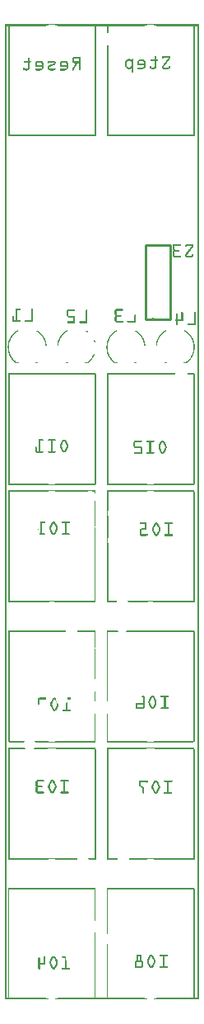
<source format=gbo>
G04 MADE WITH FRITZING*
G04 WWW.FRITZING.ORG*
G04 DOUBLE SIDED*
G04 HOLES PLATED*
G04 CONTOUR ON CENTER OF CONTOUR VECTOR*
%ASAXBY*%
%FSLAX23Y23*%
%MOIN*%
%OFA0B0*%
%SFA1.0B1.0*%
%ADD10C,0.010000*%
%ADD11C,0.005000*%
%ADD12R,0.001000X0.001000*%
%LNSILK0*%
G90*
G70*
G54D10*
X571Y2751D02*
X571Y3051D01*
D02*
X571Y3051D02*
X671Y3051D01*
D02*
X671Y3051D02*
X671Y2751D01*
D02*
X671Y2751D02*
X571Y2751D01*
G54D11*
D02*
X16Y3936D02*
X16Y3492D01*
D02*
X365Y3936D02*
X365Y3492D01*
D02*
X765Y2053D02*
X765Y1609D01*
D02*
X765Y2085D02*
X765Y2529D01*
D02*
X416Y2085D02*
X416Y2529D01*
D02*
X416Y1013D02*
X416Y569D01*
D02*
X765Y1013D02*
X765Y569D01*
D02*
X765Y1045D02*
X765Y1489D01*
D02*
X765Y5D02*
X765Y449D01*
D02*
X16Y1013D02*
X16Y569D01*
D02*
X365Y1013D02*
X365Y569D01*
D02*
X16Y1045D02*
X16Y1489D01*
D02*
X16Y2053D02*
X16Y1609D01*
D02*
X365Y2085D02*
X365Y2529D01*
D02*
X16Y2085D02*
X16Y2529D01*
D02*
X765Y3492D02*
X416Y3492D01*
D02*
X765Y3936D02*
X765Y3492D01*
G54D12*
X0Y3941D02*
X786Y3941D01*
X0Y3940D02*
X786Y3940D01*
X0Y3939D02*
X181Y3939D01*
X199Y3939D02*
X581Y3939D01*
X599Y3939D02*
X786Y3939D01*
X0Y3938D02*
X176Y3938D01*
X204Y3938D02*
X576Y3938D01*
X604Y3938D02*
X786Y3938D01*
X0Y3937D02*
X172Y3937D01*
X208Y3937D02*
X572Y3937D01*
X608Y3937D02*
X786Y3937D01*
X0Y3936D02*
X169Y3936D01*
X211Y3936D02*
X569Y3936D01*
X611Y3936D02*
X786Y3936D01*
X0Y3935D02*
X166Y3935D01*
X213Y3935D02*
X566Y3935D01*
X613Y3935D02*
X786Y3935D01*
X0Y3934D02*
X164Y3934D01*
X216Y3934D02*
X564Y3934D01*
X615Y3934D02*
X786Y3934D01*
X0Y3933D02*
X7Y3933D01*
X414Y3933D02*
X418Y3933D01*
X779Y3933D02*
X786Y3933D01*
X0Y3932D02*
X7Y3932D01*
X414Y3932D02*
X418Y3932D01*
X779Y3932D02*
X786Y3932D01*
X0Y3931D02*
X7Y3931D01*
X414Y3931D02*
X418Y3931D01*
X779Y3931D02*
X786Y3931D01*
X0Y3930D02*
X7Y3930D01*
X414Y3930D02*
X418Y3930D01*
X779Y3930D02*
X786Y3930D01*
X0Y3929D02*
X7Y3929D01*
X414Y3929D02*
X418Y3929D01*
X779Y3929D02*
X786Y3929D01*
X0Y3928D02*
X7Y3928D01*
X414Y3928D02*
X418Y3928D01*
X779Y3928D02*
X786Y3928D01*
X0Y3927D02*
X7Y3927D01*
X414Y3927D02*
X418Y3927D01*
X779Y3927D02*
X786Y3927D01*
X0Y3926D02*
X7Y3926D01*
X414Y3926D02*
X418Y3926D01*
X779Y3926D02*
X786Y3926D01*
X0Y3925D02*
X7Y3925D01*
X414Y3925D02*
X418Y3925D01*
X779Y3925D02*
X786Y3925D01*
X0Y3924D02*
X7Y3924D01*
X414Y3924D02*
X418Y3924D01*
X779Y3924D02*
X786Y3924D01*
X0Y3923D02*
X7Y3923D01*
X414Y3923D02*
X418Y3923D01*
X779Y3923D02*
X786Y3923D01*
X0Y3922D02*
X7Y3922D01*
X414Y3922D02*
X418Y3922D01*
X779Y3922D02*
X786Y3922D01*
X0Y3921D02*
X7Y3921D01*
X414Y3921D02*
X418Y3921D01*
X779Y3921D02*
X786Y3921D01*
X0Y3920D02*
X7Y3920D01*
X414Y3920D02*
X418Y3920D01*
X779Y3920D02*
X786Y3920D01*
X0Y3919D02*
X7Y3919D01*
X414Y3919D02*
X418Y3919D01*
X779Y3919D02*
X786Y3919D01*
X0Y3918D02*
X7Y3918D01*
X414Y3918D02*
X418Y3918D01*
X779Y3918D02*
X786Y3918D01*
X0Y3917D02*
X7Y3917D01*
X414Y3917D02*
X418Y3917D01*
X779Y3917D02*
X786Y3917D01*
X0Y3916D02*
X7Y3916D01*
X414Y3916D02*
X418Y3916D01*
X779Y3916D02*
X786Y3916D01*
X0Y3915D02*
X7Y3915D01*
X414Y3915D02*
X418Y3915D01*
X779Y3915D02*
X786Y3915D01*
X0Y3914D02*
X7Y3914D01*
X414Y3914D02*
X418Y3914D01*
X779Y3914D02*
X786Y3914D01*
X0Y3913D02*
X7Y3913D01*
X414Y3913D02*
X418Y3913D01*
X779Y3913D02*
X786Y3913D01*
X0Y3912D02*
X7Y3912D01*
X414Y3912D02*
X418Y3912D01*
X779Y3912D02*
X786Y3912D01*
X0Y3911D02*
X7Y3911D01*
X414Y3911D02*
X418Y3911D01*
X779Y3911D02*
X786Y3911D01*
X0Y3910D02*
X7Y3910D01*
X414Y3910D02*
X418Y3910D01*
X779Y3910D02*
X786Y3910D01*
X0Y3909D02*
X7Y3909D01*
X414Y3909D02*
X418Y3909D01*
X779Y3909D02*
X786Y3909D01*
X0Y3908D02*
X7Y3908D01*
X414Y3908D02*
X418Y3908D01*
X779Y3908D02*
X786Y3908D01*
X0Y3907D02*
X7Y3907D01*
X414Y3907D02*
X418Y3907D01*
X779Y3907D02*
X786Y3907D01*
X0Y3906D02*
X7Y3906D01*
X414Y3906D02*
X418Y3906D01*
X779Y3906D02*
X786Y3906D01*
X0Y3905D02*
X7Y3905D01*
X414Y3905D02*
X414Y3905D01*
X779Y3905D02*
X786Y3905D01*
X0Y3904D02*
X7Y3904D01*
X779Y3904D02*
X786Y3904D01*
X0Y3903D02*
X7Y3903D01*
X779Y3903D02*
X786Y3903D01*
X0Y3902D02*
X7Y3902D01*
X779Y3902D02*
X786Y3902D01*
X0Y3901D02*
X7Y3901D01*
X779Y3901D02*
X786Y3901D01*
X0Y3900D02*
X7Y3900D01*
X779Y3900D02*
X786Y3900D01*
X0Y3899D02*
X7Y3899D01*
X779Y3899D02*
X786Y3899D01*
X0Y3898D02*
X7Y3898D01*
X779Y3898D02*
X786Y3898D01*
X0Y3897D02*
X7Y3897D01*
X779Y3897D02*
X786Y3897D01*
X0Y3896D02*
X7Y3896D01*
X779Y3896D02*
X786Y3896D01*
X0Y3895D02*
X7Y3895D01*
X779Y3895D02*
X786Y3895D01*
X0Y3894D02*
X7Y3894D01*
X779Y3894D02*
X786Y3894D01*
X0Y3893D02*
X7Y3893D01*
X779Y3893D02*
X786Y3893D01*
X0Y3892D02*
X7Y3892D01*
X779Y3892D02*
X786Y3892D01*
X0Y3891D02*
X7Y3891D01*
X779Y3891D02*
X786Y3891D01*
X0Y3890D02*
X7Y3890D01*
X779Y3890D02*
X786Y3890D01*
X0Y3889D02*
X7Y3889D01*
X779Y3889D02*
X786Y3889D01*
X0Y3888D02*
X7Y3888D01*
X779Y3888D02*
X786Y3888D01*
X0Y3887D02*
X7Y3887D01*
X779Y3887D02*
X786Y3887D01*
X0Y3886D02*
X7Y3886D01*
X779Y3886D02*
X786Y3886D01*
X0Y3885D02*
X7Y3885D01*
X779Y3885D02*
X786Y3885D01*
X0Y3884D02*
X7Y3884D01*
X779Y3884D02*
X786Y3884D01*
X0Y3883D02*
X7Y3883D01*
X779Y3883D02*
X786Y3883D01*
X0Y3882D02*
X7Y3882D01*
X779Y3882D02*
X786Y3882D01*
X0Y3881D02*
X7Y3881D01*
X779Y3881D02*
X786Y3881D01*
X0Y3880D02*
X7Y3880D01*
X779Y3880D02*
X786Y3880D01*
X0Y3879D02*
X7Y3879D01*
X779Y3879D02*
X786Y3879D01*
X0Y3878D02*
X7Y3878D01*
X779Y3878D02*
X786Y3878D01*
X0Y3877D02*
X7Y3877D01*
X779Y3877D02*
X786Y3877D01*
X0Y3876D02*
X7Y3876D01*
X779Y3876D02*
X786Y3876D01*
X0Y3875D02*
X7Y3875D01*
X779Y3875D02*
X786Y3875D01*
X0Y3874D02*
X7Y3874D01*
X779Y3874D02*
X786Y3874D01*
X0Y3873D02*
X7Y3873D01*
X779Y3873D02*
X786Y3873D01*
X0Y3872D02*
X7Y3872D01*
X779Y3872D02*
X786Y3872D01*
X0Y3871D02*
X7Y3871D01*
X779Y3871D02*
X786Y3871D01*
X0Y3870D02*
X7Y3870D01*
X779Y3870D02*
X786Y3870D01*
X0Y3869D02*
X7Y3869D01*
X779Y3869D02*
X786Y3869D01*
X0Y3868D02*
X7Y3868D01*
X779Y3868D02*
X786Y3868D01*
X0Y3867D02*
X7Y3867D01*
X779Y3867D02*
X786Y3867D01*
X0Y3866D02*
X7Y3866D01*
X779Y3866D02*
X786Y3866D01*
X0Y3865D02*
X7Y3865D01*
X779Y3865D02*
X786Y3865D01*
X0Y3864D02*
X7Y3864D01*
X779Y3864D02*
X786Y3864D01*
X0Y3863D02*
X7Y3863D01*
X779Y3863D02*
X786Y3863D01*
X0Y3862D02*
X7Y3862D01*
X779Y3862D02*
X786Y3862D01*
X0Y3861D02*
X7Y3861D01*
X779Y3861D02*
X786Y3861D01*
X0Y3860D02*
X7Y3860D01*
X779Y3860D02*
X786Y3860D01*
X0Y3859D02*
X7Y3859D01*
X779Y3859D02*
X786Y3859D01*
X0Y3858D02*
X7Y3858D01*
X779Y3858D02*
X786Y3858D01*
X0Y3857D02*
X7Y3857D01*
X414Y3857D02*
X415Y3857D01*
X779Y3857D02*
X786Y3857D01*
X0Y3856D02*
X7Y3856D01*
X414Y3856D02*
X418Y3856D01*
X779Y3856D02*
X786Y3856D01*
X0Y3855D02*
X7Y3855D01*
X414Y3855D02*
X418Y3855D01*
X779Y3855D02*
X786Y3855D01*
X0Y3854D02*
X7Y3854D01*
X414Y3854D02*
X418Y3854D01*
X779Y3854D02*
X786Y3854D01*
X0Y3853D02*
X7Y3853D01*
X414Y3853D02*
X418Y3853D01*
X779Y3853D02*
X786Y3853D01*
X0Y3852D02*
X7Y3852D01*
X414Y3852D02*
X418Y3852D01*
X779Y3852D02*
X786Y3852D01*
X0Y3851D02*
X7Y3851D01*
X414Y3851D02*
X418Y3851D01*
X779Y3851D02*
X786Y3851D01*
X0Y3850D02*
X7Y3850D01*
X414Y3850D02*
X418Y3850D01*
X779Y3850D02*
X786Y3850D01*
X0Y3849D02*
X7Y3849D01*
X414Y3849D02*
X418Y3849D01*
X779Y3849D02*
X786Y3849D01*
X0Y3848D02*
X7Y3848D01*
X414Y3848D02*
X418Y3848D01*
X779Y3848D02*
X786Y3848D01*
X0Y3847D02*
X7Y3847D01*
X414Y3847D02*
X418Y3847D01*
X779Y3847D02*
X786Y3847D01*
X0Y3846D02*
X7Y3846D01*
X414Y3846D02*
X418Y3846D01*
X779Y3846D02*
X786Y3846D01*
X0Y3845D02*
X7Y3845D01*
X414Y3845D02*
X418Y3845D01*
X779Y3845D02*
X786Y3845D01*
X0Y3844D02*
X7Y3844D01*
X414Y3844D02*
X418Y3844D01*
X779Y3844D02*
X786Y3844D01*
X0Y3843D02*
X7Y3843D01*
X414Y3843D02*
X418Y3843D01*
X779Y3843D02*
X786Y3843D01*
X0Y3842D02*
X7Y3842D01*
X414Y3842D02*
X418Y3842D01*
X779Y3842D02*
X786Y3842D01*
X0Y3841D02*
X7Y3841D01*
X414Y3841D02*
X418Y3841D01*
X779Y3841D02*
X786Y3841D01*
X0Y3840D02*
X7Y3840D01*
X414Y3840D02*
X418Y3840D01*
X779Y3840D02*
X786Y3840D01*
X0Y3839D02*
X7Y3839D01*
X414Y3839D02*
X418Y3839D01*
X779Y3839D02*
X786Y3839D01*
X0Y3838D02*
X7Y3838D01*
X414Y3838D02*
X418Y3838D01*
X779Y3838D02*
X786Y3838D01*
X0Y3837D02*
X7Y3837D01*
X414Y3837D02*
X418Y3837D01*
X779Y3837D02*
X786Y3837D01*
X0Y3836D02*
X7Y3836D01*
X414Y3836D02*
X418Y3836D01*
X779Y3836D02*
X786Y3836D01*
X0Y3835D02*
X7Y3835D01*
X414Y3835D02*
X418Y3835D01*
X779Y3835D02*
X786Y3835D01*
X0Y3834D02*
X7Y3834D01*
X414Y3834D02*
X418Y3834D01*
X779Y3834D02*
X786Y3834D01*
X0Y3833D02*
X7Y3833D01*
X414Y3833D02*
X418Y3833D01*
X779Y3833D02*
X786Y3833D01*
X0Y3832D02*
X7Y3832D01*
X414Y3832D02*
X418Y3832D01*
X779Y3832D02*
X786Y3832D01*
X0Y3831D02*
X7Y3831D01*
X414Y3831D02*
X418Y3831D01*
X779Y3831D02*
X786Y3831D01*
X0Y3830D02*
X7Y3830D01*
X414Y3830D02*
X418Y3830D01*
X779Y3830D02*
X786Y3830D01*
X0Y3829D02*
X7Y3829D01*
X414Y3829D02*
X418Y3829D01*
X779Y3829D02*
X786Y3829D01*
X0Y3828D02*
X7Y3828D01*
X414Y3828D02*
X418Y3828D01*
X779Y3828D02*
X786Y3828D01*
X0Y3827D02*
X7Y3827D01*
X414Y3827D02*
X418Y3827D01*
X779Y3827D02*
X786Y3827D01*
X0Y3826D02*
X7Y3826D01*
X414Y3826D02*
X418Y3826D01*
X779Y3826D02*
X786Y3826D01*
X0Y3825D02*
X7Y3825D01*
X414Y3825D02*
X418Y3825D01*
X779Y3825D02*
X786Y3825D01*
X0Y3824D02*
X7Y3824D01*
X414Y3824D02*
X418Y3824D01*
X779Y3824D02*
X786Y3824D01*
X0Y3823D02*
X7Y3823D01*
X414Y3823D02*
X418Y3823D01*
X779Y3823D02*
X786Y3823D01*
X0Y3822D02*
X7Y3822D01*
X414Y3822D02*
X418Y3822D01*
X779Y3822D02*
X786Y3822D01*
X0Y3821D02*
X7Y3821D01*
X414Y3821D02*
X418Y3821D01*
X779Y3821D02*
X786Y3821D01*
X0Y3820D02*
X7Y3820D01*
X414Y3820D02*
X418Y3820D01*
X779Y3820D02*
X786Y3820D01*
X0Y3819D02*
X7Y3819D01*
X414Y3819D02*
X418Y3819D01*
X779Y3819D02*
X786Y3819D01*
X0Y3818D02*
X7Y3818D01*
X414Y3818D02*
X418Y3818D01*
X779Y3818D02*
X786Y3818D01*
X0Y3817D02*
X7Y3817D01*
X414Y3817D02*
X418Y3817D01*
X779Y3817D02*
X786Y3817D01*
X0Y3816D02*
X7Y3816D01*
X414Y3816D02*
X418Y3816D01*
X779Y3816D02*
X786Y3816D01*
X0Y3815D02*
X7Y3815D01*
X414Y3815D02*
X418Y3815D01*
X779Y3815D02*
X786Y3815D01*
X0Y3814D02*
X7Y3814D01*
X414Y3814D02*
X418Y3814D01*
X642Y3814D02*
X665Y3814D01*
X779Y3814D02*
X786Y3814D01*
X0Y3813D02*
X7Y3813D01*
X414Y3813D02*
X418Y3813D01*
X640Y3813D02*
X666Y3813D01*
X779Y3813D02*
X786Y3813D01*
X0Y3812D02*
X7Y3812D01*
X414Y3812D02*
X418Y3812D01*
X639Y3812D02*
X668Y3812D01*
X779Y3812D02*
X786Y3812D01*
X0Y3811D02*
X7Y3811D01*
X414Y3811D02*
X418Y3811D01*
X608Y3811D02*
X611Y3811D01*
X638Y3811D02*
X668Y3811D01*
X779Y3811D02*
X786Y3811D01*
X0Y3810D02*
X7Y3810D01*
X414Y3810D02*
X418Y3810D01*
X607Y3810D02*
X612Y3810D01*
X637Y3810D02*
X669Y3810D01*
X779Y3810D02*
X786Y3810D01*
X0Y3809D02*
X7Y3809D01*
X282Y3809D02*
X305Y3809D01*
X414Y3809D02*
X418Y3809D01*
X607Y3809D02*
X613Y3809D01*
X637Y3809D02*
X669Y3809D01*
X779Y3809D02*
X786Y3809D01*
X0Y3808D02*
X7Y3808D01*
X278Y3808D02*
X306Y3808D01*
X414Y3808D02*
X418Y3808D01*
X607Y3808D02*
X613Y3808D01*
X637Y3808D02*
X670Y3808D01*
X779Y3808D02*
X786Y3808D01*
X0Y3807D02*
X7Y3807D01*
X277Y3807D02*
X306Y3807D01*
X414Y3807D02*
X418Y3807D01*
X607Y3807D02*
X613Y3807D01*
X636Y3807D02*
X643Y3807D01*
X664Y3807D02*
X670Y3807D01*
X779Y3807D02*
X786Y3807D01*
X0Y3806D02*
X7Y3806D01*
X96Y3806D02*
X96Y3806D01*
X275Y3806D02*
X306Y3806D01*
X414Y3806D02*
X418Y3806D01*
X607Y3806D02*
X613Y3806D01*
X636Y3806D02*
X642Y3806D01*
X663Y3806D02*
X670Y3806D01*
X779Y3806D02*
X786Y3806D01*
X0Y3805D02*
X7Y3805D01*
X94Y3805D02*
X98Y3805D01*
X275Y3805D02*
X306Y3805D01*
X414Y3805D02*
X418Y3805D01*
X607Y3805D02*
X613Y3805D01*
X636Y3805D02*
X642Y3805D01*
X663Y3805D02*
X669Y3805D01*
X779Y3805D02*
X786Y3805D01*
X0Y3804D02*
X7Y3804D01*
X93Y3804D02*
X99Y3804D01*
X274Y3804D02*
X306Y3804D01*
X414Y3804D02*
X418Y3804D01*
X607Y3804D02*
X613Y3804D01*
X636Y3804D02*
X642Y3804D01*
X662Y3804D02*
X669Y3804D01*
X779Y3804D02*
X786Y3804D01*
X0Y3803D02*
X7Y3803D01*
X93Y3803D02*
X99Y3803D01*
X273Y3803D02*
X306Y3803D01*
X414Y3803D02*
X418Y3803D01*
X607Y3803D02*
X613Y3803D01*
X637Y3803D02*
X641Y3803D01*
X661Y3803D02*
X669Y3803D01*
X779Y3803D02*
X786Y3803D01*
X0Y3802D02*
X7Y3802D01*
X93Y3802D02*
X99Y3802D01*
X273Y3802D02*
X281Y3802D01*
X299Y3802D02*
X306Y3802D01*
X414Y3802D02*
X418Y3802D01*
X607Y3802D02*
X613Y3802D01*
X638Y3802D02*
X640Y3802D01*
X660Y3802D02*
X668Y3802D01*
X779Y3802D02*
X786Y3802D01*
X0Y3801D02*
X7Y3801D01*
X93Y3801D02*
X99Y3801D01*
X273Y3801D02*
X279Y3801D01*
X300Y3801D02*
X306Y3801D01*
X414Y3801D02*
X418Y3801D01*
X500Y3801D02*
X506Y3801D01*
X516Y3801D02*
X518Y3801D01*
X607Y3801D02*
X613Y3801D01*
X659Y3801D02*
X667Y3801D01*
X779Y3801D02*
X786Y3801D01*
X0Y3800D02*
X7Y3800D01*
X93Y3800D02*
X99Y3800D01*
X272Y3800D02*
X279Y3800D01*
X300Y3800D02*
X306Y3800D01*
X414Y3800D02*
X418Y3800D01*
X498Y3800D02*
X508Y3800D01*
X515Y3800D02*
X519Y3800D01*
X606Y3800D02*
X613Y3800D01*
X659Y3800D02*
X667Y3800D01*
X779Y3800D02*
X786Y3800D01*
X0Y3799D02*
X7Y3799D01*
X93Y3799D02*
X99Y3799D01*
X272Y3799D02*
X278Y3799D01*
X300Y3799D02*
X306Y3799D01*
X414Y3799D02*
X418Y3799D01*
X496Y3799D02*
X510Y3799D01*
X514Y3799D02*
X519Y3799D01*
X545Y3799D02*
X561Y3799D01*
X591Y3799D02*
X618Y3799D01*
X658Y3799D02*
X666Y3799D01*
X779Y3799D02*
X786Y3799D01*
X0Y3798D02*
X7Y3798D01*
X93Y3798D02*
X99Y3798D01*
X272Y3798D02*
X278Y3798D01*
X300Y3798D02*
X306Y3798D01*
X414Y3798D02*
X418Y3798D01*
X495Y3798D02*
X511Y3798D01*
X514Y3798D02*
X520Y3798D01*
X543Y3798D02*
X563Y3798D01*
X590Y3798D02*
X619Y3798D01*
X657Y3798D02*
X665Y3798D01*
X779Y3798D02*
X786Y3798D01*
X0Y3797D02*
X7Y3797D01*
X93Y3797D02*
X99Y3797D01*
X272Y3797D02*
X278Y3797D01*
X300Y3797D02*
X306Y3797D01*
X414Y3797D02*
X418Y3797D01*
X494Y3797D02*
X512Y3797D01*
X514Y3797D02*
X520Y3797D01*
X542Y3797D02*
X564Y3797D01*
X590Y3797D02*
X620Y3797D01*
X656Y3797D02*
X664Y3797D01*
X779Y3797D02*
X786Y3797D01*
X0Y3796D02*
X7Y3796D01*
X93Y3796D02*
X99Y3796D01*
X272Y3796D02*
X278Y3796D01*
X300Y3796D02*
X306Y3796D01*
X414Y3796D02*
X418Y3796D01*
X492Y3796D02*
X520Y3796D01*
X541Y3796D02*
X565Y3796D01*
X590Y3796D02*
X620Y3796D01*
X656Y3796D02*
X663Y3796D01*
X779Y3796D02*
X786Y3796D01*
X0Y3795D02*
X7Y3795D01*
X93Y3795D02*
X99Y3795D01*
X272Y3795D02*
X278Y3795D01*
X300Y3795D02*
X306Y3795D01*
X414Y3795D02*
X418Y3795D01*
X491Y3795D02*
X520Y3795D01*
X540Y3795D02*
X566Y3795D01*
X590Y3795D02*
X619Y3795D01*
X655Y3795D02*
X663Y3795D01*
X779Y3795D02*
X786Y3795D01*
X0Y3794D02*
X7Y3794D01*
X78Y3794D02*
X104Y3794D01*
X133Y3794D02*
X146Y3794D01*
X180Y3794D02*
X199Y3794D01*
X232Y3794D02*
X246Y3794D01*
X272Y3794D02*
X278Y3794D01*
X300Y3794D02*
X306Y3794D01*
X414Y3794D02*
X418Y3794D01*
X490Y3794D02*
X500Y3794D01*
X505Y3794D02*
X520Y3794D01*
X539Y3794D02*
X567Y3794D01*
X591Y3794D02*
X619Y3794D01*
X654Y3794D02*
X662Y3794D01*
X779Y3794D02*
X786Y3794D01*
X0Y3793D02*
X7Y3793D01*
X77Y3793D02*
X105Y3793D01*
X130Y3793D02*
X148Y3793D01*
X177Y3793D02*
X201Y3793D01*
X230Y3793D02*
X248Y3793D01*
X272Y3793D02*
X279Y3793D01*
X300Y3793D02*
X306Y3793D01*
X414Y3793D02*
X418Y3793D01*
X489Y3793D02*
X499Y3793D01*
X507Y3793D02*
X520Y3793D01*
X538Y3793D02*
X568Y3793D01*
X593Y3793D02*
X617Y3793D01*
X653Y3793D02*
X661Y3793D01*
X779Y3793D02*
X786Y3793D01*
X0Y3792D02*
X7Y3792D01*
X76Y3792D02*
X106Y3792D01*
X129Y3792D02*
X149Y3792D01*
X176Y3792D02*
X202Y3792D01*
X229Y3792D02*
X249Y3792D01*
X273Y3792D02*
X280Y3792D01*
X300Y3792D02*
X306Y3792D01*
X414Y3792D02*
X418Y3792D01*
X488Y3792D02*
X498Y3792D01*
X508Y3792D02*
X520Y3792D01*
X537Y3792D02*
X546Y3792D01*
X560Y3792D02*
X568Y3792D01*
X607Y3792D02*
X613Y3792D01*
X652Y3792D02*
X660Y3792D01*
X779Y3792D02*
X786Y3792D01*
X0Y3791D02*
X7Y3791D01*
X76Y3791D02*
X106Y3791D01*
X127Y3791D02*
X151Y3791D01*
X175Y3791D02*
X203Y3791D01*
X227Y3791D02*
X251Y3791D01*
X273Y3791D02*
X306Y3791D01*
X414Y3791D02*
X418Y3791D01*
X488Y3791D02*
X496Y3791D01*
X509Y3791D02*
X520Y3791D01*
X537Y3791D02*
X544Y3791D01*
X561Y3791D02*
X569Y3791D01*
X607Y3791D02*
X613Y3791D01*
X652Y3791D02*
X660Y3791D01*
X779Y3791D02*
X786Y3791D01*
X0Y3790D02*
X7Y3790D01*
X76Y3790D02*
X106Y3790D01*
X126Y3790D02*
X152Y3790D01*
X174Y3790D02*
X204Y3790D01*
X226Y3790D02*
X252Y3790D01*
X273Y3790D02*
X306Y3790D01*
X414Y3790D02*
X418Y3790D01*
X487Y3790D02*
X495Y3790D01*
X510Y3790D02*
X520Y3790D01*
X536Y3790D02*
X543Y3790D01*
X562Y3790D02*
X569Y3790D01*
X607Y3790D02*
X613Y3790D01*
X651Y3790D02*
X659Y3790D01*
X779Y3790D02*
X786Y3790D01*
X0Y3789D02*
X7Y3789D01*
X76Y3789D02*
X105Y3789D01*
X125Y3789D02*
X153Y3789D01*
X173Y3789D02*
X204Y3789D01*
X225Y3789D02*
X253Y3789D01*
X274Y3789D02*
X306Y3789D01*
X414Y3789D02*
X418Y3789D01*
X487Y3789D02*
X494Y3789D01*
X511Y3789D02*
X520Y3789D01*
X536Y3789D02*
X543Y3789D01*
X563Y3789D02*
X569Y3789D01*
X607Y3789D02*
X613Y3789D01*
X650Y3789D02*
X658Y3789D01*
X779Y3789D02*
X786Y3789D01*
X0Y3788D02*
X7Y3788D01*
X77Y3788D02*
X104Y3788D01*
X124Y3788D02*
X154Y3788D01*
X173Y3788D02*
X205Y3788D01*
X224Y3788D02*
X254Y3788D01*
X275Y3788D02*
X306Y3788D01*
X414Y3788D02*
X418Y3788D01*
X486Y3788D02*
X493Y3788D01*
X512Y3788D02*
X520Y3788D01*
X536Y3788D02*
X542Y3788D01*
X564Y3788D02*
X570Y3788D01*
X607Y3788D02*
X613Y3788D01*
X649Y3788D02*
X657Y3788D01*
X779Y3788D02*
X786Y3788D01*
X0Y3787D02*
X7Y3787D01*
X93Y3787D02*
X99Y3787D01*
X124Y3787D02*
X133Y3787D01*
X145Y3787D02*
X154Y3787D01*
X173Y3787D02*
X180Y3787D01*
X198Y3787D02*
X205Y3787D01*
X224Y3787D02*
X233Y3787D01*
X245Y3787D02*
X254Y3787D01*
X276Y3787D02*
X306Y3787D01*
X414Y3787D02*
X418Y3787D01*
X486Y3787D02*
X492Y3787D01*
X513Y3787D02*
X520Y3787D01*
X536Y3787D02*
X542Y3787D01*
X564Y3787D02*
X570Y3787D01*
X607Y3787D02*
X613Y3787D01*
X649Y3787D02*
X657Y3787D01*
X779Y3787D02*
X786Y3787D01*
X0Y3786D02*
X7Y3786D01*
X93Y3786D02*
X99Y3786D01*
X123Y3786D02*
X131Y3786D01*
X147Y3786D02*
X155Y3786D01*
X174Y3786D02*
X179Y3786D01*
X199Y3786D02*
X205Y3786D01*
X223Y3786D02*
X231Y3786D01*
X247Y3786D02*
X255Y3786D01*
X277Y3786D02*
X306Y3786D01*
X414Y3786D02*
X418Y3786D01*
X486Y3786D02*
X492Y3786D01*
X513Y3786D02*
X520Y3786D01*
X536Y3786D02*
X542Y3786D01*
X564Y3786D02*
X570Y3786D01*
X607Y3786D02*
X613Y3786D01*
X648Y3786D02*
X656Y3786D01*
X779Y3786D02*
X786Y3786D01*
X0Y3785D02*
X7Y3785D01*
X93Y3785D02*
X99Y3785D01*
X123Y3785D02*
X130Y3785D01*
X148Y3785D02*
X155Y3785D01*
X175Y3785D02*
X177Y3785D01*
X199Y3785D02*
X205Y3785D01*
X223Y3785D02*
X230Y3785D01*
X248Y3785D02*
X255Y3785D01*
X279Y3785D02*
X306Y3785D01*
X414Y3785D02*
X418Y3785D01*
X486Y3785D02*
X492Y3785D01*
X514Y3785D02*
X520Y3785D01*
X536Y3785D02*
X542Y3785D01*
X564Y3785D02*
X570Y3785D01*
X607Y3785D02*
X613Y3785D01*
X647Y3785D02*
X655Y3785D01*
X779Y3785D02*
X786Y3785D01*
X0Y3784D02*
X7Y3784D01*
X93Y3784D02*
X99Y3784D01*
X123Y3784D02*
X129Y3784D01*
X149Y3784D02*
X156Y3784D01*
X198Y3784D02*
X205Y3784D01*
X222Y3784D02*
X229Y3784D01*
X249Y3784D02*
X256Y3784D01*
X286Y3784D02*
X294Y3784D01*
X300Y3784D02*
X306Y3784D01*
X414Y3784D02*
X418Y3784D01*
X486Y3784D02*
X492Y3784D01*
X514Y3784D02*
X520Y3784D01*
X536Y3784D02*
X542Y3784D01*
X564Y3784D02*
X570Y3784D01*
X607Y3784D02*
X613Y3784D01*
X646Y3784D02*
X654Y3784D01*
X779Y3784D02*
X786Y3784D01*
X0Y3783D02*
X7Y3783D01*
X93Y3783D02*
X99Y3783D01*
X122Y3783D02*
X129Y3783D01*
X150Y3783D02*
X156Y3783D01*
X196Y3783D02*
X205Y3783D01*
X222Y3783D02*
X229Y3783D01*
X250Y3783D02*
X256Y3783D01*
X286Y3783D02*
X293Y3783D01*
X300Y3783D02*
X306Y3783D01*
X414Y3783D02*
X418Y3783D01*
X486Y3783D02*
X492Y3783D01*
X514Y3783D02*
X520Y3783D01*
X536Y3783D02*
X542Y3783D01*
X564Y3783D02*
X570Y3783D01*
X607Y3783D02*
X613Y3783D01*
X645Y3783D02*
X653Y3783D01*
X779Y3783D02*
X786Y3783D01*
X0Y3782D02*
X7Y3782D01*
X93Y3782D02*
X99Y3782D01*
X122Y3782D02*
X128Y3782D01*
X150Y3782D02*
X156Y3782D01*
X194Y3782D02*
X204Y3782D01*
X222Y3782D02*
X228Y3782D01*
X250Y3782D02*
X256Y3782D01*
X285Y3782D02*
X293Y3782D01*
X300Y3782D02*
X306Y3782D01*
X414Y3782D02*
X418Y3782D01*
X486Y3782D02*
X492Y3782D01*
X514Y3782D02*
X520Y3782D01*
X536Y3782D02*
X570Y3782D01*
X607Y3782D02*
X613Y3782D01*
X645Y3782D02*
X653Y3782D01*
X779Y3782D02*
X786Y3782D01*
X0Y3781D02*
X7Y3781D01*
X93Y3781D02*
X99Y3781D01*
X122Y3781D02*
X128Y3781D01*
X150Y3781D02*
X156Y3781D01*
X192Y3781D02*
X204Y3781D01*
X222Y3781D02*
X228Y3781D01*
X250Y3781D02*
X256Y3781D01*
X285Y3781D02*
X292Y3781D01*
X300Y3781D02*
X306Y3781D01*
X414Y3781D02*
X418Y3781D01*
X486Y3781D02*
X492Y3781D01*
X514Y3781D02*
X520Y3781D01*
X536Y3781D02*
X570Y3781D01*
X607Y3781D02*
X613Y3781D01*
X644Y3781D02*
X652Y3781D01*
X779Y3781D02*
X786Y3781D01*
X0Y3780D02*
X7Y3780D01*
X93Y3780D02*
X99Y3780D01*
X122Y3780D02*
X128Y3780D01*
X150Y3780D02*
X156Y3780D01*
X189Y3780D02*
X203Y3780D01*
X222Y3780D02*
X228Y3780D01*
X250Y3780D02*
X256Y3780D01*
X284Y3780D02*
X291Y3780D01*
X300Y3780D02*
X306Y3780D01*
X414Y3780D02*
X418Y3780D01*
X486Y3780D02*
X492Y3780D01*
X514Y3780D02*
X520Y3780D01*
X536Y3780D02*
X570Y3780D01*
X607Y3780D02*
X613Y3780D01*
X643Y3780D02*
X651Y3780D01*
X779Y3780D02*
X786Y3780D01*
X0Y3779D02*
X7Y3779D01*
X93Y3779D02*
X99Y3779D01*
X122Y3779D02*
X128Y3779D01*
X150Y3779D02*
X156Y3779D01*
X187Y3779D02*
X202Y3779D01*
X222Y3779D02*
X228Y3779D01*
X250Y3779D02*
X256Y3779D01*
X284Y3779D02*
X291Y3779D01*
X300Y3779D02*
X306Y3779D01*
X414Y3779D02*
X418Y3779D01*
X486Y3779D02*
X492Y3779D01*
X514Y3779D02*
X520Y3779D01*
X536Y3779D02*
X570Y3779D01*
X607Y3779D02*
X613Y3779D01*
X642Y3779D02*
X650Y3779D01*
X779Y3779D02*
X786Y3779D01*
X0Y3778D02*
X7Y3778D01*
X93Y3778D02*
X99Y3778D01*
X122Y3778D02*
X128Y3778D01*
X150Y3778D02*
X156Y3778D01*
X185Y3778D02*
X201Y3778D01*
X222Y3778D02*
X228Y3778D01*
X250Y3778D02*
X256Y3778D01*
X283Y3778D02*
X290Y3778D01*
X300Y3778D02*
X306Y3778D01*
X414Y3778D02*
X418Y3778D01*
X486Y3778D02*
X492Y3778D01*
X514Y3778D02*
X520Y3778D01*
X536Y3778D02*
X570Y3778D01*
X607Y3778D02*
X613Y3778D01*
X642Y3778D02*
X650Y3778D01*
X779Y3778D02*
X786Y3778D01*
X0Y3777D02*
X7Y3777D01*
X93Y3777D02*
X99Y3777D01*
X122Y3777D02*
X128Y3777D01*
X150Y3777D02*
X156Y3777D01*
X182Y3777D02*
X199Y3777D01*
X222Y3777D02*
X228Y3777D01*
X250Y3777D02*
X256Y3777D01*
X282Y3777D02*
X290Y3777D01*
X300Y3777D02*
X306Y3777D01*
X414Y3777D02*
X418Y3777D01*
X486Y3777D02*
X492Y3777D01*
X514Y3777D02*
X520Y3777D01*
X537Y3777D02*
X570Y3777D01*
X607Y3777D02*
X613Y3777D01*
X641Y3777D02*
X649Y3777D01*
X779Y3777D02*
X786Y3777D01*
X0Y3776D02*
X7Y3776D01*
X93Y3776D02*
X99Y3776D01*
X122Y3776D02*
X156Y3776D01*
X180Y3776D02*
X197Y3776D01*
X222Y3776D02*
X256Y3776D01*
X282Y3776D02*
X289Y3776D01*
X300Y3776D02*
X306Y3776D01*
X414Y3776D02*
X418Y3776D01*
X486Y3776D02*
X492Y3776D01*
X514Y3776D02*
X520Y3776D01*
X537Y3776D02*
X570Y3776D01*
X607Y3776D02*
X613Y3776D01*
X640Y3776D02*
X648Y3776D01*
X779Y3776D02*
X786Y3776D01*
X0Y3775D02*
X7Y3775D01*
X93Y3775D02*
X99Y3775D01*
X122Y3775D02*
X156Y3775D01*
X178Y3775D02*
X194Y3775D01*
X222Y3775D02*
X256Y3775D01*
X281Y3775D02*
X288Y3775D01*
X300Y3775D02*
X306Y3775D01*
X414Y3775D02*
X418Y3775D01*
X486Y3775D02*
X492Y3775D01*
X514Y3775D02*
X520Y3775D01*
X563Y3775D02*
X570Y3775D01*
X607Y3775D02*
X613Y3775D01*
X639Y3775D02*
X647Y3775D01*
X779Y3775D02*
X786Y3775D01*
X0Y3774D02*
X7Y3774D01*
X93Y3774D02*
X99Y3774D01*
X122Y3774D02*
X156Y3774D01*
X177Y3774D02*
X192Y3774D01*
X222Y3774D02*
X256Y3774D01*
X281Y3774D02*
X288Y3774D01*
X300Y3774D02*
X306Y3774D01*
X414Y3774D02*
X418Y3774D01*
X486Y3774D02*
X492Y3774D01*
X513Y3774D02*
X520Y3774D01*
X564Y3774D02*
X570Y3774D01*
X607Y3774D02*
X613Y3774D01*
X638Y3774D02*
X646Y3774D01*
X779Y3774D02*
X786Y3774D01*
X0Y3773D02*
X7Y3773D01*
X93Y3773D02*
X99Y3773D01*
X122Y3773D02*
X156Y3773D01*
X176Y3773D02*
X190Y3773D01*
X222Y3773D02*
X256Y3773D01*
X280Y3773D02*
X287Y3773D01*
X300Y3773D02*
X306Y3773D01*
X414Y3773D02*
X418Y3773D01*
X486Y3773D02*
X493Y3773D01*
X513Y3773D02*
X520Y3773D01*
X564Y3773D02*
X570Y3773D01*
X588Y3773D02*
X590Y3773D01*
X607Y3773D02*
X613Y3773D01*
X638Y3773D02*
X646Y3773D01*
X666Y3773D02*
X668Y3773D01*
X779Y3773D02*
X786Y3773D01*
X0Y3772D02*
X7Y3772D01*
X93Y3772D02*
X99Y3772D01*
X123Y3772D02*
X156Y3772D01*
X175Y3772D02*
X188Y3772D01*
X222Y3772D02*
X256Y3772D01*
X280Y3772D02*
X287Y3772D01*
X300Y3772D02*
X306Y3772D01*
X414Y3772D02*
X418Y3772D01*
X486Y3772D02*
X493Y3772D01*
X512Y3772D02*
X520Y3772D01*
X563Y3772D02*
X570Y3772D01*
X587Y3772D02*
X591Y3772D01*
X607Y3772D02*
X613Y3772D01*
X637Y3772D02*
X645Y3772D01*
X664Y3772D02*
X669Y3772D01*
X779Y3772D02*
X786Y3772D01*
X0Y3771D02*
X7Y3771D01*
X93Y3771D02*
X99Y3771D01*
X123Y3771D02*
X156Y3771D01*
X174Y3771D02*
X185Y3771D01*
X223Y3771D02*
X256Y3771D01*
X279Y3771D02*
X286Y3771D01*
X300Y3771D02*
X306Y3771D01*
X414Y3771D02*
X418Y3771D01*
X487Y3771D02*
X494Y3771D01*
X510Y3771D02*
X520Y3771D01*
X563Y3771D02*
X569Y3771D01*
X586Y3771D02*
X592Y3771D01*
X607Y3771D02*
X613Y3771D01*
X637Y3771D02*
X644Y3771D01*
X664Y3771D02*
X669Y3771D01*
X779Y3771D02*
X786Y3771D01*
X0Y3770D02*
X7Y3770D01*
X93Y3770D02*
X99Y3770D01*
X124Y3770D02*
X156Y3770D01*
X173Y3770D02*
X183Y3770D01*
X224Y3770D02*
X256Y3770D01*
X278Y3770D02*
X286Y3770D01*
X300Y3770D02*
X306Y3770D01*
X414Y3770D02*
X418Y3770D01*
X487Y3770D02*
X496Y3770D01*
X510Y3770D02*
X520Y3770D01*
X562Y3770D02*
X569Y3770D01*
X586Y3770D02*
X592Y3770D01*
X607Y3770D02*
X613Y3770D01*
X636Y3770D02*
X643Y3770D01*
X664Y3770D02*
X670Y3770D01*
X779Y3770D02*
X786Y3770D01*
X0Y3769D02*
X7Y3769D01*
X93Y3769D02*
X99Y3769D01*
X150Y3769D02*
X156Y3769D01*
X173Y3769D02*
X181Y3769D01*
X250Y3769D02*
X256Y3769D01*
X278Y3769D02*
X285Y3769D01*
X300Y3769D02*
X306Y3769D01*
X414Y3769D02*
X418Y3769D01*
X488Y3769D02*
X497Y3769D01*
X509Y3769D02*
X520Y3769D01*
X561Y3769D02*
X569Y3769D01*
X586Y3769D02*
X593Y3769D01*
X606Y3769D02*
X613Y3769D01*
X636Y3769D02*
X643Y3769D01*
X663Y3769D02*
X670Y3769D01*
X779Y3769D02*
X786Y3769D01*
X0Y3768D02*
X7Y3768D01*
X93Y3768D02*
X99Y3768D01*
X150Y3768D02*
X156Y3768D01*
X173Y3768D02*
X179Y3768D01*
X250Y3768D02*
X256Y3768D01*
X277Y3768D02*
X284Y3768D01*
X300Y3768D02*
X306Y3768D01*
X414Y3768D02*
X418Y3768D01*
X489Y3768D02*
X498Y3768D01*
X508Y3768D02*
X520Y3768D01*
X559Y3768D02*
X568Y3768D01*
X586Y3768D02*
X594Y3768D01*
X605Y3768D02*
X612Y3768D01*
X636Y3768D02*
X642Y3768D01*
X663Y3768D02*
X669Y3768D01*
X779Y3768D02*
X786Y3768D01*
X0Y3767D02*
X7Y3767D01*
X74Y3767D02*
X77Y3767D01*
X93Y3767D02*
X99Y3767D01*
X150Y3767D02*
X156Y3767D01*
X172Y3767D02*
X179Y3767D01*
X250Y3767D02*
X256Y3767D01*
X277Y3767D02*
X284Y3767D01*
X300Y3767D02*
X306Y3767D01*
X414Y3767D02*
X418Y3767D01*
X489Y3767D02*
X499Y3767D01*
X506Y3767D02*
X520Y3767D01*
X538Y3767D02*
X568Y3767D01*
X587Y3767D02*
X612Y3767D01*
X636Y3767D02*
X669Y3767D01*
X779Y3767D02*
X786Y3767D01*
X0Y3766D02*
X7Y3766D01*
X73Y3766D02*
X78Y3766D01*
X93Y3766D02*
X99Y3766D01*
X149Y3766D02*
X156Y3766D01*
X172Y3766D02*
X179Y3766D01*
X249Y3766D02*
X256Y3766D01*
X276Y3766D02*
X283Y3766D01*
X300Y3766D02*
X306Y3766D01*
X414Y3766D02*
X418Y3766D01*
X491Y3766D02*
X520Y3766D01*
X537Y3766D02*
X567Y3766D01*
X587Y3766D02*
X612Y3766D01*
X637Y3766D02*
X669Y3766D01*
X779Y3766D02*
X786Y3766D01*
X0Y3765D02*
X7Y3765D01*
X72Y3765D02*
X78Y3765D01*
X93Y3765D02*
X99Y3765D01*
X149Y3765D02*
X156Y3765D01*
X172Y3765D02*
X179Y3765D01*
X249Y3765D02*
X256Y3765D01*
X275Y3765D02*
X283Y3765D01*
X300Y3765D02*
X306Y3765D01*
X414Y3765D02*
X418Y3765D01*
X492Y3765D02*
X520Y3765D01*
X536Y3765D02*
X566Y3765D01*
X588Y3765D02*
X611Y3765D01*
X637Y3765D02*
X668Y3765D01*
X779Y3765D02*
X786Y3765D01*
X0Y3764D02*
X7Y3764D01*
X72Y3764D02*
X79Y3764D01*
X93Y3764D02*
X99Y3764D01*
X148Y3764D02*
X155Y3764D01*
X172Y3764D02*
X179Y3764D01*
X201Y3764D02*
X205Y3764D01*
X248Y3764D02*
X255Y3764D01*
X275Y3764D02*
X282Y3764D01*
X300Y3764D02*
X306Y3764D01*
X414Y3764D02*
X418Y3764D01*
X493Y3764D02*
X520Y3764D01*
X536Y3764D02*
X565Y3764D01*
X589Y3764D02*
X610Y3764D01*
X637Y3764D02*
X667Y3764D01*
X779Y3764D02*
X786Y3764D01*
X0Y3763D02*
X7Y3763D01*
X73Y3763D02*
X79Y3763D01*
X92Y3763D02*
X99Y3763D01*
X146Y3763D02*
X155Y3763D01*
X173Y3763D02*
X180Y3763D01*
X199Y3763D02*
X205Y3763D01*
X246Y3763D02*
X255Y3763D01*
X274Y3763D02*
X281Y3763D01*
X300Y3763D02*
X306Y3763D01*
X414Y3763D02*
X418Y3763D01*
X494Y3763D02*
X511Y3763D01*
X514Y3763D02*
X520Y3763D01*
X536Y3763D02*
X564Y3763D01*
X590Y3763D02*
X609Y3763D01*
X638Y3763D02*
X667Y3763D01*
X779Y3763D02*
X786Y3763D01*
X0Y3762D02*
X7Y3762D01*
X73Y3762D02*
X81Y3762D01*
X90Y3762D02*
X98Y3762D01*
X144Y3762D02*
X154Y3762D01*
X173Y3762D02*
X182Y3762D01*
X197Y3762D02*
X206Y3762D01*
X244Y3762D02*
X254Y3762D01*
X274Y3762D02*
X281Y3762D01*
X300Y3762D02*
X306Y3762D01*
X414Y3762D02*
X418Y3762D01*
X495Y3762D02*
X510Y3762D01*
X514Y3762D02*
X520Y3762D01*
X537Y3762D02*
X562Y3762D01*
X591Y3762D02*
X608Y3762D01*
X639Y3762D02*
X665Y3762D01*
X779Y3762D02*
X786Y3762D01*
X0Y3761D02*
X7Y3761D01*
X73Y3761D02*
X98Y3761D01*
X124Y3761D02*
X154Y3761D01*
X173Y3761D02*
X206Y3761D01*
X223Y3761D02*
X254Y3761D01*
X273Y3761D02*
X280Y3761D01*
X300Y3761D02*
X306Y3761D01*
X414Y3761D02*
X418Y3761D01*
X496Y3761D02*
X509Y3761D01*
X514Y3761D02*
X520Y3761D01*
X538Y3761D02*
X560Y3761D01*
X593Y3761D02*
X606Y3761D01*
X641Y3761D02*
X663Y3761D01*
X779Y3761D02*
X786Y3761D01*
X0Y3760D02*
X7Y3760D01*
X74Y3760D02*
X97Y3760D01*
X123Y3760D02*
X153Y3760D01*
X174Y3760D02*
X205Y3760D01*
X223Y3760D02*
X253Y3760D01*
X273Y3760D02*
X280Y3760D01*
X300Y3760D02*
X306Y3760D01*
X414Y3760D02*
X418Y3760D01*
X498Y3760D02*
X507Y3760D01*
X514Y3760D02*
X520Y3760D01*
X779Y3760D02*
X786Y3760D01*
X0Y3759D02*
X7Y3759D01*
X75Y3759D02*
X97Y3759D01*
X122Y3759D02*
X152Y3759D01*
X175Y3759D02*
X205Y3759D01*
X222Y3759D02*
X252Y3759D01*
X272Y3759D02*
X279Y3759D01*
X300Y3759D02*
X306Y3759D01*
X414Y3759D02*
X418Y3759D01*
X503Y3759D02*
X503Y3759D01*
X514Y3759D02*
X520Y3759D01*
X779Y3759D02*
X786Y3759D01*
X0Y3758D02*
X7Y3758D01*
X75Y3758D02*
X96Y3758D01*
X122Y3758D02*
X150Y3758D01*
X176Y3758D02*
X204Y3758D01*
X222Y3758D02*
X250Y3758D01*
X272Y3758D02*
X279Y3758D01*
X300Y3758D02*
X306Y3758D01*
X414Y3758D02*
X418Y3758D01*
X514Y3758D02*
X520Y3758D01*
X779Y3758D02*
X786Y3758D01*
X0Y3757D02*
X7Y3757D01*
X77Y3757D02*
X95Y3757D01*
X123Y3757D02*
X149Y3757D01*
X177Y3757D02*
X202Y3757D01*
X223Y3757D02*
X249Y3757D01*
X273Y3757D02*
X278Y3757D01*
X300Y3757D02*
X305Y3757D01*
X414Y3757D02*
X418Y3757D01*
X514Y3757D02*
X520Y3757D01*
X779Y3757D02*
X786Y3757D01*
X0Y3756D02*
X7Y3756D01*
X78Y3756D02*
X93Y3756D01*
X123Y3756D02*
X148Y3756D01*
X178Y3756D02*
X200Y3756D01*
X223Y3756D02*
X247Y3756D01*
X273Y3756D02*
X277Y3756D01*
X301Y3756D02*
X305Y3756D01*
X414Y3756D02*
X418Y3756D01*
X514Y3756D02*
X520Y3756D01*
X779Y3756D02*
X786Y3756D01*
X0Y3755D02*
X7Y3755D01*
X82Y3755D02*
X89Y3755D01*
X126Y3755D02*
X144Y3755D01*
X182Y3755D02*
X196Y3755D01*
X225Y3755D02*
X244Y3755D01*
X275Y3755D02*
X275Y3755D01*
X303Y3755D02*
X303Y3755D01*
X414Y3755D02*
X418Y3755D01*
X514Y3755D02*
X520Y3755D01*
X779Y3755D02*
X786Y3755D01*
X0Y3754D02*
X7Y3754D01*
X414Y3754D02*
X418Y3754D01*
X514Y3754D02*
X520Y3754D01*
X779Y3754D02*
X786Y3754D01*
X0Y3753D02*
X7Y3753D01*
X414Y3753D02*
X418Y3753D01*
X514Y3753D02*
X520Y3753D01*
X779Y3753D02*
X786Y3753D01*
X0Y3752D02*
X7Y3752D01*
X414Y3752D02*
X418Y3752D01*
X514Y3752D02*
X520Y3752D01*
X779Y3752D02*
X786Y3752D01*
X0Y3751D02*
X7Y3751D01*
X414Y3751D02*
X418Y3751D01*
X514Y3751D02*
X520Y3751D01*
X779Y3751D02*
X786Y3751D01*
X0Y3750D02*
X7Y3750D01*
X414Y3750D02*
X418Y3750D01*
X514Y3750D02*
X520Y3750D01*
X779Y3750D02*
X786Y3750D01*
X0Y3749D02*
X7Y3749D01*
X414Y3749D02*
X418Y3749D01*
X514Y3749D02*
X520Y3749D01*
X779Y3749D02*
X786Y3749D01*
X0Y3748D02*
X7Y3748D01*
X414Y3748D02*
X418Y3748D01*
X514Y3748D02*
X519Y3748D01*
X779Y3748D02*
X786Y3748D01*
X0Y3747D02*
X7Y3747D01*
X414Y3747D02*
X418Y3747D01*
X515Y3747D02*
X519Y3747D01*
X779Y3747D02*
X786Y3747D01*
X0Y3746D02*
X7Y3746D01*
X414Y3746D02*
X418Y3746D01*
X516Y3746D02*
X517Y3746D01*
X779Y3746D02*
X786Y3746D01*
X0Y3745D02*
X7Y3745D01*
X414Y3745D02*
X418Y3745D01*
X779Y3745D02*
X786Y3745D01*
X0Y3744D02*
X7Y3744D01*
X414Y3744D02*
X418Y3744D01*
X779Y3744D02*
X786Y3744D01*
X0Y3743D02*
X7Y3743D01*
X414Y3743D02*
X418Y3743D01*
X779Y3743D02*
X786Y3743D01*
X0Y3742D02*
X7Y3742D01*
X414Y3742D02*
X418Y3742D01*
X779Y3742D02*
X786Y3742D01*
X0Y3741D02*
X7Y3741D01*
X414Y3741D02*
X418Y3741D01*
X779Y3741D02*
X786Y3741D01*
X0Y3740D02*
X7Y3740D01*
X414Y3740D02*
X418Y3740D01*
X779Y3740D02*
X786Y3740D01*
X0Y3739D02*
X7Y3739D01*
X414Y3739D02*
X418Y3739D01*
X779Y3739D02*
X786Y3739D01*
X0Y3738D02*
X7Y3738D01*
X414Y3738D02*
X418Y3738D01*
X779Y3738D02*
X786Y3738D01*
X0Y3737D02*
X7Y3737D01*
X414Y3737D02*
X418Y3737D01*
X779Y3737D02*
X786Y3737D01*
X0Y3736D02*
X7Y3736D01*
X414Y3736D02*
X418Y3736D01*
X779Y3736D02*
X786Y3736D01*
X0Y3735D02*
X7Y3735D01*
X414Y3735D02*
X418Y3735D01*
X779Y3735D02*
X786Y3735D01*
X0Y3734D02*
X7Y3734D01*
X414Y3734D02*
X418Y3734D01*
X779Y3734D02*
X786Y3734D01*
X0Y3733D02*
X7Y3733D01*
X414Y3733D02*
X418Y3733D01*
X779Y3733D02*
X786Y3733D01*
X0Y3732D02*
X7Y3732D01*
X414Y3732D02*
X418Y3732D01*
X779Y3732D02*
X786Y3732D01*
X0Y3731D02*
X7Y3731D01*
X414Y3731D02*
X418Y3731D01*
X779Y3731D02*
X786Y3731D01*
X0Y3730D02*
X7Y3730D01*
X414Y3730D02*
X418Y3730D01*
X779Y3730D02*
X786Y3730D01*
X0Y3729D02*
X7Y3729D01*
X414Y3729D02*
X418Y3729D01*
X779Y3729D02*
X786Y3729D01*
X0Y3728D02*
X7Y3728D01*
X414Y3728D02*
X418Y3728D01*
X779Y3728D02*
X786Y3728D01*
X0Y3727D02*
X7Y3727D01*
X414Y3727D02*
X418Y3727D01*
X779Y3727D02*
X786Y3727D01*
X0Y3726D02*
X7Y3726D01*
X414Y3726D02*
X418Y3726D01*
X779Y3726D02*
X786Y3726D01*
X0Y3725D02*
X7Y3725D01*
X414Y3725D02*
X418Y3725D01*
X779Y3725D02*
X786Y3725D01*
X0Y3724D02*
X7Y3724D01*
X414Y3724D02*
X418Y3724D01*
X779Y3724D02*
X786Y3724D01*
X0Y3723D02*
X7Y3723D01*
X414Y3723D02*
X418Y3723D01*
X779Y3723D02*
X786Y3723D01*
X0Y3722D02*
X7Y3722D01*
X414Y3722D02*
X418Y3722D01*
X779Y3722D02*
X786Y3722D01*
X0Y3721D02*
X7Y3721D01*
X414Y3721D02*
X418Y3721D01*
X779Y3721D02*
X786Y3721D01*
X0Y3720D02*
X7Y3720D01*
X414Y3720D02*
X418Y3720D01*
X779Y3720D02*
X786Y3720D01*
X0Y3719D02*
X7Y3719D01*
X414Y3719D02*
X418Y3719D01*
X779Y3719D02*
X786Y3719D01*
X0Y3718D02*
X7Y3718D01*
X414Y3718D02*
X418Y3718D01*
X779Y3718D02*
X786Y3718D01*
X0Y3717D02*
X7Y3717D01*
X414Y3717D02*
X418Y3717D01*
X779Y3717D02*
X786Y3717D01*
X0Y3716D02*
X7Y3716D01*
X414Y3716D02*
X418Y3716D01*
X779Y3716D02*
X786Y3716D01*
X0Y3715D02*
X7Y3715D01*
X414Y3715D02*
X418Y3715D01*
X779Y3715D02*
X786Y3715D01*
X0Y3714D02*
X7Y3714D01*
X414Y3714D02*
X418Y3714D01*
X779Y3714D02*
X786Y3714D01*
X0Y3713D02*
X7Y3713D01*
X414Y3713D02*
X418Y3713D01*
X779Y3713D02*
X786Y3713D01*
X0Y3712D02*
X7Y3712D01*
X414Y3712D02*
X418Y3712D01*
X779Y3712D02*
X786Y3712D01*
X0Y3711D02*
X7Y3711D01*
X414Y3711D02*
X418Y3711D01*
X779Y3711D02*
X786Y3711D01*
X0Y3710D02*
X7Y3710D01*
X414Y3710D02*
X418Y3710D01*
X779Y3710D02*
X786Y3710D01*
X0Y3709D02*
X7Y3709D01*
X414Y3709D02*
X418Y3709D01*
X779Y3709D02*
X786Y3709D01*
X0Y3708D02*
X7Y3708D01*
X414Y3708D02*
X418Y3708D01*
X779Y3708D02*
X786Y3708D01*
X0Y3707D02*
X7Y3707D01*
X414Y3707D02*
X418Y3707D01*
X779Y3707D02*
X786Y3707D01*
X0Y3706D02*
X7Y3706D01*
X414Y3706D02*
X418Y3706D01*
X779Y3706D02*
X786Y3706D01*
X0Y3705D02*
X7Y3705D01*
X414Y3705D02*
X418Y3705D01*
X779Y3705D02*
X786Y3705D01*
X0Y3704D02*
X7Y3704D01*
X414Y3704D02*
X418Y3704D01*
X779Y3704D02*
X786Y3704D01*
X0Y3703D02*
X7Y3703D01*
X414Y3703D02*
X418Y3703D01*
X779Y3703D02*
X786Y3703D01*
X0Y3702D02*
X7Y3702D01*
X414Y3702D02*
X418Y3702D01*
X779Y3702D02*
X786Y3702D01*
X0Y3701D02*
X7Y3701D01*
X414Y3701D02*
X418Y3701D01*
X779Y3701D02*
X786Y3701D01*
X0Y3700D02*
X7Y3700D01*
X414Y3700D02*
X418Y3700D01*
X779Y3700D02*
X786Y3700D01*
X0Y3699D02*
X7Y3699D01*
X414Y3699D02*
X418Y3699D01*
X779Y3699D02*
X786Y3699D01*
X0Y3698D02*
X7Y3698D01*
X414Y3698D02*
X418Y3698D01*
X779Y3698D02*
X786Y3698D01*
X0Y3697D02*
X7Y3697D01*
X414Y3697D02*
X418Y3697D01*
X779Y3697D02*
X786Y3697D01*
X0Y3696D02*
X7Y3696D01*
X414Y3696D02*
X418Y3696D01*
X779Y3696D02*
X786Y3696D01*
X0Y3695D02*
X7Y3695D01*
X414Y3695D02*
X418Y3695D01*
X779Y3695D02*
X786Y3695D01*
X0Y3694D02*
X7Y3694D01*
X414Y3694D02*
X418Y3694D01*
X779Y3694D02*
X786Y3694D01*
X0Y3693D02*
X7Y3693D01*
X414Y3693D02*
X418Y3693D01*
X779Y3693D02*
X786Y3693D01*
X0Y3692D02*
X7Y3692D01*
X414Y3692D02*
X418Y3692D01*
X779Y3692D02*
X786Y3692D01*
X0Y3691D02*
X7Y3691D01*
X414Y3691D02*
X418Y3691D01*
X779Y3691D02*
X786Y3691D01*
X0Y3690D02*
X7Y3690D01*
X414Y3690D02*
X418Y3690D01*
X779Y3690D02*
X786Y3690D01*
X0Y3689D02*
X7Y3689D01*
X414Y3689D02*
X418Y3689D01*
X779Y3689D02*
X786Y3689D01*
X0Y3688D02*
X7Y3688D01*
X414Y3688D02*
X418Y3688D01*
X779Y3688D02*
X786Y3688D01*
X0Y3687D02*
X7Y3687D01*
X414Y3687D02*
X418Y3687D01*
X779Y3687D02*
X786Y3687D01*
X0Y3686D02*
X7Y3686D01*
X414Y3686D02*
X418Y3686D01*
X779Y3686D02*
X786Y3686D01*
X0Y3685D02*
X7Y3685D01*
X414Y3685D02*
X418Y3685D01*
X779Y3685D02*
X786Y3685D01*
X0Y3684D02*
X7Y3684D01*
X414Y3684D02*
X418Y3684D01*
X779Y3684D02*
X786Y3684D01*
X0Y3683D02*
X7Y3683D01*
X414Y3683D02*
X418Y3683D01*
X779Y3683D02*
X786Y3683D01*
X0Y3682D02*
X7Y3682D01*
X414Y3682D02*
X418Y3682D01*
X779Y3682D02*
X786Y3682D01*
X0Y3681D02*
X7Y3681D01*
X414Y3681D02*
X418Y3681D01*
X779Y3681D02*
X786Y3681D01*
X0Y3680D02*
X7Y3680D01*
X414Y3680D02*
X418Y3680D01*
X779Y3680D02*
X786Y3680D01*
X0Y3679D02*
X7Y3679D01*
X414Y3679D02*
X418Y3679D01*
X779Y3679D02*
X786Y3679D01*
X0Y3678D02*
X7Y3678D01*
X414Y3678D02*
X418Y3678D01*
X779Y3678D02*
X786Y3678D01*
X0Y3677D02*
X7Y3677D01*
X414Y3677D02*
X418Y3677D01*
X779Y3677D02*
X786Y3677D01*
X0Y3676D02*
X7Y3676D01*
X414Y3676D02*
X418Y3676D01*
X779Y3676D02*
X786Y3676D01*
X0Y3675D02*
X7Y3675D01*
X414Y3675D02*
X418Y3675D01*
X779Y3675D02*
X786Y3675D01*
X0Y3674D02*
X7Y3674D01*
X414Y3674D02*
X418Y3674D01*
X779Y3674D02*
X786Y3674D01*
X0Y3673D02*
X7Y3673D01*
X414Y3673D02*
X418Y3673D01*
X779Y3673D02*
X786Y3673D01*
X0Y3672D02*
X7Y3672D01*
X414Y3672D02*
X418Y3672D01*
X779Y3672D02*
X786Y3672D01*
X0Y3671D02*
X7Y3671D01*
X414Y3671D02*
X418Y3671D01*
X779Y3671D02*
X786Y3671D01*
X0Y3670D02*
X7Y3670D01*
X414Y3670D02*
X418Y3670D01*
X779Y3670D02*
X786Y3670D01*
X0Y3669D02*
X7Y3669D01*
X414Y3669D02*
X418Y3669D01*
X779Y3669D02*
X786Y3669D01*
X0Y3668D02*
X7Y3668D01*
X414Y3668D02*
X418Y3668D01*
X779Y3668D02*
X786Y3668D01*
X0Y3667D02*
X7Y3667D01*
X414Y3667D02*
X418Y3667D01*
X779Y3667D02*
X786Y3667D01*
X0Y3666D02*
X7Y3666D01*
X414Y3666D02*
X418Y3666D01*
X779Y3666D02*
X786Y3666D01*
X0Y3665D02*
X7Y3665D01*
X414Y3665D02*
X418Y3665D01*
X779Y3665D02*
X786Y3665D01*
X0Y3664D02*
X7Y3664D01*
X414Y3664D02*
X418Y3664D01*
X779Y3664D02*
X786Y3664D01*
X0Y3663D02*
X7Y3663D01*
X414Y3663D02*
X418Y3663D01*
X779Y3663D02*
X786Y3663D01*
X0Y3662D02*
X7Y3662D01*
X414Y3662D02*
X418Y3662D01*
X779Y3662D02*
X786Y3662D01*
X0Y3661D02*
X7Y3661D01*
X414Y3661D02*
X418Y3661D01*
X779Y3661D02*
X786Y3661D01*
X0Y3660D02*
X7Y3660D01*
X414Y3660D02*
X418Y3660D01*
X779Y3660D02*
X786Y3660D01*
X0Y3659D02*
X7Y3659D01*
X414Y3659D02*
X418Y3659D01*
X779Y3659D02*
X786Y3659D01*
X0Y3658D02*
X7Y3658D01*
X414Y3658D02*
X418Y3658D01*
X779Y3658D02*
X786Y3658D01*
X0Y3657D02*
X7Y3657D01*
X414Y3657D02*
X418Y3657D01*
X779Y3657D02*
X786Y3657D01*
X0Y3656D02*
X7Y3656D01*
X414Y3656D02*
X418Y3656D01*
X779Y3656D02*
X786Y3656D01*
X0Y3655D02*
X7Y3655D01*
X414Y3655D02*
X418Y3655D01*
X779Y3655D02*
X786Y3655D01*
X0Y3654D02*
X7Y3654D01*
X414Y3654D02*
X418Y3654D01*
X779Y3654D02*
X786Y3654D01*
X0Y3653D02*
X7Y3653D01*
X414Y3653D02*
X418Y3653D01*
X779Y3653D02*
X786Y3653D01*
X0Y3652D02*
X7Y3652D01*
X414Y3652D02*
X418Y3652D01*
X779Y3652D02*
X786Y3652D01*
X0Y3651D02*
X7Y3651D01*
X414Y3651D02*
X418Y3651D01*
X779Y3651D02*
X786Y3651D01*
X0Y3650D02*
X7Y3650D01*
X414Y3650D02*
X418Y3650D01*
X779Y3650D02*
X786Y3650D01*
X0Y3649D02*
X7Y3649D01*
X414Y3649D02*
X418Y3649D01*
X779Y3649D02*
X786Y3649D01*
X0Y3648D02*
X7Y3648D01*
X414Y3648D02*
X418Y3648D01*
X779Y3648D02*
X786Y3648D01*
X0Y3647D02*
X7Y3647D01*
X414Y3647D02*
X418Y3647D01*
X779Y3647D02*
X786Y3647D01*
X0Y3646D02*
X7Y3646D01*
X414Y3646D02*
X418Y3646D01*
X779Y3646D02*
X786Y3646D01*
X0Y3645D02*
X7Y3645D01*
X414Y3645D02*
X418Y3645D01*
X779Y3645D02*
X786Y3645D01*
X0Y3644D02*
X7Y3644D01*
X414Y3644D02*
X418Y3644D01*
X779Y3644D02*
X786Y3644D01*
X0Y3643D02*
X7Y3643D01*
X414Y3643D02*
X418Y3643D01*
X779Y3643D02*
X786Y3643D01*
X0Y3642D02*
X7Y3642D01*
X414Y3642D02*
X418Y3642D01*
X779Y3642D02*
X786Y3642D01*
X0Y3641D02*
X7Y3641D01*
X414Y3641D02*
X418Y3641D01*
X779Y3641D02*
X786Y3641D01*
X0Y3640D02*
X7Y3640D01*
X414Y3640D02*
X418Y3640D01*
X779Y3640D02*
X786Y3640D01*
X0Y3639D02*
X7Y3639D01*
X414Y3639D02*
X418Y3639D01*
X779Y3639D02*
X786Y3639D01*
X0Y3638D02*
X7Y3638D01*
X414Y3638D02*
X418Y3638D01*
X779Y3638D02*
X786Y3638D01*
X0Y3637D02*
X7Y3637D01*
X414Y3637D02*
X418Y3637D01*
X779Y3637D02*
X786Y3637D01*
X0Y3636D02*
X7Y3636D01*
X414Y3636D02*
X418Y3636D01*
X779Y3636D02*
X786Y3636D01*
X0Y3635D02*
X7Y3635D01*
X414Y3635D02*
X418Y3635D01*
X779Y3635D02*
X786Y3635D01*
X0Y3634D02*
X7Y3634D01*
X414Y3634D02*
X418Y3634D01*
X779Y3634D02*
X786Y3634D01*
X0Y3633D02*
X7Y3633D01*
X414Y3633D02*
X418Y3633D01*
X779Y3633D02*
X786Y3633D01*
X0Y3632D02*
X7Y3632D01*
X414Y3632D02*
X418Y3632D01*
X779Y3632D02*
X786Y3632D01*
X0Y3631D02*
X7Y3631D01*
X414Y3631D02*
X418Y3631D01*
X779Y3631D02*
X786Y3631D01*
X0Y3630D02*
X7Y3630D01*
X414Y3630D02*
X418Y3630D01*
X779Y3630D02*
X786Y3630D01*
X0Y3629D02*
X7Y3629D01*
X414Y3629D02*
X418Y3629D01*
X779Y3629D02*
X786Y3629D01*
X0Y3628D02*
X7Y3628D01*
X414Y3628D02*
X418Y3628D01*
X779Y3628D02*
X786Y3628D01*
X0Y3627D02*
X7Y3627D01*
X414Y3627D02*
X418Y3627D01*
X779Y3627D02*
X786Y3627D01*
X0Y3626D02*
X7Y3626D01*
X414Y3626D02*
X418Y3626D01*
X779Y3626D02*
X786Y3626D01*
X0Y3625D02*
X7Y3625D01*
X414Y3625D02*
X418Y3625D01*
X779Y3625D02*
X786Y3625D01*
X0Y3624D02*
X7Y3624D01*
X414Y3624D02*
X418Y3624D01*
X779Y3624D02*
X786Y3624D01*
X0Y3623D02*
X7Y3623D01*
X414Y3623D02*
X418Y3623D01*
X779Y3623D02*
X786Y3623D01*
X0Y3622D02*
X7Y3622D01*
X414Y3622D02*
X418Y3622D01*
X779Y3622D02*
X786Y3622D01*
X0Y3621D02*
X7Y3621D01*
X414Y3621D02*
X418Y3621D01*
X779Y3621D02*
X786Y3621D01*
X0Y3620D02*
X7Y3620D01*
X414Y3620D02*
X418Y3620D01*
X779Y3620D02*
X786Y3620D01*
X0Y3619D02*
X7Y3619D01*
X414Y3619D02*
X418Y3619D01*
X779Y3619D02*
X786Y3619D01*
X0Y3618D02*
X7Y3618D01*
X414Y3618D02*
X418Y3618D01*
X779Y3618D02*
X786Y3618D01*
X0Y3617D02*
X7Y3617D01*
X414Y3617D02*
X418Y3617D01*
X779Y3617D02*
X786Y3617D01*
X0Y3616D02*
X7Y3616D01*
X414Y3616D02*
X418Y3616D01*
X779Y3616D02*
X786Y3616D01*
X0Y3615D02*
X7Y3615D01*
X414Y3615D02*
X418Y3615D01*
X779Y3615D02*
X786Y3615D01*
X0Y3614D02*
X7Y3614D01*
X414Y3614D02*
X418Y3614D01*
X779Y3614D02*
X786Y3614D01*
X0Y3613D02*
X7Y3613D01*
X414Y3613D02*
X418Y3613D01*
X779Y3613D02*
X786Y3613D01*
X0Y3612D02*
X7Y3612D01*
X414Y3612D02*
X418Y3612D01*
X779Y3612D02*
X786Y3612D01*
X0Y3611D02*
X7Y3611D01*
X414Y3611D02*
X418Y3611D01*
X779Y3611D02*
X786Y3611D01*
X0Y3610D02*
X7Y3610D01*
X414Y3610D02*
X418Y3610D01*
X779Y3610D02*
X786Y3610D01*
X0Y3609D02*
X7Y3609D01*
X414Y3609D02*
X418Y3609D01*
X779Y3609D02*
X786Y3609D01*
X0Y3608D02*
X7Y3608D01*
X414Y3608D02*
X418Y3608D01*
X779Y3608D02*
X786Y3608D01*
X0Y3607D02*
X7Y3607D01*
X414Y3607D02*
X418Y3607D01*
X779Y3607D02*
X786Y3607D01*
X0Y3606D02*
X7Y3606D01*
X414Y3606D02*
X418Y3606D01*
X779Y3606D02*
X786Y3606D01*
X0Y3605D02*
X7Y3605D01*
X414Y3605D02*
X418Y3605D01*
X779Y3605D02*
X786Y3605D01*
X0Y3604D02*
X7Y3604D01*
X414Y3604D02*
X418Y3604D01*
X779Y3604D02*
X786Y3604D01*
X0Y3603D02*
X7Y3603D01*
X414Y3603D02*
X418Y3603D01*
X779Y3603D02*
X786Y3603D01*
X0Y3602D02*
X7Y3602D01*
X414Y3602D02*
X418Y3602D01*
X779Y3602D02*
X786Y3602D01*
X0Y3601D02*
X7Y3601D01*
X414Y3601D02*
X418Y3601D01*
X779Y3601D02*
X786Y3601D01*
X0Y3600D02*
X7Y3600D01*
X414Y3600D02*
X418Y3600D01*
X779Y3600D02*
X786Y3600D01*
X0Y3599D02*
X7Y3599D01*
X414Y3599D02*
X418Y3599D01*
X779Y3599D02*
X786Y3599D01*
X0Y3598D02*
X7Y3598D01*
X414Y3598D02*
X418Y3598D01*
X779Y3598D02*
X786Y3598D01*
X0Y3597D02*
X7Y3597D01*
X414Y3597D02*
X418Y3597D01*
X779Y3597D02*
X786Y3597D01*
X0Y3596D02*
X7Y3596D01*
X414Y3596D02*
X418Y3596D01*
X779Y3596D02*
X786Y3596D01*
X0Y3595D02*
X7Y3595D01*
X414Y3595D02*
X418Y3595D01*
X779Y3595D02*
X786Y3595D01*
X0Y3594D02*
X7Y3594D01*
X414Y3594D02*
X418Y3594D01*
X779Y3594D02*
X786Y3594D01*
X0Y3593D02*
X7Y3593D01*
X414Y3593D02*
X418Y3593D01*
X779Y3593D02*
X786Y3593D01*
X0Y3592D02*
X7Y3592D01*
X414Y3592D02*
X418Y3592D01*
X779Y3592D02*
X786Y3592D01*
X0Y3591D02*
X7Y3591D01*
X414Y3591D02*
X418Y3591D01*
X779Y3591D02*
X786Y3591D01*
X0Y3590D02*
X7Y3590D01*
X414Y3590D02*
X418Y3590D01*
X779Y3590D02*
X786Y3590D01*
X0Y3589D02*
X7Y3589D01*
X414Y3589D02*
X418Y3589D01*
X779Y3589D02*
X786Y3589D01*
X0Y3588D02*
X7Y3588D01*
X414Y3588D02*
X418Y3588D01*
X779Y3588D02*
X786Y3588D01*
X0Y3587D02*
X7Y3587D01*
X414Y3587D02*
X418Y3587D01*
X779Y3587D02*
X786Y3587D01*
X0Y3586D02*
X7Y3586D01*
X414Y3586D02*
X418Y3586D01*
X779Y3586D02*
X786Y3586D01*
X0Y3585D02*
X7Y3585D01*
X414Y3585D02*
X418Y3585D01*
X779Y3585D02*
X786Y3585D01*
X0Y3584D02*
X7Y3584D01*
X414Y3584D02*
X418Y3584D01*
X779Y3584D02*
X786Y3584D01*
X0Y3583D02*
X7Y3583D01*
X414Y3583D02*
X418Y3583D01*
X779Y3583D02*
X786Y3583D01*
X0Y3582D02*
X7Y3582D01*
X414Y3582D02*
X418Y3582D01*
X779Y3582D02*
X786Y3582D01*
X0Y3581D02*
X7Y3581D01*
X414Y3581D02*
X418Y3581D01*
X779Y3581D02*
X786Y3581D01*
X0Y3580D02*
X7Y3580D01*
X414Y3580D02*
X418Y3580D01*
X779Y3580D02*
X786Y3580D01*
X0Y3579D02*
X7Y3579D01*
X414Y3579D02*
X418Y3579D01*
X779Y3579D02*
X786Y3579D01*
X0Y3578D02*
X7Y3578D01*
X414Y3578D02*
X418Y3578D01*
X779Y3578D02*
X786Y3578D01*
X0Y3577D02*
X7Y3577D01*
X414Y3577D02*
X418Y3577D01*
X779Y3577D02*
X786Y3577D01*
X0Y3576D02*
X7Y3576D01*
X414Y3576D02*
X418Y3576D01*
X779Y3576D02*
X786Y3576D01*
X0Y3575D02*
X7Y3575D01*
X414Y3575D02*
X418Y3575D01*
X779Y3575D02*
X786Y3575D01*
X0Y3574D02*
X7Y3574D01*
X414Y3574D02*
X418Y3574D01*
X779Y3574D02*
X786Y3574D01*
X0Y3573D02*
X7Y3573D01*
X414Y3573D02*
X418Y3573D01*
X779Y3573D02*
X786Y3573D01*
X0Y3572D02*
X7Y3572D01*
X414Y3572D02*
X418Y3572D01*
X779Y3572D02*
X786Y3572D01*
X0Y3571D02*
X7Y3571D01*
X414Y3571D02*
X418Y3571D01*
X779Y3571D02*
X786Y3571D01*
X0Y3570D02*
X7Y3570D01*
X414Y3570D02*
X418Y3570D01*
X779Y3570D02*
X786Y3570D01*
X0Y3569D02*
X7Y3569D01*
X414Y3569D02*
X418Y3569D01*
X779Y3569D02*
X786Y3569D01*
X0Y3568D02*
X7Y3568D01*
X414Y3568D02*
X418Y3568D01*
X779Y3568D02*
X786Y3568D01*
X0Y3567D02*
X7Y3567D01*
X414Y3567D02*
X418Y3567D01*
X779Y3567D02*
X786Y3567D01*
X0Y3566D02*
X7Y3566D01*
X414Y3566D02*
X418Y3566D01*
X779Y3566D02*
X786Y3566D01*
X0Y3565D02*
X7Y3565D01*
X414Y3565D02*
X418Y3565D01*
X779Y3565D02*
X786Y3565D01*
X0Y3564D02*
X7Y3564D01*
X414Y3564D02*
X418Y3564D01*
X779Y3564D02*
X786Y3564D01*
X0Y3563D02*
X7Y3563D01*
X414Y3563D02*
X418Y3563D01*
X779Y3563D02*
X786Y3563D01*
X0Y3562D02*
X7Y3562D01*
X414Y3562D02*
X418Y3562D01*
X779Y3562D02*
X786Y3562D01*
X0Y3561D02*
X7Y3561D01*
X414Y3561D02*
X418Y3561D01*
X779Y3561D02*
X786Y3561D01*
X0Y3560D02*
X7Y3560D01*
X414Y3560D02*
X418Y3560D01*
X779Y3560D02*
X786Y3560D01*
X0Y3559D02*
X7Y3559D01*
X414Y3559D02*
X418Y3559D01*
X779Y3559D02*
X786Y3559D01*
X0Y3558D02*
X7Y3558D01*
X414Y3558D02*
X418Y3558D01*
X779Y3558D02*
X786Y3558D01*
X0Y3557D02*
X7Y3557D01*
X414Y3557D02*
X418Y3557D01*
X779Y3557D02*
X786Y3557D01*
X0Y3556D02*
X7Y3556D01*
X414Y3556D02*
X418Y3556D01*
X779Y3556D02*
X786Y3556D01*
X0Y3555D02*
X7Y3555D01*
X414Y3555D02*
X418Y3555D01*
X779Y3555D02*
X786Y3555D01*
X0Y3554D02*
X7Y3554D01*
X414Y3554D02*
X418Y3554D01*
X779Y3554D02*
X786Y3554D01*
X0Y3553D02*
X7Y3553D01*
X414Y3553D02*
X418Y3553D01*
X779Y3553D02*
X786Y3553D01*
X0Y3552D02*
X7Y3552D01*
X414Y3552D02*
X418Y3552D01*
X779Y3552D02*
X786Y3552D01*
X0Y3551D02*
X7Y3551D01*
X414Y3551D02*
X418Y3551D01*
X779Y3551D02*
X786Y3551D01*
X0Y3550D02*
X7Y3550D01*
X414Y3550D02*
X418Y3550D01*
X779Y3550D02*
X786Y3550D01*
X0Y3549D02*
X7Y3549D01*
X414Y3549D02*
X418Y3549D01*
X779Y3549D02*
X786Y3549D01*
X0Y3548D02*
X7Y3548D01*
X414Y3548D02*
X418Y3548D01*
X779Y3548D02*
X786Y3548D01*
X0Y3547D02*
X7Y3547D01*
X414Y3547D02*
X418Y3547D01*
X779Y3547D02*
X786Y3547D01*
X0Y3546D02*
X7Y3546D01*
X414Y3546D02*
X418Y3546D01*
X779Y3546D02*
X786Y3546D01*
X0Y3545D02*
X7Y3545D01*
X414Y3545D02*
X418Y3545D01*
X779Y3545D02*
X786Y3545D01*
X0Y3544D02*
X7Y3544D01*
X414Y3544D02*
X418Y3544D01*
X779Y3544D02*
X786Y3544D01*
X0Y3543D02*
X7Y3543D01*
X414Y3543D02*
X418Y3543D01*
X779Y3543D02*
X786Y3543D01*
X0Y3542D02*
X7Y3542D01*
X414Y3542D02*
X418Y3542D01*
X779Y3542D02*
X786Y3542D01*
X0Y3541D02*
X7Y3541D01*
X414Y3541D02*
X418Y3541D01*
X779Y3541D02*
X786Y3541D01*
X0Y3540D02*
X7Y3540D01*
X414Y3540D02*
X418Y3540D01*
X779Y3540D02*
X786Y3540D01*
X0Y3539D02*
X7Y3539D01*
X414Y3539D02*
X418Y3539D01*
X779Y3539D02*
X786Y3539D01*
X0Y3538D02*
X7Y3538D01*
X414Y3538D02*
X418Y3538D01*
X779Y3538D02*
X786Y3538D01*
X0Y3537D02*
X7Y3537D01*
X414Y3537D02*
X418Y3537D01*
X779Y3537D02*
X786Y3537D01*
X0Y3536D02*
X7Y3536D01*
X414Y3536D02*
X418Y3536D01*
X779Y3536D02*
X786Y3536D01*
X0Y3535D02*
X7Y3535D01*
X414Y3535D02*
X418Y3535D01*
X779Y3535D02*
X786Y3535D01*
X0Y3534D02*
X7Y3534D01*
X414Y3534D02*
X418Y3534D01*
X779Y3534D02*
X786Y3534D01*
X0Y3533D02*
X7Y3533D01*
X414Y3533D02*
X418Y3533D01*
X779Y3533D02*
X786Y3533D01*
X0Y3532D02*
X7Y3532D01*
X414Y3532D02*
X418Y3532D01*
X779Y3532D02*
X786Y3532D01*
X0Y3531D02*
X7Y3531D01*
X414Y3531D02*
X418Y3531D01*
X779Y3531D02*
X786Y3531D01*
X0Y3530D02*
X7Y3530D01*
X414Y3530D02*
X418Y3530D01*
X779Y3530D02*
X786Y3530D01*
X0Y3529D02*
X7Y3529D01*
X414Y3529D02*
X418Y3529D01*
X779Y3529D02*
X786Y3529D01*
X0Y3528D02*
X7Y3528D01*
X414Y3528D02*
X418Y3528D01*
X779Y3528D02*
X786Y3528D01*
X0Y3527D02*
X7Y3527D01*
X414Y3527D02*
X418Y3527D01*
X779Y3527D02*
X786Y3527D01*
X0Y3526D02*
X7Y3526D01*
X414Y3526D02*
X418Y3526D01*
X779Y3526D02*
X786Y3526D01*
X0Y3525D02*
X7Y3525D01*
X414Y3525D02*
X418Y3525D01*
X779Y3525D02*
X786Y3525D01*
X0Y3524D02*
X7Y3524D01*
X414Y3524D02*
X418Y3524D01*
X779Y3524D02*
X786Y3524D01*
X0Y3523D02*
X7Y3523D01*
X414Y3523D02*
X418Y3523D01*
X779Y3523D02*
X786Y3523D01*
X0Y3522D02*
X7Y3522D01*
X414Y3522D02*
X418Y3522D01*
X779Y3522D02*
X786Y3522D01*
X0Y3521D02*
X7Y3521D01*
X414Y3521D02*
X418Y3521D01*
X779Y3521D02*
X786Y3521D01*
X0Y3520D02*
X7Y3520D01*
X414Y3520D02*
X418Y3520D01*
X779Y3520D02*
X786Y3520D01*
X0Y3519D02*
X7Y3519D01*
X414Y3519D02*
X418Y3519D01*
X779Y3519D02*
X786Y3519D01*
X0Y3518D02*
X7Y3518D01*
X414Y3518D02*
X418Y3518D01*
X779Y3518D02*
X786Y3518D01*
X0Y3517D02*
X7Y3517D01*
X414Y3517D02*
X418Y3517D01*
X779Y3517D02*
X786Y3517D01*
X0Y3516D02*
X7Y3516D01*
X414Y3516D02*
X418Y3516D01*
X779Y3516D02*
X786Y3516D01*
X0Y3515D02*
X7Y3515D01*
X414Y3515D02*
X418Y3515D01*
X779Y3515D02*
X786Y3515D01*
X0Y3514D02*
X7Y3514D01*
X414Y3514D02*
X418Y3514D01*
X779Y3514D02*
X786Y3514D01*
X0Y3513D02*
X7Y3513D01*
X414Y3513D02*
X418Y3513D01*
X779Y3513D02*
X786Y3513D01*
X0Y3512D02*
X7Y3512D01*
X414Y3512D02*
X418Y3512D01*
X779Y3512D02*
X786Y3512D01*
X0Y3511D02*
X7Y3511D01*
X414Y3511D02*
X418Y3511D01*
X779Y3511D02*
X786Y3511D01*
X0Y3510D02*
X7Y3510D01*
X414Y3510D02*
X418Y3510D01*
X779Y3510D02*
X786Y3510D01*
X0Y3509D02*
X7Y3509D01*
X414Y3509D02*
X418Y3509D01*
X779Y3509D02*
X786Y3509D01*
X0Y3508D02*
X7Y3508D01*
X414Y3508D02*
X418Y3508D01*
X779Y3508D02*
X786Y3508D01*
X0Y3507D02*
X7Y3507D01*
X414Y3507D02*
X418Y3507D01*
X779Y3507D02*
X786Y3507D01*
X0Y3506D02*
X7Y3506D01*
X414Y3506D02*
X418Y3506D01*
X779Y3506D02*
X786Y3506D01*
X0Y3505D02*
X7Y3505D01*
X414Y3505D02*
X418Y3505D01*
X779Y3505D02*
X786Y3505D01*
X0Y3504D02*
X7Y3504D01*
X414Y3504D02*
X418Y3504D01*
X779Y3504D02*
X786Y3504D01*
X0Y3503D02*
X7Y3503D01*
X414Y3503D02*
X418Y3503D01*
X779Y3503D02*
X786Y3503D01*
X0Y3502D02*
X7Y3502D01*
X414Y3502D02*
X418Y3502D01*
X779Y3502D02*
X786Y3502D01*
X0Y3501D02*
X7Y3501D01*
X414Y3501D02*
X418Y3501D01*
X779Y3501D02*
X786Y3501D01*
X0Y3500D02*
X7Y3500D01*
X414Y3500D02*
X418Y3500D01*
X779Y3500D02*
X786Y3500D01*
X0Y3499D02*
X7Y3499D01*
X414Y3499D02*
X418Y3499D01*
X779Y3499D02*
X786Y3499D01*
X0Y3498D02*
X7Y3498D01*
X414Y3498D02*
X418Y3498D01*
X779Y3498D02*
X786Y3498D01*
X0Y3497D02*
X7Y3497D01*
X414Y3497D02*
X418Y3497D01*
X779Y3497D02*
X786Y3497D01*
X0Y3496D02*
X7Y3496D01*
X414Y3496D02*
X418Y3496D01*
X779Y3496D02*
X786Y3496D01*
X0Y3495D02*
X7Y3495D01*
X15Y3495D02*
X365Y3495D01*
X414Y3495D02*
X418Y3495D01*
X779Y3495D02*
X786Y3495D01*
X0Y3494D02*
X7Y3494D01*
X14Y3494D02*
X366Y3494D01*
X414Y3494D02*
X418Y3494D01*
X779Y3494D02*
X786Y3494D01*
X0Y3493D02*
X7Y3493D01*
X14Y3493D02*
X366Y3493D01*
X414Y3493D02*
X418Y3493D01*
X779Y3493D02*
X786Y3493D01*
X0Y3492D02*
X7Y3492D01*
X14Y3492D02*
X366Y3492D01*
X414Y3492D02*
X417Y3492D01*
X779Y3492D02*
X786Y3492D01*
X0Y3491D02*
X7Y3491D01*
X15Y3491D02*
X189Y3491D01*
X191Y3491D02*
X365Y3491D01*
X415Y3491D02*
X416Y3491D01*
X779Y3491D02*
X786Y3491D01*
X0Y3490D02*
X7Y3490D01*
X779Y3490D02*
X786Y3490D01*
X0Y3489D02*
X7Y3489D01*
X779Y3489D02*
X786Y3489D01*
X0Y3488D02*
X7Y3488D01*
X779Y3488D02*
X786Y3488D01*
X0Y3487D02*
X7Y3487D01*
X779Y3487D02*
X786Y3487D01*
X0Y3486D02*
X7Y3486D01*
X779Y3486D02*
X786Y3486D01*
X0Y3485D02*
X7Y3485D01*
X779Y3485D02*
X786Y3485D01*
X0Y3484D02*
X7Y3484D01*
X779Y3484D02*
X786Y3484D01*
X0Y3483D02*
X7Y3483D01*
X779Y3483D02*
X786Y3483D01*
X0Y3482D02*
X7Y3482D01*
X779Y3482D02*
X786Y3482D01*
X0Y3481D02*
X7Y3481D01*
X779Y3481D02*
X786Y3481D01*
X0Y3480D02*
X7Y3480D01*
X779Y3480D02*
X786Y3480D01*
X0Y3479D02*
X7Y3479D01*
X779Y3479D02*
X786Y3479D01*
X0Y3478D02*
X7Y3478D01*
X779Y3478D02*
X786Y3478D01*
X0Y3477D02*
X7Y3477D01*
X779Y3477D02*
X786Y3477D01*
X0Y3476D02*
X7Y3476D01*
X779Y3476D02*
X786Y3476D01*
X0Y3475D02*
X7Y3475D01*
X779Y3475D02*
X786Y3475D01*
X0Y3474D02*
X7Y3474D01*
X779Y3474D02*
X786Y3474D01*
X0Y3473D02*
X7Y3473D01*
X779Y3473D02*
X786Y3473D01*
X0Y3472D02*
X7Y3472D01*
X779Y3472D02*
X786Y3472D01*
X0Y3471D02*
X7Y3471D01*
X779Y3471D02*
X786Y3471D01*
X0Y3470D02*
X7Y3470D01*
X779Y3470D02*
X786Y3470D01*
X0Y3469D02*
X7Y3469D01*
X779Y3469D02*
X786Y3469D01*
X0Y3468D02*
X7Y3468D01*
X779Y3468D02*
X786Y3468D01*
X0Y3467D02*
X7Y3467D01*
X779Y3467D02*
X786Y3467D01*
X0Y3466D02*
X7Y3466D01*
X779Y3466D02*
X786Y3466D01*
X0Y3465D02*
X7Y3465D01*
X779Y3465D02*
X786Y3465D01*
X0Y3464D02*
X7Y3464D01*
X779Y3464D02*
X786Y3464D01*
X0Y3463D02*
X7Y3463D01*
X779Y3463D02*
X786Y3463D01*
X0Y3462D02*
X7Y3462D01*
X779Y3462D02*
X786Y3462D01*
X0Y3461D02*
X7Y3461D01*
X779Y3461D02*
X786Y3461D01*
X0Y3460D02*
X7Y3460D01*
X779Y3460D02*
X786Y3460D01*
X0Y3459D02*
X7Y3459D01*
X779Y3459D02*
X786Y3459D01*
X0Y3458D02*
X7Y3458D01*
X779Y3458D02*
X786Y3458D01*
X0Y3457D02*
X7Y3457D01*
X779Y3457D02*
X786Y3457D01*
X0Y3456D02*
X7Y3456D01*
X779Y3456D02*
X786Y3456D01*
X0Y3455D02*
X7Y3455D01*
X779Y3455D02*
X786Y3455D01*
X0Y3454D02*
X7Y3454D01*
X779Y3454D02*
X786Y3454D01*
X0Y3453D02*
X7Y3453D01*
X779Y3453D02*
X786Y3453D01*
X0Y3452D02*
X7Y3452D01*
X779Y3452D02*
X786Y3452D01*
X0Y3451D02*
X7Y3451D01*
X779Y3451D02*
X786Y3451D01*
X0Y3450D02*
X7Y3450D01*
X779Y3450D02*
X786Y3450D01*
X0Y3449D02*
X7Y3449D01*
X779Y3449D02*
X786Y3449D01*
X0Y3448D02*
X7Y3448D01*
X779Y3448D02*
X786Y3448D01*
X0Y3447D02*
X7Y3447D01*
X779Y3447D02*
X786Y3447D01*
X0Y3446D02*
X7Y3446D01*
X779Y3446D02*
X786Y3446D01*
X0Y3445D02*
X7Y3445D01*
X779Y3445D02*
X786Y3445D01*
X0Y3444D02*
X7Y3444D01*
X779Y3444D02*
X786Y3444D01*
X0Y3443D02*
X7Y3443D01*
X779Y3443D02*
X786Y3443D01*
X0Y3442D02*
X7Y3442D01*
X779Y3442D02*
X786Y3442D01*
X0Y3441D02*
X7Y3441D01*
X779Y3441D02*
X786Y3441D01*
X0Y3440D02*
X7Y3440D01*
X779Y3440D02*
X786Y3440D01*
X0Y3439D02*
X7Y3439D01*
X779Y3439D02*
X786Y3439D01*
X0Y3438D02*
X7Y3438D01*
X779Y3438D02*
X786Y3438D01*
X0Y3437D02*
X7Y3437D01*
X779Y3437D02*
X786Y3437D01*
X0Y3436D02*
X7Y3436D01*
X779Y3436D02*
X786Y3436D01*
X0Y3435D02*
X7Y3435D01*
X779Y3435D02*
X786Y3435D01*
X0Y3434D02*
X7Y3434D01*
X779Y3434D02*
X786Y3434D01*
X0Y3433D02*
X7Y3433D01*
X779Y3433D02*
X786Y3433D01*
X0Y3432D02*
X7Y3432D01*
X779Y3432D02*
X786Y3432D01*
X0Y3431D02*
X7Y3431D01*
X779Y3431D02*
X786Y3431D01*
X0Y3430D02*
X7Y3430D01*
X779Y3430D02*
X786Y3430D01*
X0Y3429D02*
X7Y3429D01*
X779Y3429D02*
X786Y3429D01*
X0Y3428D02*
X7Y3428D01*
X779Y3428D02*
X786Y3428D01*
X0Y3427D02*
X7Y3427D01*
X779Y3427D02*
X786Y3427D01*
X0Y3426D02*
X7Y3426D01*
X779Y3426D02*
X786Y3426D01*
X0Y3425D02*
X7Y3425D01*
X779Y3425D02*
X786Y3425D01*
X0Y3424D02*
X7Y3424D01*
X779Y3424D02*
X786Y3424D01*
X0Y3423D02*
X7Y3423D01*
X779Y3423D02*
X786Y3423D01*
X0Y3422D02*
X7Y3422D01*
X779Y3422D02*
X786Y3422D01*
X0Y3421D02*
X7Y3421D01*
X779Y3421D02*
X786Y3421D01*
X0Y3420D02*
X7Y3420D01*
X779Y3420D02*
X786Y3420D01*
X0Y3419D02*
X7Y3419D01*
X779Y3419D02*
X786Y3419D01*
X0Y3418D02*
X7Y3418D01*
X779Y3418D02*
X786Y3418D01*
X0Y3417D02*
X7Y3417D01*
X779Y3417D02*
X786Y3417D01*
X0Y3416D02*
X7Y3416D01*
X779Y3416D02*
X786Y3416D01*
X0Y3415D02*
X7Y3415D01*
X779Y3415D02*
X786Y3415D01*
X0Y3414D02*
X7Y3414D01*
X779Y3414D02*
X786Y3414D01*
X0Y3413D02*
X7Y3413D01*
X779Y3413D02*
X786Y3413D01*
X0Y3412D02*
X7Y3412D01*
X779Y3412D02*
X786Y3412D01*
X0Y3411D02*
X7Y3411D01*
X779Y3411D02*
X786Y3411D01*
X0Y3410D02*
X7Y3410D01*
X779Y3410D02*
X786Y3410D01*
X0Y3409D02*
X7Y3409D01*
X779Y3409D02*
X786Y3409D01*
X0Y3408D02*
X7Y3408D01*
X779Y3408D02*
X786Y3408D01*
X0Y3407D02*
X7Y3407D01*
X779Y3407D02*
X786Y3407D01*
X0Y3406D02*
X7Y3406D01*
X779Y3406D02*
X786Y3406D01*
X0Y3405D02*
X7Y3405D01*
X779Y3405D02*
X786Y3405D01*
X0Y3404D02*
X7Y3404D01*
X779Y3404D02*
X786Y3404D01*
X0Y3403D02*
X7Y3403D01*
X779Y3403D02*
X786Y3403D01*
X0Y3402D02*
X7Y3402D01*
X779Y3402D02*
X786Y3402D01*
X0Y3401D02*
X7Y3401D01*
X779Y3401D02*
X786Y3401D01*
X0Y3400D02*
X7Y3400D01*
X779Y3400D02*
X786Y3400D01*
X0Y3399D02*
X7Y3399D01*
X779Y3399D02*
X786Y3399D01*
X0Y3398D02*
X7Y3398D01*
X779Y3398D02*
X786Y3398D01*
X0Y3397D02*
X7Y3397D01*
X779Y3397D02*
X786Y3397D01*
X0Y3396D02*
X7Y3396D01*
X779Y3396D02*
X786Y3396D01*
X0Y3395D02*
X7Y3395D01*
X779Y3395D02*
X786Y3395D01*
X0Y3394D02*
X7Y3394D01*
X779Y3394D02*
X786Y3394D01*
X0Y3393D02*
X7Y3393D01*
X779Y3393D02*
X786Y3393D01*
X0Y3392D02*
X7Y3392D01*
X779Y3392D02*
X786Y3392D01*
X0Y3391D02*
X7Y3391D01*
X779Y3391D02*
X786Y3391D01*
X0Y3390D02*
X7Y3390D01*
X779Y3390D02*
X786Y3390D01*
X0Y3389D02*
X7Y3389D01*
X779Y3389D02*
X786Y3389D01*
X0Y3388D02*
X7Y3388D01*
X779Y3388D02*
X786Y3388D01*
X0Y3387D02*
X7Y3387D01*
X779Y3387D02*
X786Y3387D01*
X0Y3386D02*
X7Y3386D01*
X779Y3386D02*
X786Y3386D01*
X0Y3385D02*
X7Y3385D01*
X779Y3385D02*
X786Y3385D01*
X0Y3384D02*
X7Y3384D01*
X779Y3384D02*
X786Y3384D01*
X0Y3383D02*
X7Y3383D01*
X779Y3383D02*
X786Y3383D01*
X0Y3382D02*
X7Y3382D01*
X779Y3382D02*
X786Y3382D01*
X0Y3381D02*
X7Y3381D01*
X779Y3381D02*
X786Y3381D01*
X0Y3380D02*
X7Y3380D01*
X779Y3380D02*
X786Y3380D01*
X0Y3379D02*
X7Y3379D01*
X779Y3379D02*
X786Y3379D01*
X0Y3378D02*
X7Y3378D01*
X779Y3378D02*
X786Y3378D01*
X0Y3377D02*
X7Y3377D01*
X779Y3377D02*
X786Y3377D01*
X0Y3376D02*
X7Y3376D01*
X779Y3376D02*
X786Y3376D01*
X0Y3375D02*
X7Y3375D01*
X779Y3375D02*
X786Y3375D01*
X0Y3374D02*
X7Y3374D01*
X779Y3374D02*
X786Y3374D01*
X0Y3373D02*
X7Y3373D01*
X779Y3373D02*
X786Y3373D01*
X0Y3372D02*
X7Y3372D01*
X779Y3372D02*
X786Y3372D01*
X0Y3371D02*
X7Y3371D01*
X779Y3371D02*
X786Y3371D01*
X0Y3370D02*
X7Y3370D01*
X779Y3370D02*
X786Y3370D01*
X0Y3369D02*
X7Y3369D01*
X779Y3369D02*
X786Y3369D01*
X0Y3368D02*
X7Y3368D01*
X779Y3368D02*
X786Y3368D01*
X0Y3367D02*
X7Y3367D01*
X779Y3367D02*
X786Y3367D01*
X0Y3366D02*
X7Y3366D01*
X779Y3366D02*
X786Y3366D01*
X0Y3365D02*
X7Y3365D01*
X779Y3365D02*
X786Y3365D01*
X0Y3364D02*
X7Y3364D01*
X779Y3364D02*
X786Y3364D01*
X0Y3363D02*
X7Y3363D01*
X779Y3363D02*
X786Y3363D01*
X0Y3362D02*
X7Y3362D01*
X779Y3362D02*
X786Y3362D01*
X0Y3361D02*
X7Y3361D01*
X779Y3361D02*
X786Y3361D01*
X0Y3360D02*
X7Y3360D01*
X779Y3360D02*
X786Y3360D01*
X0Y3359D02*
X7Y3359D01*
X779Y3359D02*
X786Y3359D01*
X0Y3358D02*
X7Y3358D01*
X779Y3358D02*
X786Y3358D01*
X0Y3357D02*
X7Y3357D01*
X779Y3357D02*
X786Y3357D01*
X0Y3356D02*
X7Y3356D01*
X779Y3356D02*
X786Y3356D01*
X0Y3355D02*
X7Y3355D01*
X779Y3355D02*
X786Y3355D01*
X0Y3354D02*
X7Y3354D01*
X779Y3354D02*
X786Y3354D01*
X0Y3353D02*
X7Y3353D01*
X779Y3353D02*
X786Y3353D01*
X0Y3352D02*
X7Y3352D01*
X779Y3352D02*
X786Y3352D01*
X0Y3351D02*
X7Y3351D01*
X779Y3351D02*
X786Y3351D01*
X0Y3350D02*
X7Y3350D01*
X779Y3350D02*
X786Y3350D01*
X0Y3349D02*
X7Y3349D01*
X779Y3349D02*
X786Y3349D01*
X0Y3348D02*
X7Y3348D01*
X779Y3348D02*
X786Y3348D01*
X0Y3347D02*
X7Y3347D01*
X779Y3347D02*
X786Y3347D01*
X0Y3346D02*
X7Y3346D01*
X779Y3346D02*
X786Y3346D01*
X0Y3345D02*
X7Y3345D01*
X779Y3345D02*
X786Y3345D01*
X0Y3344D02*
X7Y3344D01*
X779Y3344D02*
X786Y3344D01*
X0Y3343D02*
X7Y3343D01*
X779Y3343D02*
X786Y3343D01*
X0Y3342D02*
X7Y3342D01*
X779Y3342D02*
X786Y3342D01*
X0Y3341D02*
X7Y3341D01*
X779Y3341D02*
X786Y3341D01*
X0Y3340D02*
X7Y3340D01*
X779Y3340D02*
X786Y3340D01*
X0Y3339D02*
X7Y3339D01*
X779Y3339D02*
X786Y3339D01*
X0Y3338D02*
X7Y3338D01*
X779Y3338D02*
X786Y3338D01*
X0Y3337D02*
X7Y3337D01*
X779Y3337D02*
X786Y3337D01*
X0Y3336D02*
X7Y3336D01*
X779Y3336D02*
X786Y3336D01*
X0Y3335D02*
X7Y3335D01*
X779Y3335D02*
X786Y3335D01*
X0Y3334D02*
X7Y3334D01*
X779Y3334D02*
X786Y3334D01*
X0Y3333D02*
X7Y3333D01*
X779Y3333D02*
X786Y3333D01*
X0Y3332D02*
X7Y3332D01*
X779Y3332D02*
X786Y3332D01*
X0Y3331D02*
X7Y3331D01*
X779Y3331D02*
X786Y3331D01*
X0Y3330D02*
X7Y3330D01*
X779Y3330D02*
X786Y3330D01*
X0Y3329D02*
X7Y3329D01*
X779Y3329D02*
X786Y3329D01*
X0Y3328D02*
X7Y3328D01*
X779Y3328D02*
X786Y3328D01*
X0Y3327D02*
X7Y3327D01*
X779Y3327D02*
X786Y3327D01*
X0Y3326D02*
X7Y3326D01*
X779Y3326D02*
X786Y3326D01*
X0Y3325D02*
X7Y3325D01*
X779Y3325D02*
X786Y3325D01*
X0Y3324D02*
X7Y3324D01*
X779Y3324D02*
X786Y3324D01*
X0Y3323D02*
X7Y3323D01*
X779Y3323D02*
X786Y3323D01*
X0Y3322D02*
X7Y3322D01*
X779Y3322D02*
X786Y3322D01*
X0Y3321D02*
X7Y3321D01*
X779Y3321D02*
X786Y3321D01*
X0Y3320D02*
X7Y3320D01*
X779Y3320D02*
X786Y3320D01*
X0Y3319D02*
X7Y3319D01*
X779Y3319D02*
X786Y3319D01*
X0Y3318D02*
X7Y3318D01*
X779Y3318D02*
X786Y3318D01*
X0Y3317D02*
X7Y3317D01*
X779Y3317D02*
X786Y3317D01*
X0Y3316D02*
X7Y3316D01*
X779Y3316D02*
X786Y3316D01*
X0Y3315D02*
X7Y3315D01*
X779Y3315D02*
X786Y3315D01*
X0Y3314D02*
X7Y3314D01*
X779Y3314D02*
X786Y3314D01*
X0Y3313D02*
X7Y3313D01*
X779Y3313D02*
X786Y3313D01*
X0Y3312D02*
X7Y3312D01*
X779Y3312D02*
X786Y3312D01*
X0Y3311D02*
X7Y3311D01*
X779Y3311D02*
X786Y3311D01*
X0Y3310D02*
X7Y3310D01*
X779Y3310D02*
X786Y3310D01*
X0Y3309D02*
X7Y3309D01*
X779Y3309D02*
X786Y3309D01*
X0Y3308D02*
X7Y3308D01*
X779Y3308D02*
X786Y3308D01*
X0Y3307D02*
X7Y3307D01*
X779Y3307D02*
X786Y3307D01*
X0Y3306D02*
X7Y3306D01*
X779Y3306D02*
X786Y3306D01*
X0Y3305D02*
X7Y3305D01*
X779Y3305D02*
X786Y3305D01*
X0Y3304D02*
X7Y3304D01*
X779Y3304D02*
X786Y3304D01*
X0Y3303D02*
X7Y3303D01*
X779Y3303D02*
X786Y3303D01*
X0Y3302D02*
X7Y3302D01*
X779Y3302D02*
X786Y3302D01*
X0Y3301D02*
X7Y3301D01*
X779Y3301D02*
X786Y3301D01*
X0Y3300D02*
X7Y3300D01*
X779Y3300D02*
X786Y3300D01*
X0Y3299D02*
X7Y3299D01*
X779Y3299D02*
X786Y3299D01*
X0Y3298D02*
X7Y3298D01*
X779Y3298D02*
X786Y3298D01*
X0Y3297D02*
X7Y3297D01*
X779Y3297D02*
X786Y3297D01*
X0Y3296D02*
X7Y3296D01*
X779Y3296D02*
X786Y3296D01*
X0Y3295D02*
X7Y3295D01*
X779Y3295D02*
X786Y3295D01*
X0Y3294D02*
X7Y3294D01*
X779Y3294D02*
X786Y3294D01*
X0Y3293D02*
X7Y3293D01*
X779Y3293D02*
X786Y3293D01*
X0Y3292D02*
X7Y3292D01*
X779Y3292D02*
X786Y3292D01*
X0Y3291D02*
X7Y3291D01*
X779Y3291D02*
X786Y3291D01*
X0Y3290D02*
X7Y3290D01*
X779Y3290D02*
X786Y3290D01*
X0Y3289D02*
X7Y3289D01*
X779Y3289D02*
X786Y3289D01*
X0Y3288D02*
X7Y3288D01*
X779Y3288D02*
X786Y3288D01*
X0Y3287D02*
X7Y3287D01*
X779Y3287D02*
X786Y3287D01*
X0Y3286D02*
X7Y3286D01*
X779Y3286D02*
X786Y3286D01*
X0Y3285D02*
X7Y3285D01*
X779Y3285D02*
X786Y3285D01*
X0Y3284D02*
X7Y3284D01*
X779Y3284D02*
X786Y3284D01*
X0Y3283D02*
X7Y3283D01*
X779Y3283D02*
X786Y3283D01*
X0Y3282D02*
X7Y3282D01*
X779Y3282D02*
X786Y3282D01*
X0Y3281D02*
X7Y3281D01*
X779Y3281D02*
X786Y3281D01*
X0Y3280D02*
X7Y3280D01*
X779Y3280D02*
X786Y3280D01*
X0Y3279D02*
X7Y3279D01*
X779Y3279D02*
X786Y3279D01*
X0Y3278D02*
X7Y3278D01*
X779Y3278D02*
X786Y3278D01*
X0Y3277D02*
X7Y3277D01*
X779Y3277D02*
X786Y3277D01*
X0Y3276D02*
X7Y3276D01*
X779Y3276D02*
X786Y3276D01*
X0Y3275D02*
X7Y3275D01*
X779Y3275D02*
X786Y3275D01*
X0Y3274D02*
X7Y3274D01*
X779Y3274D02*
X786Y3274D01*
X0Y3273D02*
X7Y3273D01*
X779Y3273D02*
X786Y3273D01*
X0Y3272D02*
X7Y3272D01*
X779Y3272D02*
X786Y3272D01*
X0Y3271D02*
X7Y3271D01*
X779Y3271D02*
X786Y3271D01*
X0Y3270D02*
X7Y3270D01*
X779Y3270D02*
X786Y3270D01*
X0Y3269D02*
X7Y3269D01*
X779Y3269D02*
X786Y3269D01*
X0Y3268D02*
X7Y3268D01*
X779Y3268D02*
X786Y3268D01*
X0Y3267D02*
X7Y3267D01*
X779Y3267D02*
X786Y3267D01*
X0Y3266D02*
X7Y3266D01*
X779Y3266D02*
X786Y3266D01*
X0Y3265D02*
X7Y3265D01*
X779Y3265D02*
X786Y3265D01*
X0Y3264D02*
X7Y3264D01*
X779Y3264D02*
X786Y3264D01*
X0Y3263D02*
X7Y3263D01*
X779Y3263D02*
X786Y3263D01*
X0Y3262D02*
X7Y3262D01*
X779Y3262D02*
X786Y3262D01*
X0Y3261D02*
X7Y3261D01*
X779Y3261D02*
X786Y3261D01*
X0Y3260D02*
X7Y3260D01*
X779Y3260D02*
X786Y3260D01*
X0Y3259D02*
X7Y3259D01*
X779Y3259D02*
X786Y3259D01*
X0Y3258D02*
X7Y3258D01*
X779Y3258D02*
X786Y3258D01*
X0Y3257D02*
X7Y3257D01*
X779Y3257D02*
X786Y3257D01*
X0Y3256D02*
X7Y3256D01*
X779Y3256D02*
X786Y3256D01*
X0Y3255D02*
X7Y3255D01*
X779Y3255D02*
X786Y3255D01*
X0Y3254D02*
X7Y3254D01*
X779Y3254D02*
X786Y3254D01*
X0Y3253D02*
X7Y3253D01*
X779Y3253D02*
X786Y3253D01*
X0Y3252D02*
X7Y3252D01*
X779Y3252D02*
X786Y3252D01*
X0Y3251D02*
X7Y3251D01*
X779Y3251D02*
X786Y3251D01*
X0Y3250D02*
X7Y3250D01*
X779Y3250D02*
X786Y3250D01*
X0Y3249D02*
X7Y3249D01*
X779Y3249D02*
X786Y3249D01*
X0Y3248D02*
X7Y3248D01*
X779Y3248D02*
X786Y3248D01*
X0Y3247D02*
X7Y3247D01*
X779Y3247D02*
X786Y3247D01*
X0Y3246D02*
X7Y3246D01*
X779Y3246D02*
X786Y3246D01*
X0Y3245D02*
X7Y3245D01*
X779Y3245D02*
X786Y3245D01*
X0Y3244D02*
X7Y3244D01*
X779Y3244D02*
X786Y3244D01*
X0Y3243D02*
X7Y3243D01*
X779Y3243D02*
X786Y3243D01*
X0Y3242D02*
X7Y3242D01*
X779Y3242D02*
X786Y3242D01*
X0Y3241D02*
X7Y3241D01*
X779Y3241D02*
X786Y3241D01*
X0Y3240D02*
X7Y3240D01*
X779Y3240D02*
X786Y3240D01*
X0Y3239D02*
X7Y3239D01*
X779Y3239D02*
X786Y3239D01*
X0Y3238D02*
X7Y3238D01*
X779Y3238D02*
X786Y3238D01*
X0Y3237D02*
X7Y3237D01*
X779Y3237D02*
X786Y3237D01*
X0Y3236D02*
X7Y3236D01*
X779Y3236D02*
X786Y3236D01*
X0Y3235D02*
X7Y3235D01*
X779Y3235D02*
X786Y3235D01*
X0Y3234D02*
X7Y3234D01*
X779Y3234D02*
X786Y3234D01*
X0Y3233D02*
X7Y3233D01*
X779Y3233D02*
X786Y3233D01*
X0Y3232D02*
X7Y3232D01*
X779Y3232D02*
X786Y3232D01*
X0Y3231D02*
X7Y3231D01*
X779Y3231D02*
X786Y3231D01*
X0Y3230D02*
X7Y3230D01*
X779Y3230D02*
X786Y3230D01*
X0Y3229D02*
X7Y3229D01*
X779Y3229D02*
X786Y3229D01*
X0Y3228D02*
X7Y3228D01*
X779Y3228D02*
X786Y3228D01*
X0Y3227D02*
X7Y3227D01*
X779Y3227D02*
X786Y3227D01*
X0Y3226D02*
X7Y3226D01*
X779Y3226D02*
X786Y3226D01*
X0Y3225D02*
X7Y3225D01*
X779Y3225D02*
X786Y3225D01*
X0Y3224D02*
X7Y3224D01*
X779Y3224D02*
X786Y3224D01*
X0Y3223D02*
X7Y3223D01*
X779Y3223D02*
X786Y3223D01*
X0Y3222D02*
X7Y3222D01*
X779Y3222D02*
X786Y3222D01*
X0Y3221D02*
X7Y3221D01*
X779Y3221D02*
X786Y3221D01*
X0Y3220D02*
X7Y3220D01*
X779Y3220D02*
X786Y3220D01*
X0Y3219D02*
X7Y3219D01*
X779Y3219D02*
X786Y3219D01*
X0Y3218D02*
X7Y3218D01*
X779Y3218D02*
X786Y3218D01*
X0Y3217D02*
X7Y3217D01*
X779Y3217D02*
X786Y3217D01*
X0Y3216D02*
X7Y3216D01*
X779Y3216D02*
X786Y3216D01*
X0Y3215D02*
X7Y3215D01*
X779Y3215D02*
X786Y3215D01*
X0Y3214D02*
X7Y3214D01*
X779Y3214D02*
X786Y3214D01*
X0Y3213D02*
X7Y3213D01*
X779Y3213D02*
X786Y3213D01*
X0Y3212D02*
X7Y3212D01*
X779Y3212D02*
X786Y3212D01*
X0Y3211D02*
X7Y3211D01*
X779Y3211D02*
X786Y3211D01*
X0Y3210D02*
X7Y3210D01*
X779Y3210D02*
X786Y3210D01*
X0Y3209D02*
X7Y3209D01*
X779Y3209D02*
X786Y3209D01*
X0Y3208D02*
X7Y3208D01*
X779Y3208D02*
X786Y3208D01*
X0Y3207D02*
X7Y3207D01*
X779Y3207D02*
X786Y3207D01*
X0Y3206D02*
X7Y3206D01*
X779Y3206D02*
X786Y3206D01*
X0Y3205D02*
X7Y3205D01*
X779Y3205D02*
X786Y3205D01*
X0Y3204D02*
X7Y3204D01*
X779Y3204D02*
X786Y3204D01*
X0Y3203D02*
X7Y3203D01*
X779Y3203D02*
X786Y3203D01*
X0Y3202D02*
X7Y3202D01*
X779Y3202D02*
X786Y3202D01*
X0Y3201D02*
X7Y3201D01*
X779Y3201D02*
X786Y3201D01*
X0Y3200D02*
X7Y3200D01*
X779Y3200D02*
X786Y3200D01*
X0Y3199D02*
X7Y3199D01*
X779Y3199D02*
X786Y3199D01*
X0Y3198D02*
X7Y3198D01*
X779Y3198D02*
X786Y3198D01*
X0Y3197D02*
X7Y3197D01*
X779Y3197D02*
X786Y3197D01*
X0Y3196D02*
X7Y3196D01*
X779Y3196D02*
X786Y3196D01*
X0Y3195D02*
X7Y3195D01*
X779Y3195D02*
X786Y3195D01*
X0Y3194D02*
X7Y3194D01*
X779Y3194D02*
X786Y3194D01*
X0Y3193D02*
X7Y3193D01*
X779Y3193D02*
X786Y3193D01*
X0Y3192D02*
X7Y3192D01*
X779Y3192D02*
X786Y3192D01*
X0Y3191D02*
X7Y3191D01*
X779Y3191D02*
X786Y3191D01*
X0Y3190D02*
X7Y3190D01*
X779Y3190D02*
X786Y3190D01*
X0Y3189D02*
X7Y3189D01*
X779Y3189D02*
X786Y3189D01*
X0Y3188D02*
X7Y3188D01*
X779Y3188D02*
X786Y3188D01*
X0Y3187D02*
X7Y3187D01*
X779Y3187D02*
X786Y3187D01*
X0Y3186D02*
X7Y3186D01*
X779Y3186D02*
X786Y3186D01*
X0Y3185D02*
X7Y3185D01*
X779Y3185D02*
X786Y3185D01*
X0Y3184D02*
X7Y3184D01*
X779Y3184D02*
X786Y3184D01*
X0Y3183D02*
X7Y3183D01*
X779Y3183D02*
X786Y3183D01*
X0Y3182D02*
X7Y3182D01*
X779Y3182D02*
X786Y3182D01*
X0Y3181D02*
X7Y3181D01*
X779Y3181D02*
X786Y3181D01*
X0Y3180D02*
X7Y3180D01*
X779Y3180D02*
X786Y3180D01*
X0Y3179D02*
X7Y3179D01*
X779Y3179D02*
X786Y3179D01*
X0Y3178D02*
X7Y3178D01*
X779Y3178D02*
X786Y3178D01*
X0Y3177D02*
X7Y3177D01*
X779Y3177D02*
X786Y3177D01*
X0Y3176D02*
X7Y3176D01*
X779Y3176D02*
X786Y3176D01*
X0Y3175D02*
X7Y3175D01*
X779Y3175D02*
X786Y3175D01*
X0Y3174D02*
X7Y3174D01*
X779Y3174D02*
X786Y3174D01*
X0Y3173D02*
X7Y3173D01*
X779Y3173D02*
X786Y3173D01*
X0Y3172D02*
X7Y3172D01*
X779Y3172D02*
X786Y3172D01*
X0Y3171D02*
X7Y3171D01*
X779Y3171D02*
X786Y3171D01*
X0Y3170D02*
X7Y3170D01*
X779Y3170D02*
X786Y3170D01*
X0Y3169D02*
X7Y3169D01*
X779Y3169D02*
X786Y3169D01*
X0Y3168D02*
X7Y3168D01*
X779Y3168D02*
X786Y3168D01*
X0Y3167D02*
X7Y3167D01*
X779Y3167D02*
X786Y3167D01*
X0Y3166D02*
X7Y3166D01*
X779Y3166D02*
X786Y3166D01*
X0Y3165D02*
X7Y3165D01*
X779Y3165D02*
X786Y3165D01*
X0Y3164D02*
X7Y3164D01*
X779Y3164D02*
X786Y3164D01*
X0Y3163D02*
X7Y3163D01*
X779Y3163D02*
X786Y3163D01*
X0Y3162D02*
X7Y3162D01*
X779Y3162D02*
X786Y3162D01*
X0Y3161D02*
X7Y3161D01*
X779Y3161D02*
X786Y3161D01*
X0Y3160D02*
X7Y3160D01*
X779Y3160D02*
X786Y3160D01*
X0Y3159D02*
X7Y3159D01*
X779Y3159D02*
X786Y3159D01*
X0Y3158D02*
X7Y3158D01*
X779Y3158D02*
X786Y3158D01*
X0Y3157D02*
X7Y3157D01*
X779Y3157D02*
X786Y3157D01*
X0Y3156D02*
X7Y3156D01*
X779Y3156D02*
X786Y3156D01*
X0Y3155D02*
X7Y3155D01*
X779Y3155D02*
X786Y3155D01*
X0Y3154D02*
X7Y3154D01*
X779Y3154D02*
X786Y3154D01*
X0Y3153D02*
X7Y3153D01*
X779Y3153D02*
X786Y3153D01*
X0Y3152D02*
X7Y3152D01*
X779Y3152D02*
X786Y3152D01*
X0Y3151D02*
X7Y3151D01*
X779Y3151D02*
X786Y3151D01*
X0Y3150D02*
X7Y3150D01*
X779Y3150D02*
X786Y3150D01*
X0Y3149D02*
X7Y3149D01*
X779Y3149D02*
X786Y3149D01*
X0Y3148D02*
X7Y3148D01*
X779Y3148D02*
X786Y3148D01*
X0Y3147D02*
X7Y3147D01*
X779Y3147D02*
X786Y3147D01*
X0Y3146D02*
X7Y3146D01*
X779Y3146D02*
X786Y3146D01*
X0Y3145D02*
X7Y3145D01*
X779Y3145D02*
X786Y3145D01*
X0Y3144D02*
X7Y3144D01*
X779Y3144D02*
X786Y3144D01*
X0Y3143D02*
X7Y3143D01*
X779Y3143D02*
X786Y3143D01*
X0Y3142D02*
X7Y3142D01*
X779Y3142D02*
X786Y3142D01*
X0Y3141D02*
X7Y3141D01*
X779Y3141D02*
X786Y3141D01*
X0Y3140D02*
X7Y3140D01*
X779Y3140D02*
X786Y3140D01*
X0Y3139D02*
X7Y3139D01*
X779Y3139D02*
X786Y3139D01*
X0Y3138D02*
X7Y3138D01*
X779Y3138D02*
X786Y3138D01*
X0Y3137D02*
X7Y3137D01*
X779Y3137D02*
X786Y3137D01*
X0Y3136D02*
X7Y3136D01*
X779Y3136D02*
X786Y3136D01*
X0Y3135D02*
X7Y3135D01*
X779Y3135D02*
X786Y3135D01*
X0Y3134D02*
X7Y3134D01*
X779Y3134D02*
X786Y3134D01*
X0Y3133D02*
X7Y3133D01*
X779Y3133D02*
X786Y3133D01*
X0Y3132D02*
X7Y3132D01*
X779Y3132D02*
X786Y3132D01*
X0Y3131D02*
X7Y3131D01*
X779Y3131D02*
X786Y3131D01*
X0Y3130D02*
X7Y3130D01*
X779Y3130D02*
X786Y3130D01*
X0Y3129D02*
X7Y3129D01*
X779Y3129D02*
X786Y3129D01*
X0Y3128D02*
X7Y3128D01*
X779Y3128D02*
X786Y3128D01*
X0Y3127D02*
X7Y3127D01*
X779Y3127D02*
X786Y3127D01*
X0Y3126D02*
X7Y3126D01*
X779Y3126D02*
X786Y3126D01*
X0Y3125D02*
X7Y3125D01*
X779Y3125D02*
X786Y3125D01*
X0Y3124D02*
X7Y3124D01*
X779Y3124D02*
X786Y3124D01*
X0Y3123D02*
X7Y3123D01*
X779Y3123D02*
X786Y3123D01*
X0Y3122D02*
X7Y3122D01*
X779Y3122D02*
X786Y3122D01*
X0Y3121D02*
X7Y3121D01*
X779Y3121D02*
X786Y3121D01*
X0Y3120D02*
X7Y3120D01*
X779Y3120D02*
X786Y3120D01*
X0Y3119D02*
X7Y3119D01*
X779Y3119D02*
X786Y3119D01*
X0Y3118D02*
X7Y3118D01*
X779Y3118D02*
X786Y3118D01*
X0Y3117D02*
X7Y3117D01*
X779Y3117D02*
X786Y3117D01*
X0Y3116D02*
X7Y3116D01*
X779Y3116D02*
X786Y3116D01*
X0Y3115D02*
X7Y3115D01*
X779Y3115D02*
X786Y3115D01*
X0Y3114D02*
X7Y3114D01*
X779Y3114D02*
X786Y3114D01*
X0Y3113D02*
X7Y3113D01*
X779Y3113D02*
X786Y3113D01*
X0Y3112D02*
X7Y3112D01*
X779Y3112D02*
X786Y3112D01*
X0Y3111D02*
X7Y3111D01*
X779Y3111D02*
X786Y3111D01*
X0Y3110D02*
X7Y3110D01*
X779Y3110D02*
X786Y3110D01*
X0Y3109D02*
X7Y3109D01*
X779Y3109D02*
X786Y3109D01*
X0Y3108D02*
X7Y3108D01*
X779Y3108D02*
X786Y3108D01*
X0Y3107D02*
X7Y3107D01*
X779Y3107D02*
X786Y3107D01*
X0Y3106D02*
X7Y3106D01*
X779Y3106D02*
X786Y3106D01*
X0Y3105D02*
X7Y3105D01*
X779Y3105D02*
X786Y3105D01*
X0Y3104D02*
X7Y3104D01*
X779Y3104D02*
X786Y3104D01*
X0Y3103D02*
X7Y3103D01*
X779Y3103D02*
X786Y3103D01*
X0Y3102D02*
X7Y3102D01*
X779Y3102D02*
X786Y3102D01*
X0Y3101D02*
X7Y3101D01*
X779Y3101D02*
X786Y3101D01*
X0Y3100D02*
X7Y3100D01*
X779Y3100D02*
X786Y3100D01*
X0Y3099D02*
X7Y3099D01*
X779Y3099D02*
X786Y3099D01*
X0Y3098D02*
X7Y3098D01*
X779Y3098D02*
X786Y3098D01*
X0Y3097D02*
X7Y3097D01*
X779Y3097D02*
X786Y3097D01*
X0Y3096D02*
X7Y3096D01*
X779Y3096D02*
X786Y3096D01*
X0Y3095D02*
X7Y3095D01*
X779Y3095D02*
X786Y3095D01*
X0Y3094D02*
X7Y3094D01*
X779Y3094D02*
X786Y3094D01*
X0Y3093D02*
X7Y3093D01*
X779Y3093D02*
X786Y3093D01*
X0Y3092D02*
X7Y3092D01*
X779Y3092D02*
X786Y3092D01*
X0Y3091D02*
X7Y3091D01*
X779Y3091D02*
X786Y3091D01*
X0Y3090D02*
X7Y3090D01*
X779Y3090D02*
X786Y3090D01*
X0Y3089D02*
X7Y3089D01*
X779Y3089D02*
X786Y3089D01*
X0Y3088D02*
X7Y3088D01*
X779Y3088D02*
X786Y3088D01*
X0Y3087D02*
X7Y3087D01*
X779Y3087D02*
X786Y3087D01*
X0Y3086D02*
X7Y3086D01*
X779Y3086D02*
X786Y3086D01*
X0Y3085D02*
X7Y3085D01*
X779Y3085D02*
X786Y3085D01*
X0Y3084D02*
X7Y3084D01*
X779Y3084D02*
X786Y3084D01*
X0Y3083D02*
X7Y3083D01*
X779Y3083D02*
X786Y3083D01*
X0Y3082D02*
X7Y3082D01*
X779Y3082D02*
X786Y3082D01*
X0Y3081D02*
X7Y3081D01*
X779Y3081D02*
X786Y3081D01*
X0Y3080D02*
X7Y3080D01*
X779Y3080D02*
X786Y3080D01*
X0Y3079D02*
X7Y3079D01*
X779Y3079D02*
X786Y3079D01*
X0Y3078D02*
X7Y3078D01*
X779Y3078D02*
X786Y3078D01*
X0Y3077D02*
X7Y3077D01*
X779Y3077D02*
X786Y3077D01*
X0Y3076D02*
X7Y3076D01*
X779Y3076D02*
X786Y3076D01*
X0Y3075D02*
X7Y3075D01*
X779Y3075D02*
X786Y3075D01*
X0Y3074D02*
X7Y3074D01*
X779Y3074D02*
X786Y3074D01*
X0Y3073D02*
X7Y3073D01*
X779Y3073D02*
X786Y3073D01*
X0Y3072D02*
X7Y3072D01*
X779Y3072D02*
X786Y3072D01*
X0Y3071D02*
X7Y3071D01*
X779Y3071D02*
X786Y3071D01*
X0Y3070D02*
X7Y3070D01*
X779Y3070D02*
X786Y3070D01*
X0Y3069D02*
X7Y3069D01*
X779Y3069D02*
X786Y3069D01*
X0Y3068D02*
X7Y3068D01*
X779Y3068D02*
X786Y3068D01*
X0Y3067D02*
X7Y3067D01*
X779Y3067D02*
X786Y3067D01*
X0Y3066D02*
X7Y3066D01*
X779Y3066D02*
X786Y3066D01*
X0Y3065D02*
X7Y3065D01*
X779Y3065D02*
X786Y3065D01*
X0Y3064D02*
X7Y3064D01*
X779Y3064D02*
X786Y3064D01*
X0Y3063D02*
X7Y3063D01*
X779Y3063D02*
X786Y3063D01*
X0Y3062D02*
X7Y3062D01*
X779Y3062D02*
X786Y3062D01*
X0Y3061D02*
X7Y3061D01*
X779Y3061D02*
X786Y3061D01*
X0Y3060D02*
X7Y3060D01*
X779Y3060D02*
X786Y3060D01*
X0Y3059D02*
X7Y3059D01*
X779Y3059D02*
X786Y3059D01*
X0Y3058D02*
X7Y3058D01*
X779Y3058D02*
X786Y3058D01*
X0Y3057D02*
X7Y3057D01*
X779Y3057D02*
X786Y3057D01*
X0Y3056D02*
X7Y3056D01*
X779Y3056D02*
X786Y3056D01*
X0Y3055D02*
X7Y3055D01*
X779Y3055D02*
X786Y3055D01*
X0Y3054D02*
X7Y3054D01*
X685Y3054D02*
X711Y3054D01*
X737Y3054D02*
X757Y3054D01*
X779Y3054D02*
X786Y3054D01*
X0Y3053D02*
X7Y3053D01*
X683Y3053D02*
X712Y3053D01*
X734Y3053D02*
X759Y3053D01*
X779Y3053D02*
X786Y3053D01*
X0Y3052D02*
X7Y3052D01*
X682Y3052D02*
X713Y3052D01*
X733Y3052D02*
X761Y3052D01*
X779Y3052D02*
X786Y3052D01*
X0Y3051D02*
X7Y3051D01*
X681Y3051D02*
X713Y3051D01*
X732Y3051D02*
X762Y3051D01*
X779Y3051D02*
X786Y3051D01*
X0Y3050D02*
X7Y3050D01*
X680Y3050D02*
X713Y3050D01*
X731Y3050D02*
X762Y3050D01*
X779Y3050D02*
X786Y3050D01*
X0Y3049D02*
X7Y3049D01*
X680Y3049D02*
X713Y3049D01*
X731Y3049D02*
X763Y3049D01*
X779Y3049D02*
X786Y3049D01*
X0Y3048D02*
X7Y3048D01*
X680Y3048D02*
X712Y3048D01*
X730Y3048D02*
X763Y3048D01*
X779Y3048D02*
X786Y3048D01*
X0Y3047D02*
X7Y3047D01*
X680Y3047D02*
X686Y3047D01*
X730Y3047D02*
X737Y3047D01*
X757Y3047D02*
X763Y3047D01*
X779Y3047D02*
X786Y3047D01*
X0Y3046D02*
X7Y3046D01*
X680Y3046D02*
X686Y3046D01*
X730Y3046D02*
X736Y3046D01*
X757Y3046D02*
X763Y3046D01*
X779Y3046D02*
X786Y3046D01*
X0Y3045D02*
X7Y3045D01*
X680Y3045D02*
X686Y3045D01*
X730Y3045D02*
X736Y3045D01*
X756Y3045D02*
X763Y3045D01*
X779Y3045D02*
X786Y3045D01*
X0Y3044D02*
X7Y3044D01*
X680Y3044D02*
X686Y3044D01*
X730Y3044D02*
X735Y3044D01*
X756Y3044D02*
X763Y3044D01*
X779Y3044D02*
X786Y3044D01*
X0Y3043D02*
X7Y3043D01*
X680Y3043D02*
X686Y3043D01*
X730Y3043D02*
X735Y3043D01*
X755Y3043D02*
X762Y3043D01*
X779Y3043D02*
X786Y3043D01*
X0Y3042D02*
X7Y3042D01*
X680Y3042D02*
X686Y3042D01*
X731Y3042D02*
X734Y3042D01*
X754Y3042D02*
X762Y3042D01*
X779Y3042D02*
X786Y3042D01*
X0Y3041D02*
X7Y3041D01*
X680Y3041D02*
X686Y3041D01*
X753Y3041D02*
X761Y3041D01*
X779Y3041D02*
X786Y3041D01*
X0Y3040D02*
X7Y3040D01*
X680Y3040D02*
X686Y3040D01*
X752Y3040D02*
X760Y3040D01*
X779Y3040D02*
X786Y3040D01*
X0Y3039D02*
X7Y3039D01*
X680Y3039D02*
X686Y3039D01*
X752Y3039D02*
X760Y3039D01*
X779Y3039D02*
X786Y3039D01*
X0Y3038D02*
X7Y3038D01*
X680Y3038D02*
X686Y3038D01*
X751Y3038D02*
X759Y3038D01*
X779Y3038D02*
X786Y3038D01*
X0Y3037D02*
X7Y3037D01*
X680Y3037D02*
X686Y3037D01*
X750Y3037D02*
X758Y3037D01*
X779Y3037D02*
X786Y3037D01*
X0Y3036D02*
X7Y3036D01*
X680Y3036D02*
X686Y3036D01*
X749Y3036D02*
X757Y3036D01*
X779Y3036D02*
X786Y3036D01*
X0Y3035D02*
X7Y3035D01*
X680Y3035D02*
X686Y3035D01*
X749Y3035D02*
X757Y3035D01*
X779Y3035D02*
X786Y3035D01*
X0Y3034D02*
X7Y3034D01*
X680Y3034D02*
X686Y3034D01*
X748Y3034D02*
X756Y3034D01*
X779Y3034D02*
X786Y3034D01*
X0Y3033D02*
X7Y3033D01*
X680Y3033D02*
X686Y3033D01*
X747Y3033D02*
X755Y3033D01*
X779Y3033D02*
X786Y3033D01*
X0Y3032D02*
X7Y3032D01*
X680Y3032D02*
X686Y3032D01*
X746Y3032D02*
X754Y3032D01*
X779Y3032D02*
X786Y3032D01*
X0Y3031D02*
X7Y3031D01*
X680Y3031D02*
X688Y3031D01*
X745Y3031D02*
X753Y3031D01*
X779Y3031D02*
X786Y3031D01*
X0Y3030D02*
X7Y3030D01*
X680Y3030D02*
X705Y3030D01*
X745Y3030D02*
X753Y3030D01*
X779Y3030D02*
X786Y3030D01*
X0Y3029D02*
X7Y3029D01*
X681Y3029D02*
X706Y3029D01*
X744Y3029D02*
X752Y3029D01*
X779Y3029D02*
X786Y3029D01*
X0Y3028D02*
X7Y3028D01*
X682Y3028D02*
X706Y3028D01*
X743Y3028D02*
X751Y3028D01*
X779Y3028D02*
X786Y3028D01*
X0Y3027D02*
X7Y3027D01*
X682Y3027D02*
X706Y3027D01*
X742Y3027D02*
X750Y3027D01*
X779Y3027D02*
X786Y3027D01*
X0Y3026D02*
X7Y3026D01*
X681Y3026D02*
X706Y3026D01*
X742Y3026D02*
X750Y3026D01*
X779Y3026D02*
X786Y3026D01*
X0Y3025D02*
X7Y3025D01*
X681Y3025D02*
X705Y3025D01*
X741Y3025D02*
X749Y3025D01*
X779Y3025D02*
X786Y3025D01*
X0Y3024D02*
X7Y3024D01*
X680Y3024D02*
X704Y3024D01*
X740Y3024D02*
X748Y3024D01*
X779Y3024D02*
X786Y3024D01*
X0Y3023D02*
X7Y3023D01*
X680Y3023D02*
X687Y3023D01*
X739Y3023D02*
X747Y3023D01*
X779Y3023D02*
X786Y3023D01*
X0Y3022D02*
X7Y3022D01*
X680Y3022D02*
X686Y3022D01*
X738Y3022D02*
X746Y3022D01*
X779Y3022D02*
X786Y3022D01*
X0Y3021D02*
X7Y3021D01*
X680Y3021D02*
X686Y3021D01*
X738Y3021D02*
X746Y3021D01*
X779Y3021D02*
X786Y3021D01*
X0Y3020D02*
X7Y3020D01*
X680Y3020D02*
X686Y3020D01*
X737Y3020D02*
X745Y3020D01*
X779Y3020D02*
X786Y3020D01*
X0Y3019D02*
X7Y3019D01*
X680Y3019D02*
X686Y3019D01*
X736Y3019D02*
X744Y3019D01*
X779Y3019D02*
X786Y3019D01*
X0Y3018D02*
X7Y3018D01*
X680Y3018D02*
X686Y3018D01*
X735Y3018D02*
X743Y3018D01*
X779Y3018D02*
X786Y3018D01*
X0Y3017D02*
X7Y3017D01*
X680Y3017D02*
X686Y3017D01*
X735Y3017D02*
X743Y3017D01*
X779Y3017D02*
X786Y3017D01*
X0Y3016D02*
X7Y3016D01*
X680Y3016D02*
X686Y3016D01*
X734Y3016D02*
X742Y3016D01*
X779Y3016D02*
X786Y3016D01*
X0Y3015D02*
X7Y3015D01*
X680Y3015D02*
X686Y3015D01*
X733Y3015D02*
X741Y3015D01*
X779Y3015D02*
X786Y3015D01*
X0Y3014D02*
X7Y3014D01*
X680Y3014D02*
X686Y3014D01*
X732Y3014D02*
X740Y3014D01*
X779Y3014D02*
X786Y3014D01*
X0Y3013D02*
X7Y3013D01*
X680Y3013D02*
X686Y3013D01*
X731Y3013D02*
X739Y3013D01*
X779Y3013D02*
X786Y3013D01*
X0Y3012D02*
X7Y3012D01*
X680Y3012D02*
X686Y3012D01*
X731Y3012D02*
X739Y3012D01*
X758Y3012D02*
X762Y3012D01*
X779Y3012D02*
X786Y3012D01*
X0Y3011D02*
X7Y3011D01*
X680Y3011D02*
X686Y3011D01*
X730Y3011D02*
X738Y3011D01*
X758Y3011D02*
X763Y3011D01*
X779Y3011D02*
X786Y3011D01*
X0Y3010D02*
X7Y3010D01*
X680Y3010D02*
X686Y3010D01*
X730Y3010D02*
X737Y3010D01*
X757Y3010D02*
X763Y3010D01*
X779Y3010D02*
X786Y3010D01*
X0Y3009D02*
X7Y3009D01*
X680Y3009D02*
X686Y3009D01*
X730Y3009D02*
X736Y3009D01*
X757Y3009D02*
X763Y3009D01*
X779Y3009D02*
X786Y3009D01*
X0Y3008D02*
X7Y3008D01*
X680Y3008D02*
X686Y3008D01*
X730Y3008D02*
X736Y3008D01*
X757Y3008D02*
X763Y3008D01*
X779Y3008D02*
X786Y3008D01*
X0Y3007D02*
X7Y3007D01*
X680Y3007D02*
X710Y3007D01*
X730Y3007D02*
X763Y3007D01*
X779Y3007D02*
X786Y3007D01*
X0Y3006D02*
X7Y3006D01*
X680Y3006D02*
X712Y3006D01*
X730Y3006D02*
X762Y3006D01*
X779Y3006D02*
X786Y3006D01*
X0Y3005D02*
X7Y3005D01*
X680Y3005D02*
X713Y3005D01*
X730Y3005D02*
X762Y3005D01*
X779Y3005D02*
X786Y3005D01*
X0Y3004D02*
X7Y3004D01*
X680Y3004D02*
X713Y3004D01*
X731Y3004D02*
X761Y3004D01*
X779Y3004D02*
X786Y3004D01*
X0Y3003D02*
X7Y3003D01*
X681Y3003D02*
X713Y3003D01*
X731Y3003D02*
X760Y3003D01*
X779Y3003D02*
X786Y3003D01*
X0Y3002D02*
X7Y3002D01*
X682Y3002D02*
X713Y3002D01*
X732Y3002D02*
X759Y3002D01*
X779Y3002D02*
X786Y3002D01*
X0Y3001D02*
X7Y3001D01*
X683Y3001D02*
X712Y3001D01*
X734Y3001D02*
X758Y3001D01*
X779Y3001D02*
X786Y3001D01*
X0Y3000D02*
X7Y3000D01*
X779Y3000D02*
X786Y3000D01*
X0Y2999D02*
X7Y2999D01*
X779Y2999D02*
X786Y2999D01*
X0Y2998D02*
X7Y2998D01*
X779Y2998D02*
X786Y2998D01*
X0Y2997D02*
X7Y2997D01*
X779Y2997D02*
X786Y2997D01*
X0Y2996D02*
X7Y2996D01*
X779Y2996D02*
X786Y2996D01*
X0Y2995D02*
X7Y2995D01*
X779Y2995D02*
X786Y2995D01*
X0Y2994D02*
X7Y2994D01*
X779Y2994D02*
X786Y2994D01*
X0Y2993D02*
X7Y2993D01*
X779Y2993D02*
X786Y2993D01*
X0Y2992D02*
X7Y2992D01*
X779Y2992D02*
X786Y2992D01*
X0Y2991D02*
X7Y2991D01*
X779Y2991D02*
X786Y2991D01*
X0Y2990D02*
X7Y2990D01*
X779Y2990D02*
X786Y2990D01*
X0Y2989D02*
X7Y2989D01*
X779Y2989D02*
X786Y2989D01*
X0Y2988D02*
X7Y2988D01*
X779Y2988D02*
X786Y2988D01*
X0Y2987D02*
X7Y2987D01*
X779Y2987D02*
X786Y2987D01*
X0Y2986D02*
X7Y2986D01*
X779Y2986D02*
X786Y2986D01*
X0Y2985D02*
X7Y2985D01*
X779Y2985D02*
X786Y2985D01*
X0Y2984D02*
X7Y2984D01*
X779Y2984D02*
X786Y2984D01*
X0Y2983D02*
X7Y2983D01*
X779Y2983D02*
X786Y2983D01*
X0Y2982D02*
X7Y2982D01*
X779Y2982D02*
X786Y2982D01*
X0Y2981D02*
X7Y2981D01*
X779Y2981D02*
X786Y2981D01*
X0Y2980D02*
X7Y2980D01*
X779Y2980D02*
X786Y2980D01*
X0Y2979D02*
X7Y2979D01*
X779Y2979D02*
X786Y2979D01*
X0Y2978D02*
X7Y2978D01*
X779Y2978D02*
X786Y2978D01*
X0Y2977D02*
X7Y2977D01*
X779Y2977D02*
X786Y2977D01*
X0Y2976D02*
X7Y2976D01*
X779Y2976D02*
X786Y2976D01*
X0Y2975D02*
X7Y2975D01*
X779Y2975D02*
X786Y2975D01*
X0Y2974D02*
X7Y2974D01*
X779Y2974D02*
X786Y2974D01*
X0Y2973D02*
X7Y2973D01*
X779Y2973D02*
X786Y2973D01*
X0Y2972D02*
X7Y2972D01*
X779Y2972D02*
X786Y2972D01*
X0Y2971D02*
X7Y2971D01*
X779Y2971D02*
X786Y2971D01*
X0Y2970D02*
X7Y2970D01*
X779Y2970D02*
X786Y2970D01*
X0Y2969D02*
X7Y2969D01*
X779Y2969D02*
X786Y2969D01*
X0Y2968D02*
X7Y2968D01*
X779Y2968D02*
X786Y2968D01*
X0Y2967D02*
X7Y2967D01*
X779Y2967D02*
X786Y2967D01*
X0Y2966D02*
X7Y2966D01*
X779Y2966D02*
X786Y2966D01*
X0Y2965D02*
X7Y2965D01*
X779Y2965D02*
X786Y2965D01*
X0Y2964D02*
X7Y2964D01*
X779Y2964D02*
X786Y2964D01*
X0Y2963D02*
X7Y2963D01*
X779Y2963D02*
X786Y2963D01*
X0Y2962D02*
X7Y2962D01*
X779Y2962D02*
X786Y2962D01*
X0Y2961D02*
X7Y2961D01*
X779Y2961D02*
X786Y2961D01*
X0Y2960D02*
X7Y2960D01*
X779Y2960D02*
X786Y2960D01*
X0Y2959D02*
X7Y2959D01*
X779Y2959D02*
X786Y2959D01*
X0Y2958D02*
X7Y2958D01*
X779Y2958D02*
X786Y2958D01*
X0Y2957D02*
X7Y2957D01*
X779Y2957D02*
X786Y2957D01*
X0Y2956D02*
X7Y2956D01*
X779Y2956D02*
X786Y2956D01*
X0Y2955D02*
X7Y2955D01*
X779Y2955D02*
X786Y2955D01*
X0Y2954D02*
X7Y2954D01*
X779Y2954D02*
X786Y2954D01*
X0Y2953D02*
X7Y2953D01*
X779Y2953D02*
X786Y2953D01*
X0Y2952D02*
X7Y2952D01*
X779Y2952D02*
X786Y2952D01*
X0Y2951D02*
X7Y2951D01*
X779Y2951D02*
X786Y2951D01*
X0Y2950D02*
X7Y2950D01*
X779Y2950D02*
X786Y2950D01*
X0Y2949D02*
X7Y2949D01*
X779Y2949D02*
X786Y2949D01*
X0Y2948D02*
X7Y2948D01*
X779Y2948D02*
X786Y2948D01*
X0Y2947D02*
X7Y2947D01*
X779Y2947D02*
X786Y2947D01*
X0Y2946D02*
X7Y2946D01*
X779Y2946D02*
X786Y2946D01*
X0Y2945D02*
X7Y2945D01*
X779Y2945D02*
X786Y2945D01*
X0Y2944D02*
X7Y2944D01*
X779Y2944D02*
X786Y2944D01*
X0Y2943D02*
X7Y2943D01*
X779Y2943D02*
X786Y2943D01*
X0Y2942D02*
X7Y2942D01*
X779Y2942D02*
X786Y2942D01*
X0Y2941D02*
X7Y2941D01*
X779Y2941D02*
X786Y2941D01*
X0Y2940D02*
X7Y2940D01*
X779Y2940D02*
X786Y2940D01*
X0Y2939D02*
X7Y2939D01*
X779Y2939D02*
X786Y2939D01*
X0Y2938D02*
X7Y2938D01*
X779Y2938D02*
X786Y2938D01*
X0Y2937D02*
X7Y2937D01*
X779Y2937D02*
X786Y2937D01*
X0Y2936D02*
X7Y2936D01*
X779Y2936D02*
X786Y2936D01*
X0Y2935D02*
X7Y2935D01*
X779Y2935D02*
X786Y2935D01*
X0Y2934D02*
X7Y2934D01*
X779Y2934D02*
X786Y2934D01*
X0Y2933D02*
X7Y2933D01*
X779Y2933D02*
X786Y2933D01*
X0Y2932D02*
X7Y2932D01*
X779Y2932D02*
X786Y2932D01*
X0Y2931D02*
X7Y2931D01*
X779Y2931D02*
X786Y2931D01*
X0Y2930D02*
X7Y2930D01*
X779Y2930D02*
X786Y2930D01*
X0Y2929D02*
X7Y2929D01*
X779Y2929D02*
X786Y2929D01*
X0Y2928D02*
X7Y2928D01*
X779Y2928D02*
X786Y2928D01*
X0Y2927D02*
X7Y2927D01*
X779Y2927D02*
X786Y2927D01*
X0Y2926D02*
X7Y2926D01*
X779Y2926D02*
X786Y2926D01*
X0Y2925D02*
X7Y2925D01*
X779Y2925D02*
X786Y2925D01*
X0Y2924D02*
X7Y2924D01*
X779Y2924D02*
X786Y2924D01*
X0Y2923D02*
X7Y2923D01*
X779Y2923D02*
X786Y2923D01*
X0Y2922D02*
X7Y2922D01*
X779Y2922D02*
X786Y2922D01*
X0Y2921D02*
X7Y2921D01*
X779Y2921D02*
X786Y2921D01*
X0Y2920D02*
X7Y2920D01*
X779Y2920D02*
X786Y2920D01*
X0Y2919D02*
X7Y2919D01*
X779Y2919D02*
X786Y2919D01*
X0Y2918D02*
X7Y2918D01*
X779Y2918D02*
X786Y2918D01*
X0Y2917D02*
X7Y2917D01*
X779Y2917D02*
X786Y2917D01*
X0Y2916D02*
X7Y2916D01*
X779Y2916D02*
X786Y2916D01*
X0Y2915D02*
X7Y2915D01*
X779Y2915D02*
X786Y2915D01*
X0Y2914D02*
X7Y2914D01*
X779Y2914D02*
X786Y2914D01*
X0Y2913D02*
X7Y2913D01*
X779Y2913D02*
X786Y2913D01*
X0Y2912D02*
X7Y2912D01*
X779Y2912D02*
X786Y2912D01*
X0Y2911D02*
X7Y2911D01*
X779Y2911D02*
X786Y2911D01*
X0Y2910D02*
X7Y2910D01*
X779Y2910D02*
X786Y2910D01*
X0Y2909D02*
X7Y2909D01*
X779Y2909D02*
X786Y2909D01*
X0Y2908D02*
X7Y2908D01*
X779Y2908D02*
X786Y2908D01*
X0Y2907D02*
X7Y2907D01*
X779Y2907D02*
X786Y2907D01*
X0Y2906D02*
X7Y2906D01*
X779Y2906D02*
X786Y2906D01*
X0Y2905D02*
X7Y2905D01*
X779Y2905D02*
X786Y2905D01*
X0Y2904D02*
X7Y2904D01*
X779Y2904D02*
X786Y2904D01*
X0Y2903D02*
X7Y2903D01*
X779Y2903D02*
X786Y2903D01*
X0Y2902D02*
X7Y2902D01*
X779Y2902D02*
X786Y2902D01*
X0Y2901D02*
X7Y2901D01*
X779Y2901D02*
X786Y2901D01*
X0Y2900D02*
X7Y2900D01*
X779Y2900D02*
X786Y2900D01*
X0Y2899D02*
X7Y2899D01*
X779Y2899D02*
X786Y2899D01*
X0Y2898D02*
X7Y2898D01*
X779Y2898D02*
X786Y2898D01*
X0Y2897D02*
X7Y2897D01*
X779Y2897D02*
X786Y2897D01*
X0Y2896D02*
X7Y2896D01*
X779Y2896D02*
X786Y2896D01*
X0Y2895D02*
X7Y2895D01*
X779Y2895D02*
X786Y2895D01*
X0Y2894D02*
X7Y2894D01*
X779Y2894D02*
X786Y2894D01*
X0Y2893D02*
X7Y2893D01*
X779Y2893D02*
X786Y2893D01*
X0Y2892D02*
X7Y2892D01*
X779Y2892D02*
X786Y2892D01*
X0Y2891D02*
X7Y2891D01*
X779Y2891D02*
X786Y2891D01*
X0Y2890D02*
X7Y2890D01*
X779Y2890D02*
X786Y2890D01*
X0Y2889D02*
X7Y2889D01*
X779Y2889D02*
X786Y2889D01*
X0Y2888D02*
X7Y2888D01*
X779Y2888D02*
X786Y2888D01*
X0Y2887D02*
X7Y2887D01*
X779Y2887D02*
X786Y2887D01*
X0Y2886D02*
X7Y2886D01*
X779Y2886D02*
X786Y2886D01*
X0Y2885D02*
X7Y2885D01*
X779Y2885D02*
X786Y2885D01*
X0Y2884D02*
X7Y2884D01*
X779Y2884D02*
X786Y2884D01*
X0Y2883D02*
X7Y2883D01*
X779Y2883D02*
X786Y2883D01*
X0Y2882D02*
X7Y2882D01*
X779Y2882D02*
X786Y2882D01*
X0Y2881D02*
X7Y2881D01*
X779Y2881D02*
X786Y2881D01*
X0Y2880D02*
X7Y2880D01*
X779Y2880D02*
X786Y2880D01*
X0Y2879D02*
X7Y2879D01*
X779Y2879D02*
X786Y2879D01*
X0Y2878D02*
X7Y2878D01*
X779Y2878D02*
X786Y2878D01*
X0Y2877D02*
X7Y2877D01*
X779Y2877D02*
X786Y2877D01*
X0Y2876D02*
X7Y2876D01*
X779Y2876D02*
X786Y2876D01*
X0Y2875D02*
X7Y2875D01*
X779Y2875D02*
X786Y2875D01*
X0Y2874D02*
X7Y2874D01*
X779Y2874D02*
X786Y2874D01*
X0Y2873D02*
X7Y2873D01*
X779Y2873D02*
X786Y2873D01*
X0Y2872D02*
X7Y2872D01*
X779Y2872D02*
X786Y2872D01*
X0Y2871D02*
X7Y2871D01*
X779Y2871D02*
X786Y2871D01*
X0Y2870D02*
X7Y2870D01*
X779Y2870D02*
X786Y2870D01*
X0Y2869D02*
X7Y2869D01*
X779Y2869D02*
X786Y2869D01*
X0Y2868D02*
X7Y2868D01*
X779Y2868D02*
X786Y2868D01*
X0Y2867D02*
X7Y2867D01*
X779Y2867D02*
X786Y2867D01*
X0Y2866D02*
X7Y2866D01*
X779Y2866D02*
X786Y2866D01*
X0Y2865D02*
X7Y2865D01*
X779Y2865D02*
X786Y2865D01*
X0Y2864D02*
X7Y2864D01*
X779Y2864D02*
X786Y2864D01*
X0Y2863D02*
X7Y2863D01*
X779Y2863D02*
X786Y2863D01*
X0Y2862D02*
X7Y2862D01*
X779Y2862D02*
X786Y2862D01*
X0Y2861D02*
X7Y2861D01*
X779Y2861D02*
X786Y2861D01*
X0Y2860D02*
X7Y2860D01*
X779Y2860D02*
X786Y2860D01*
X0Y2859D02*
X7Y2859D01*
X779Y2859D02*
X786Y2859D01*
X0Y2858D02*
X7Y2858D01*
X779Y2858D02*
X786Y2858D01*
X0Y2857D02*
X7Y2857D01*
X779Y2857D02*
X786Y2857D01*
X0Y2856D02*
X7Y2856D01*
X779Y2856D02*
X786Y2856D01*
X0Y2855D02*
X7Y2855D01*
X779Y2855D02*
X786Y2855D01*
X0Y2854D02*
X7Y2854D01*
X779Y2854D02*
X786Y2854D01*
X0Y2853D02*
X7Y2853D01*
X779Y2853D02*
X786Y2853D01*
X0Y2852D02*
X7Y2852D01*
X779Y2852D02*
X786Y2852D01*
X0Y2851D02*
X7Y2851D01*
X779Y2851D02*
X786Y2851D01*
X0Y2850D02*
X7Y2850D01*
X779Y2850D02*
X786Y2850D01*
X0Y2849D02*
X7Y2849D01*
X779Y2849D02*
X786Y2849D01*
X0Y2848D02*
X7Y2848D01*
X779Y2848D02*
X786Y2848D01*
X0Y2847D02*
X7Y2847D01*
X779Y2847D02*
X786Y2847D01*
X0Y2846D02*
X7Y2846D01*
X779Y2846D02*
X786Y2846D01*
X0Y2845D02*
X7Y2845D01*
X779Y2845D02*
X786Y2845D01*
X0Y2844D02*
X7Y2844D01*
X779Y2844D02*
X786Y2844D01*
X0Y2843D02*
X7Y2843D01*
X779Y2843D02*
X786Y2843D01*
X0Y2842D02*
X7Y2842D01*
X779Y2842D02*
X786Y2842D01*
X0Y2841D02*
X7Y2841D01*
X779Y2841D02*
X786Y2841D01*
X0Y2840D02*
X7Y2840D01*
X779Y2840D02*
X786Y2840D01*
X0Y2839D02*
X7Y2839D01*
X779Y2839D02*
X786Y2839D01*
X0Y2838D02*
X7Y2838D01*
X779Y2838D02*
X786Y2838D01*
X0Y2837D02*
X7Y2837D01*
X779Y2837D02*
X786Y2837D01*
X0Y2836D02*
X7Y2836D01*
X779Y2836D02*
X786Y2836D01*
X0Y2835D02*
X7Y2835D01*
X779Y2835D02*
X786Y2835D01*
X0Y2834D02*
X7Y2834D01*
X779Y2834D02*
X786Y2834D01*
X0Y2833D02*
X7Y2833D01*
X779Y2833D02*
X786Y2833D01*
X0Y2832D02*
X7Y2832D01*
X779Y2832D02*
X786Y2832D01*
X0Y2831D02*
X7Y2831D01*
X779Y2831D02*
X786Y2831D01*
X0Y2830D02*
X7Y2830D01*
X779Y2830D02*
X786Y2830D01*
X0Y2829D02*
X7Y2829D01*
X779Y2829D02*
X786Y2829D01*
X0Y2828D02*
X7Y2828D01*
X779Y2828D02*
X786Y2828D01*
X0Y2827D02*
X7Y2827D01*
X779Y2827D02*
X786Y2827D01*
X0Y2826D02*
X7Y2826D01*
X779Y2826D02*
X786Y2826D01*
X0Y2825D02*
X7Y2825D01*
X779Y2825D02*
X786Y2825D01*
X0Y2824D02*
X7Y2824D01*
X779Y2824D02*
X786Y2824D01*
X0Y2823D02*
X7Y2823D01*
X779Y2823D02*
X786Y2823D01*
X0Y2822D02*
X7Y2822D01*
X779Y2822D02*
X786Y2822D01*
X0Y2821D02*
X7Y2821D01*
X779Y2821D02*
X786Y2821D01*
X0Y2820D02*
X7Y2820D01*
X779Y2820D02*
X786Y2820D01*
X0Y2819D02*
X7Y2819D01*
X779Y2819D02*
X786Y2819D01*
X0Y2818D02*
X7Y2818D01*
X779Y2818D02*
X786Y2818D01*
X0Y2817D02*
X7Y2817D01*
X779Y2817D02*
X786Y2817D01*
X0Y2816D02*
X7Y2816D01*
X779Y2816D02*
X786Y2816D01*
X0Y2815D02*
X7Y2815D01*
X779Y2815D02*
X786Y2815D01*
X0Y2814D02*
X7Y2814D01*
X779Y2814D02*
X786Y2814D01*
X0Y2813D02*
X7Y2813D01*
X779Y2813D02*
X786Y2813D01*
X0Y2812D02*
X7Y2812D01*
X779Y2812D02*
X786Y2812D01*
X0Y2811D02*
X7Y2811D01*
X779Y2811D02*
X786Y2811D01*
X0Y2810D02*
X7Y2810D01*
X779Y2810D02*
X786Y2810D01*
X0Y2809D02*
X7Y2809D01*
X779Y2809D02*
X786Y2809D01*
X0Y2808D02*
X7Y2808D01*
X779Y2808D02*
X786Y2808D01*
X0Y2807D02*
X7Y2807D01*
X779Y2807D02*
X786Y2807D01*
X0Y2806D02*
X7Y2806D01*
X779Y2806D02*
X786Y2806D01*
X0Y2805D02*
X7Y2805D01*
X779Y2805D02*
X786Y2805D01*
X0Y2804D02*
X7Y2804D01*
X779Y2804D02*
X786Y2804D01*
X0Y2803D02*
X7Y2803D01*
X779Y2803D02*
X786Y2803D01*
X0Y2802D02*
X7Y2802D01*
X779Y2802D02*
X786Y2802D01*
X0Y2801D02*
X7Y2801D01*
X779Y2801D02*
X786Y2801D01*
X0Y2800D02*
X7Y2800D01*
X779Y2800D02*
X786Y2800D01*
X0Y2799D02*
X7Y2799D01*
X779Y2799D02*
X786Y2799D01*
X0Y2798D02*
X7Y2798D01*
X779Y2798D02*
X786Y2798D01*
X0Y2797D02*
X7Y2797D01*
X779Y2797D02*
X786Y2797D01*
X0Y2796D02*
X7Y2796D01*
X779Y2796D02*
X786Y2796D01*
X0Y2795D02*
X7Y2795D01*
X779Y2795D02*
X786Y2795D01*
X0Y2794D02*
X7Y2794D01*
X779Y2794D02*
X786Y2794D01*
X0Y2793D02*
X7Y2793D01*
X43Y2793D02*
X61Y2793D01*
X108Y2793D02*
X111Y2793D01*
X779Y2793D02*
X786Y2793D01*
X0Y2792D02*
X7Y2792D01*
X43Y2792D02*
X62Y2792D01*
X107Y2792D02*
X112Y2792D01*
X779Y2792D02*
X786Y2792D01*
X0Y2791D02*
X7Y2791D01*
X43Y2791D02*
X62Y2791D01*
X107Y2791D02*
X112Y2791D01*
X450Y2791D02*
X477Y2791D01*
X779Y2791D02*
X786Y2791D01*
X0Y2790D02*
X7Y2790D01*
X43Y2790D02*
X62Y2790D01*
X106Y2790D02*
X112Y2790D01*
X448Y2790D02*
X478Y2790D01*
X779Y2790D02*
X786Y2790D01*
X0Y2789D02*
X7Y2789D01*
X43Y2789D02*
X62Y2789D01*
X106Y2789D02*
X112Y2789D01*
X447Y2789D02*
X479Y2789D01*
X779Y2789D02*
X786Y2789D01*
X0Y2788D02*
X7Y2788D01*
X43Y2788D02*
X62Y2788D01*
X106Y2788D02*
X112Y2788D01*
X255Y2788D02*
X282Y2788D01*
X330Y2788D02*
X332Y2788D01*
X446Y2788D02*
X479Y2788D01*
X779Y2788D02*
X786Y2788D01*
X0Y2787D02*
X7Y2787D01*
X43Y2787D02*
X60Y2787D01*
X106Y2787D02*
X112Y2787D01*
X253Y2787D02*
X283Y2787D01*
X329Y2787D02*
X333Y2787D01*
X446Y2787D02*
X479Y2787D01*
X571Y2787D02*
X572Y2787D01*
X779Y2787D02*
X786Y2787D01*
X0Y2786D02*
X7Y2786D01*
X43Y2786D02*
X49Y2786D01*
X106Y2786D02*
X112Y2786D01*
X252Y2786D02*
X284Y2786D01*
X328Y2786D02*
X334Y2786D01*
X446Y2786D02*
X478Y2786D01*
X570Y2786D02*
X573Y2786D01*
X779Y2786D02*
X786Y2786D01*
X0Y2785D02*
X7Y2785D01*
X43Y2785D02*
X49Y2785D01*
X106Y2785D02*
X112Y2785D01*
X251Y2785D02*
X284Y2785D01*
X328Y2785D02*
X334Y2785D01*
X445Y2785D02*
X477Y2785D01*
X569Y2785D02*
X574Y2785D01*
X779Y2785D02*
X786Y2785D01*
X0Y2784D02*
X7Y2784D01*
X43Y2784D02*
X49Y2784D01*
X106Y2784D02*
X112Y2784D01*
X251Y2784D02*
X284Y2784D01*
X328Y2784D02*
X334Y2784D01*
X445Y2784D02*
X451Y2784D01*
X569Y2784D02*
X575Y2784D01*
X779Y2784D02*
X786Y2784D01*
X0Y2783D02*
X7Y2783D01*
X43Y2783D02*
X49Y2783D01*
X106Y2783D02*
X112Y2783D01*
X251Y2783D02*
X283Y2783D01*
X328Y2783D02*
X334Y2783D01*
X445Y2783D02*
X451Y2783D01*
X570Y2783D02*
X575Y2783D01*
X779Y2783D02*
X786Y2783D01*
X0Y2782D02*
X7Y2782D01*
X43Y2782D02*
X49Y2782D01*
X106Y2782D02*
X112Y2782D01*
X250Y2782D02*
X282Y2782D01*
X328Y2782D02*
X334Y2782D01*
X445Y2782D02*
X451Y2782D01*
X571Y2782D02*
X575Y2782D01*
X779Y2782D02*
X786Y2782D01*
X0Y2781D02*
X7Y2781D01*
X43Y2781D02*
X49Y2781D01*
X106Y2781D02*
X112Y2781D01*
X250Y2781D02*
X256Y2781D01*
X328Y2781D02*
X334Y2781D01*
X445Y2781D02*
X451Y2781D01*
X572Y2781D02*
X575Y2781D01*
X779Y2781D02*
X786Y2781D01*
X0Y2780D02*
X7Y2780D01*
X43Y2780D02*
X49Y2780D01*
X106Y2780D02*
X112Y2780D01*
X250Y2780D02*
X256Y2780D01*
X328Y2780D02*
X334Y2780D01*
X445Y2780D02*
X451Y2780D01*
X573Y2780D02*
X575Y2780D01*
X779Y2780D02*
X786Y2780D01*
X0Y2779D02*
X7Y2779D01*
X43Y2779D02*
X49Y2779D01*
X106Y2779D02*
X112Y2779D01*
X250Y2779D02*
X256Y2779D01*
X328Y2779D02*
X334Y2779D01*
X445Y2779D02*
X451Y2779D01*
X574Y2779D02*
X575Y2779D01*
X716Y2779D02*
X719Y2779D01*
X768Y2779D02*
X771Y2779D01*
X779Y2779D02*
X786Y2779D01*
X0Y2778D02*
X7Y2778D01*
X43Y2778D02*
X49Y2778D01*
X106Y2778D02*
X112Y2778D01*
X250Y2778D02*
X256Y2778D01*
X328Y2778D02*
X334Y2778D01*
X445Y2778D02*
X451Y2778D01*
X575Y2778D02*
X575Y2778D01*
X715Y2778D02*
X720Y2778D01*
X767Y2778D02*
X772Y2778D01*
X779Y2778D02*
X786Y2778D01*
X0Y2777D02*
X7Y2777D01*
X43Y2777D02*
X49Y2777D01*
X106Y2777D02*
X112Y2777D01*
X250Y2777D02*
X256Y2777D01*
X328Y2777D02*
X334Y2777D01*
X445Y2777D02*
X451Y2777D01*
X715Y2777D02*
X721Y2777D01*
X766Y2777D02*
X772Y2777D01*
X779Y2777D02*
X786Y2777D01*
X0Y2776D02*
X7Y2776D01*
X43Y2776D02*
X49Y2776D01*
X106Y2776D02*
X112Y2776D01*
X250Y2776D02*
X256Y2776D01*
X328Y2776D02*
X334Y2776D01*
X445Y2776D02*
X451Y2776D01*
X715Y2776D02*
X721Y2776D01*
X766Y2776D02*
X772Y2776D01*
X779Y2776D02*
X786Y2776D01*
X0Y2775D02*
X7Y2775D01*
X43Y2775D02*
X49Y2775D01*
X106Y2775D02*
X112Y2775D01*
X250Y2775D02*
X256Y2775D01*
X328Y2775D02*
X334Y2775D01*
X445Y2775D02*
X451Y2775D01*
X715Y2775D02*
X721Y2775D01*
X766Y2775D02*
X772Y2775D01*
X779Y2775D02*
X786Y2775D01*
X0Y2774D02*
X7Y2774D01*
X43Y2774D02*
X49Y2774D01*
X106Y2774D02*
X112Y2774D01*
X250Y2774D02*
X256Y2774D01*
X328Y2774D02*
X334Y2774D01*
X445Y2774D02*
X451Y2774D01*
X715Y2774D02*
X721Y2774D01*
X766Y2774D02*
X772Y2774D01*
X779Y2774D02*
X786Y2774D01*
X0Y2773D02*
X7Y2773D01*
X43Y2773D02*
X49Y2773D01*
X106Y2773D02*
X112Y2773D01*
X250Y2773D02*
X256Y2773D01*
X328Y2773D02*
X334Y2773D01*
X445Y2773D02*
X451Y2773D01*
X695Y2773D02*
X699Y2773D01*
X715Y2773D02*
X721Y2773D01*
X766Y2773D02*
X772Y2773D01*
X779Y2773D02*
X786Y2773D01*
X0Y2772D02*
X7Y2772D01*
X43Y2772D02*
X49Y2772D01*
X106Y2772D02*
X112Y2772D01*
X250Y2772D02*
X256Y2772D01*
X328Y2772D02*
X334Y2772D01*
X445Y2772D02*
X451Y2772D01*
X694Y2772D02*
X700Y2772D01*
X715Y2772D02*
X721Y2772D01*
X766Y2772D02*
X772Y2772D01*
X779Y2772D02*
X786Y2772D01*
X0Y2771D02*
X7Y2771D01*
X43Y2771D02*
X49Y2771D01*
X106Y2771D02*
X112Y2771D01*
X250Y2771D02*
X256Y2771D01*
X328Y2771D02*
X334Y2771D01*
X445Y2771D02*
X452Y2771D01*
X694Y2771D02*
X700Y2771D01*
X715Y2771D02*
X721Y2771D01*
X766Y2771D02*
X772Y2771D01*
X779Y2771D02*
X786Y2771D01*
X0Y2770D02*
X7Y2770D01*
X43Y2770D02*
X49Y2770D01*
X106Y2770D02*
X112Y2770D01*
X250Y2770D02*
X256Y2770D01*
X328Y2770D02*
X334Y2770D01*
X446Y2770D02*
X452Y2770D01*
X694Y2770D02*
X700Y2770D01*
X715Y2770D02*
X721Y2770D01*
X766Y2770D02*
X772Y2770D01*
X779Y2770D02*
X786Y2770D01*
X0Y2769D02*
X7Y2769D01*
X43Y2769D02*
X49Y2769D01*
X106Y2769D02*
X112Y2769D01*
X250Y2769D02*
X256Y2769D01*
X328Y2769D02*
X334Y2769D01*
X446Y2769D02*
X452Y2769D01*
X694Y2769D02*
X700Y2769D01*
X715Y2769D02*
X721Y2769D01*
X766Y2769D02*
X772Y2769D01*
X779Y2769D02*
X786Y2769D01*
X0Y2768D02*
X7Y2768D01*
X43Y2768D02*
X49Y2768D01*
X106Y2768D02*
X112Y2768D01*
X250Y2768D02*
X256Y2768D01*
X328Y2768D02*
X334Y2768D01*
X446Y2768D02*
X454Y2768D01*
X527Y2768D02*
X529Y2768D01*
X694Y2768D02*
X700Y2768D01*
X715Y2768D02*
X721Y2768D01*
X766Y2768D02*
X772Y2768D01*
X779Y2768D02*
X786Y2768D01*
X0Y2767D02*
X7Y2767D01*
X43Y2767D02*
X49Y2767D01*
X106Y2767D02*
X112Y2767D01*
X250Y2767D02*
X256Y2767D01*
X328Y2767D02*
X334Y2767D01*
X446Y2767D02*
X471Y2767D01*
X523Y2767D02*
X529Y2767D01*
X694Y2767D02*
X700Y2767D01*
X715Y2767D02*
X721Y2767D01*
X766Y2767D02*
X772Y2767D01*
X779Y2767D02*
X786Y2767D01*
X0Y2766D02*
X7Y2766D01*
X43Y2766D02*
X49Y2766D01*
X106Y2766D02*
X112Y2766D01*
X250Y2766D02*
X256Y2766D01*
X328Y2766D02*
X334Y2766D01*
X447Y2766D02*
X472Y2766D01*
X523Y2766D02*
X529Y2766D01*
X694Y2766D02*
X700Y2766D01*
X715Y2766D02*
X721Y2766D01*
X766Y2766D02*
X772Y2766D01*
X779Y2766D02*
X786Y2766D01*
X0Y2765D02*
X7Y2765D01*
X43Y2765D02*
X49Y2765D01*
X106Y2765D02*
X112Y2765D01*
X250Y2765D02*
X256Y2765D01*
X328Y2765D02*
X334Y2765D01*
X448Y2765D02*
X472Y2765D01*
X523Y2765D02*
X529Y2765D01*
X694Y2765D02*
X700Y2765D01*
X715Y2765D02*
X721Y2765D01*
X766Y2765D02*
X772Y2765D01*
X779Y2765D02*
X786Y2765D01*
X0Y2764D02*
X7Y2764D01*
X31Y2764D02*
X33Y2764D01*
X43Y2764D02*
X49Y2764D01*
X106Y2764D02*
X112Y2764D01*
X250Y2764D02*
X280Y2764D01*
X328Y2764D02*
X334Y2764D01*
X448Y2764D02*
X472Y2764D01*
X523Y2764D02*
X529Y2764D01*
X694Y2764D02*
X700Y2764D01*
X715Y2764D02*
X721Y2764D01*
X766Y2764D02*
X772Y2764D01*
X779Y2764D02*
X786Y2764D01*
X0Y2763D02*
X7Y2763D01*
X30Y2763D02*
X34Y2763D01*
X43Y2763D02*
X49Y2763D01*
X106Y2763D02*
X112Y2763D01*
X251Y2763D02*
X281Y2763D01*
X328Y2763D02*
X334Y2763D01*
X447Y2763D02*
X472Y2763D01*
X523Y2763D02*
X529Y2763D01*
X694Y2763D02*
X700Y2763D01*
X715Y2763D02*
X721Y2763D01*
X766Y2763D02*
X772Y2763D01*
X779Y2763D02*
X786Y2763D01*
X0Y2762D02*
X7Y2762D01*
X29Y2762D02*
X35Y2762D01*
X43Y2762D02*
X49Y2762D01*
X106Y2762D02*
X112Y2762D01*
X251Y2762D02*
X282Y2762D01*
X328Y2762D02*
X334Y2762D01*
X447Y2762D02*
X471Y2762D01*
X523Y2762D02*
X529Y2762D01*
X694Y2762D02*
X700Y2762D01*
X715Y2762D02*
X721Y2762D01*
X766Y2762D02*
X772Y2762D01*
X779Y2762D02*
X786Y2762D01*
X0Y2761D02*
X7Y2761D01*
X29Y2761D02*
X35Y2761D01*
X43Y2761D02*
X49Y2761D01*
X106Y2761D02*
X112Y2761D01*
X252Y2761D02*
X283Y2761D01*
X328Y2761D02*
X334Y2761D01*
X446Y2761D02*
X469Y2761D01*
X523Y2761D02*
X529Y2761D01*
X694Y2761D02*
X700Y2761D01*
X715Y2761D02*
X721Y2761D01*
X766Y2761D02*
X772Y2761D01*
X779Y2761D02*
X786Y2761D01*
X0Y2760D02*
X7Y2760D01*
X29Y2760D02*
X35Y2760D01*
X43Y2760D02*
X49Y2760D01*
X106Y2760D02*
X112Y2760D01*
X252Y2760D02*
X283Y2760D01*
X328Y2760D02*
X334Y2760D01*
X446Y2760D02*
X453Y2760D01*
X523Y2760D02*
X529Y2760D01*
X694Y2760D02*
X700Y2760D01*
X715Y2760D02*
X721Y2760D01*
X766Y2760D02*
X772Y2760D01*
X779Y2760D02*
X786Y2760D01*
X0Y2759D02*
X7Y2759D01*
X29Y2759D02*
X35Y2759D01*
X43Y2759D02*
X49Y2759D01*
X106Y2759D02*
X112Y2759D01*
X254Y2759D02*
X284Y2759D01*
X328Y2759D02*
X334Y2759D01*
X446Y2759D02*
X452Y2759D01*
X523Y2759D02*
X529Y2759D01*
X694Y2759D02*
X700Y2759D01*
X715Y2759D02*
X721Y2759D01*
X766Y2759D02*
X772Y2759D01*
X779Y2759D02*
X786Y2759D01*
X0Y2758D02*
X7Y2758D01*
X29Y2758D02*
X35Y2758D01*
X43Y2758D02*
X49Y2758D01*
X106Y2758D02*
X112Y2758D01*
X256Y2758D02*
X284Y2758D01*
X328Y2758D02*
X334Y2758D01*
X445Y2758D02*
X452Y2758D01*
X523Y2758D02*
X529Y2758D01*
X694Y2758D02*
X700Y2758D01*
X715Y2758D02*
X721Y2758D01*
X766Y2758D02*
X772Y2758D01*
X779Y2758D02*
X786Y2758D01*
X0Y2757D02*
X7Y2757D01*
X29Y2757D02*
X35Y2757D01*
X43Y2757D02*
X49Y2757D01*
X106Y2757D02*
X112Y2757D01*
X278Y2757D02*
X284Y2757D01*
X328Y2757D02*
X334Y2757D01*
X445Y2757D02*
X451Y2757D01*
X523Y2757D02*
X529Y2757D01*
X596Y2757D02*
X602Y2757D01*
X694Y2757D02*
X700Y2757D01*
X715Y2757D02*
X721Y2757D01*
X766Y2757D02*
X772Y2757D01*
X779Y2757D02*
X786Y2757D01*
X0Y2756D02*
X7Y2756D01*
X29Y2756D02*
X35Y2756D01*
X43Y2756D02*
X49Y2756D01*
X106Y2756D02*
X112Y2756D01*
X278Y2756D02*
X284Y2756D01*
X328Y2756D02*
X334Y2756D01*
X445Y2756D02*
X451Y2756D01*
X523Y2756D02*
X529Y2756D01*
X597Y2756D02*
X603Y2756D01*
X694Y2756D02*
X700Y2756D01*
X715Y2756D02*
X721Y2756D01*
X766Y2756D02*
X772Y2756D01*
X779Y2756D02*
X786Y2756D01*
X0Y2755D02*
X7Y2755D01*
X29Y2755D02*
X35Y2755D01*
X43Y2755D02*
X49Y2755D01*
X106Y2755D02*
X112Y2755D01*
X278Y2755D02*
X284Y2755D01*
X328Y2755D02*
X334Y2755D01*
X445Y2755D02*
X451Y2755D01*
X523Y2755D02*
X529Y2755D01*
X598Y2755D02*
X604Y2755D01*
X694Y2755D02*
X700Y2755D01*
X715Y2755D02*
X721Y2755D01*
X766Y2755D02*
X772Y2755D01*
X779Y2755D02*
X786Y2755D01*
X0Y2754D02*
X7Y2754D01*
X29Y2754D02*
X35Y2754D01*
X43Y2754D02*
X49Y2754D01*
X106Y2754D02*
X112Y2754D01*
X278Y2754D02*
X284Y2754D01*
X328Y2754D02*
X334Y2754D01*
X445Y2754D02*
X451Y2754D01*
X523Y2754D02*
X529Y2754D01*
X599Y2754D02*
X605Y2754D01*
X694Y2754D02*
X700Y2754D01*
X715Y2754D02*
X721Y2754D01*
X766Y2754D02*
X772Y2754D01*
X779Y2754D02*
X786Y2754D01*
X0Y2753D02*
X7Y2753D01*
X29Y2753D02*
X35Y2753D01*
X43Y2753D02*
X49Y2753D01*
X106Y2753D02*
X112Y2753D01*
X278Y2753D02*
X284Y2753D01*
X328Y2753D02*
X334Y2753D01*
X445Y2753D02*
X451Y2753D01*
X523Y2753D02*
X529Y2753D01*
X600Y2753D02*
X606Y2753D01*
X694Y2753D02*
X700Y2753D01*
X715Y2753D02*
X721Y2753D01*
X766Y2753D02*
X772Y2753D01*
X779Y2753D02*
X786Y2753D01*
X0Y2752D02*
X7Y2752D01*
X29Y2752D02*
X35Y2752D01*
X43Y2752D02*
X49Y2752D01*
X106Y2752D02*
X112Y2752D01*
X278Y2752D02*
X284Y2752D01*
X328Y2752D02*
X334Y2752D01*
X445Y2752D02*
X451Y2752D01*
X523Y2752D02*
X529Y2752D01*
X601Y2752D02*
X605Y2752D01*
X694Y2752D02*
X700Y2752D01*
X715Y2752D02*
X721Y2752D01*
X766Y2752D02*
X772Y2752D01*
X779Y2752D02*
X786Y2752D01*
X0Y2751D02*
X7Y2751D01*
X29Y2751D02*
X35Y2751D01*
X43Y2751D02*
X49Y2751D01*
X106Y2751D02*
X112Y2751D01*
X278Y2751D02*
X284Y2751D01*
X328Y2751D02*
X334Y2751D01*
X445Y2751D02*
X451Y2751D01*
X523Y2751D02*
X529Y2751D01*
X602Y2751D02*
X604Y2751D01*
X694Y2751D02*
X700Y2751D01*
X715Y2751D02*
X721Y2751D01*
X766Y2751D02*
X772Y2751D01*
X779Y2751D02*
X786Y2751D01*
X0Y2750D02*
X7Y2750D01*
X29Y2750D02*
X35Y2750D01*
X43Y2750D02*
X49Y2750D01*
X106Y2750D02*
X112Y2750D01*
X278Y2750D02*
X284Y2750D01*
X328Y2750D02*
X334Y2750D01*
X445Y2750D02*
X451Y2750D01*
X523Y2750D02*
X529Y2750D01*
X603Y2750D02*
X603Y2750D01*
X692Y2750D02*
X721Y2750D01*
X766Y2750D02*
X772Y2750D01*
X779Y2750D02*
X786Y2750D01*
X0Y2749D02*
X7Y2749D01*
X29Y2749D02*
X35Y2749D01*
X43Y2749D02*
X49Y2749D01*
X106Y2749D02*
X112Y2749D01*
X278Y2749D02*
X284Y2749D01*
X328Y2749D02*
X334Y2749D01*
X445Y2749D02*
X451Y2749D01*
X523Y2749D02*
X529Y2749D01*
X691Y2749D02*
X721Y2749D01*
X766Y2749D02*
X772Y2749D01*
X779Y2749D02*
X786Y2749D01*
X0Y2748D02*
X7Y2748D01*
X29Y2748D02*
X35Y2748D01*
X43Y2748D02*
X49Y2748D01*
X106Y2748D02*
X112Y2748D01*
X278Y2748D02*
X284Y2748D01*
X328Y2748D02*
X334Y2748D01*
X445Y2748D02*
X451Y2748D01*
X523Y2748D02*
X529Y2748D01*
X691Y2748D02*
X721Y2748D01*
X766Y2748D02*
X772Y2748D01*
X779Y2748D02*
X786Y2748D01*
X0Y2747D02*
X7Y2747D01*
X29Y2747D02*
X35Y2747D01*
X43Y2747D02*
X49Y2747D01*
X106Y2747D02*
X112Y2747D01*
X278Y2747D02*
X284Y2747D01*
X328Y2747D02*
X334Y2747D01*
X445Y2747D02*
X451Y2747D01*
X523Y2747D02*
X529Y2747D01*
X691Y2747D02*
X721Y2747D01*
X766Y2747D02*
X772Y2747D01*
X779Y2747D02*
X786Y2747D01*
X0Y2746D02*
X7Y2746D01*
X29Y2746D02*
X61Y2746D01*
X81Y2746D02*
X112Y2746D01*
X278Y2746D02*
X284Y2746D01*
X328Y2746D02*
X334Y2746D01*
X445Y2746D02*
X451Y2746D01*
X523Y2746D02*
X529Y2746D01*
X691Y2746D02*
X721Y2746D01*
X766Y2746D02*
X772Y2746D01*
X779Y2746D02*
X786Y2746D01*
X0Y2745D02*
X7Y2745D01*
X29Y2745D02*
X62Y2745D01*
X80Y2745D02*
X112Y2745D01*
X278Y2745D02*
X284Y2745D01*
X328Y2745D02*
X334Y2745D01*
X445Y2745D02*
X451Y2745D01*
X523Y2745D02*
X529Y2745D01*
X691Y2745D02*
X721Y2745D01*
X766Y2745D02*
X772Y2745D01*
X779Y2745D02*
X786Y2745D01*
X0Y2744D02*
X7Y2744D01*
X29Y2744D02*
X62Y2744D01*
X79Y2744D02*
X112Y2744D01*
X278Y2744D02*
X284Y2744D01*
X328Y2744D02*
X334Y2744D01*
X445Y2744D02*
X477Y2744D01*
X498Y2744D02*
X529Y2744D01*
X692Y2744D02*
X721Y2744D01*
X766Y2744D02*
X772Y2744D01*
X779Y2744D02*
X786Y2744D01*
X0Y2743D02*
X7Y2743D01*
X29Y2743D02*
X62Y2743D01*
X79Y2743D02*
X112Y2743D01*
X278Y2743D02*
X284Y2743D01*
X328Y2743D02*
X334Y2743D01*
X446Y2743D02*
X478Y2743D01*
X496Y2743D02*
X529Y2743D01*
X694Y2743D02*
X700Y2743D01*
X766Y2743D02*
X772Y2743D01*
X779Y2743D02*
X786Y2743D01*
X0Y2742D02*
X7Y2742D01*
X29Y2742D02*
X62Y2742D01*
X79Y2742D02*
X112Y2742D01*
X278Y2742D02*
X284Y2742D01*
X328Y2742D02*
X334Y2742D01*
X446Y2742D02*
X479Y2742D01*
X496Y2742D02*
X529Y2742D01*
X694Y2742D02*
X700Y2742D01*
X766Y2742D02*
X772Y2742D01*
X779Y2742D02*
X786Y2742D01*
X0Y2741D02*
X7Y2741D01*
X30Y2741D02*
X62Y2741D01*
X80Y2741D02*
X112Y2741D01*
X254Y2741D02*
X284Y2741D01*
X303Y2741D02*
X334Y2741D01*
X446Y2741D02*
X479Y2741D01*
X495Y2741D02*
X529Y2741D01*
X694Y2741D02*
X700Y2741D01*
X766Y2741D02*
X772Y2741D01*
X779Y2741D02*
X786Y2741D01*
X0Y2740D02*
X7Y2740D01*
X31Y2740D02*
X61Y2740D01*
X81Y2740D02*
X112Y2740D01*
X254Y2740D02*
X284Y2740D01*
X301Y2740D02*
X334Y2740D01*
X447Y2740D02*
X479Y2740D01*
X496Y2740D02*
X529Y2740D01*
X694Y2740D02*
X700Y2740D01*
X766Y2740D02*
X772Y2740D01*
X779Y2740D02*
X786Y2740D01*
X0Y2739D02*
X7Y2739D01*
X254Y2739D02*
X284Y2739D01*
X301Y2739D02*
X334Y2739D01*
X448Y2739D02*
X478Y2739D01*
X496Y2739D02*
X529Y2739D01*
X694Y2739D02*
X700Y2739D01*
X766Y2739D02*
X772Y2739D01*
X779Y2739D02*
X786Y2739D01*
X0Y2738D02*
X7Y2738D01*
X253Y2738D02*
X284Y2738D01*
X300Y2738D02*
X334Y2738D01*
X449Y2738D02*
X478Y2738D01*
X497Y2738D02*
X529Y2738D01*
X694Y2738D02*
X700Y2738D01*
X766Y2738D02*
X772Y2738D01*
X779Y2738D02*
X786Y2738D01*
X0Y2737D02*
X7Y2737D01*
X253Y2737D02*
X284Y2737D01*
X300Y2737D02*
X334Y2737D01*
X694Y2737D02*
X700Y2737D01*
X766Y2737D02*
X772Y2737D01*
X779Y2737D02*
X786Y2737D01*
X0Y2736D02*
X7Y2736D01*
X252Y2736D02*
X284Y2736D01*
X301Y2736D02*
X334Y2736D01*
X694Y2736D02*
X700Y2736D01*
X766Y2736D02*
X772Y2736D01*
X779Y2736D02*
X786Y2736D01*
X0Y2735D02*
X7Y2735D01*
X252Y2735D02*
X284Y2735D01*
X302Y2735D02*
X334Y2735D01*
X694Y2735D02*
X700Y2735D01*
X766Y2735D02*
X772Y2735D01*
X779Y2735D02*
X786Y2735D01*
X0Y2734D02*
X7Y2734D01*
X694Y2734D02*
X700Y2734D01*
X766Y2734D02*
X772Y2734D01*
X779Y2734D02*
X786Y2734D01*
X0Y2733D02*
X7Y2733D01*
X694Y2733D02*
X700Y2733D01*
X766Y2733D02*
X772Y2733D01*
X779Y2733D02*
X786Y2733D01*
X0Y2732D02*
X7Y2732D01*
X694Y2732D02*
X700Y2732D01*
X740Y2732D02*
X772Y2732D01*
X779Y2732D02*
X786Y2732D01*
X0Y2731D02*
X7Y2731D01*
X694Y2731D02*
X700Y2731D01*
X739Y2731D02*
X772Y2731D01*
X779Y2731D02*
X786Y2731D01*
X0Y2730D02*
X7Y2730D01*
X694Y2730D02*
X700Y2730D01*
X739Y2730D02*
X772Y2730D01*
X779Y2730D02*
X786Y2730D01*
X0Y2729D02*
X7Y2729D01*
X694Y2729D02*
X700Y2729D01*
X739Y2729D02*
X772Y2729D01*
X779Y2729D02*
X786Y2729D01*
X0Y2728D02*
X7Y2728D01*
X694Y2728D02*
X700Y2728D01*
X739Y2728D02*
X772Y2728D01*
X779Y2728D02*
X786Y2728D01*
X0Y2727D02*
X7Y2727D01*
X695Y2727D02*
X699Y2727D01*
X740Y2727D02*
X772Y2727D01*
X779Y2727D02*
X786Y2727D01*
X0Y2726D02*
X7Y2726D01*
X741Y2726D02*
X772Y2726D01*
X779Y2726D02*
X786Y2726D01*
X0Y2725D02*
X7Y2725D01*
X779Y2725D02*
X786Y2725D01*
X0Y2724D02*
X7Y2724D01*
X779Y2724D02*
X786Y2724D01*
X0Y2723D02*
X7Y2723D01*
X779Y2723D02*
X786Y2723D01*
X0Y2722D02*
X7Y2722D01*
X779Y2722D02*
X786Y2722D01*
X0Y2721D02*
X7Y2721D01*
X779Y2721D02*
X786Y2721D01*
X0Y2720D02*
X7Y2720D01*
X779Y2720D02*
X786Y2720D01*
X0Y2719D02*
X7Y2719D01*
X779Y2719D02*
X786Y2719D01*
X0Y2718D02*
X7Y2718D01*
X779Y2718D02*
X786Y2718D01*
X0Y2717D02*
X7Y2717D01*
X779Y2717D02*
X786Y2717D01*
X0Y2716D02*
X7Y2716D01*
X779Y2716D02*
X786Y2716D01*
X0Y2715D02*
X7Y2715D01*
X779Y2715D02*
X786Y2715D01*
X0Y2714D02*
X7Y2714D01*
X779Y2714D02*
X786Y2714D01*
X0Y2713D02*
X7Y2713D01*
X779Y2713D02*
X786Y2713D01*
X0Y2712D02*
X7Y2712D01*
X779Y2712D02*
X786Y2712D01*
X0Y2711D02*
X7Y2711D01*
X779Y2711D02*
X786Y2711D01*
X0Y2710D02*
X7Y2710D01*
X779Y2710D02*
X786Y2710D01*
X0Y2709D02*
X7Y2709D01*
X779Y2709D02*
X786Y2709D01*
X0Y2708D02*
X7Y2708D01*
X779Y2708D02*
X786Y2708D01*
X0Y2707D02*
X7Y2707D01*
X779Y2707D02*
X786Y2707D01*
X0Y2706D02*
X7Y2706D01*
X779Y2706D02*
X786Y2706D01*
X0Y2705D02*
X7Y2705D01*
X50Y2705D02*
X53Y2705D01*
X129Y2705D02*
X130Y2705D01*
X250Y2705D02*
X253Y2705D01*
X329Y2705D02*
X330Y2705D01*
X450Y2705D02*
X453Y2705D01*
X529Y2705D02*
X530Y2705D01*
X650Y2705D02*
X653Y2705D01*
X728Y2705D02*
X730Y2705D01*
X779Y2705D02*
X786Y2705D01*
X0Y2704D02*
X7Y2704D01*
X48Y2704D02*
X53Y2704D01*
X128Y2704D02*
X132Y2704D01*
X248Y2704D02*
X253Y2704D01*
X328Y2704D02*
X332Y2704D01*
X448Y2704D02*
X453Y2704D01*
X528Y2704D02*
X531Y2704D01*
X648Y2704D02*
X653Y2704D01*
X727Y2704D02*
X731Y2704D01*
X779Y2704D02*
X786Y2704D01*
X0Y2703D02*
X7Y2703D01*
X47Y2703D02*
X53Y2703D01*
X127Y2703D02*
X133Y2703D01*
X247Y2703D02*
X253Y2703D01*
X327Y2703D02*
X333Y2703D01*
X446Y2703D02*
X453Y2703D01*
X527Y2703D02*
X533Y2703D01*
X646Y2703D02*
X653Y2703D01*
X727Y2703D02*
X733Y2703D01*
X779Y2703D02*
X786Y2703D01*
X0Y2702D02*
X7Y2702D01*
X45Y2702D02*
X53Y2702D01*
X128Y2702D02*
X135Y2702D01*
X245Y2702D02*
X253Y2702D01*
X327Y2702D02*
X335Y2702D01*
X445Y2702D02*
X453Y2702D01*
X527Y2702D02*
X534Y2702D01*
X645Y2702D02*
X653Y2702D01*
X727Y2702D02*
X734Y2702D01*
X779Y2702D02*
X786Y2702D01*
X0Y2701D02*
X7Y2701D01*
X44Y2701D02*
X52Y2701D01*
X128Y2701D02*
X136Y2701D01*
X244Y2701D02*
X252Y2701D01*
X328Y2701D02*
X336Y2701D01*
X444Y2701D02*
X452Y2701D01*
X528Y2701D02*
X536Y2701D01*
X644Y2701D02*
X652Y2701D01*
X728Y2701D02*
X736Y2701D01*
X779Y2701D02*
X786Y2701D01*
X0Y2700D02*
X7Y2700D01*
X42Y2700D02*
X51Y2700D01*
X129Y2700D02*
X137Y2700D01*
X242Y2700D02*
X250Y2700D01*
X329Y2700D02*
X336Y2700D01*
X442Y2700D02*
X450Y2700D01*
X529Y2700D02*
X537Y2700D01*
X642Y2700D02*
X650Y2700D01*
X729Y2700D02*
X737Y2700D01*
X779Y2700D02*
X786Y2700D01*
X0Y2699D02*
X7Y2699D01*
X41Y2699D02*
X49Y2699D01*
X131Y2699D02*
X139Y2699D01*
X241Y2699D02*
X249Y2699D01*
X331Y2699D02*
X336Y2699D01*
X441Y2699D02*
X449Y2699D01*
X531Y2699D02*
X538Y2699D01*
X641Y2699D02*
X649Y2699D01*
X731Y2699D02*
X738Y2699D01*
X779Y2699D02*
X786Y2699D01*
X0Y2698D02*
X7Y2698D01*
X40Y2698D02*
X47Y2698D01*
X132Y2698D02*
X140Y2698D01*
X240Y2698D02*
X247Y2698D01*
X332Y2698D02*
X336Y2698D01*
X440Y2698D02*
X447Y2698D01*
X532Y2698D02*
X540Y2698D01*
X640Y2698D02*
X647Y2698D01*
X732Y2698D02*
X740Y2698D01*
X779Y2698D02*
X786Y2698D01*
X0Y2697D02*
X7Y2697D01*
X39Y2697D02*
X46Y2697D01*
X134Y2697D02*
X141Y2697D01*
X239Y2697D02*
X246Y2697D01*
X334Y2697D02*
X335Y2697D01*
X439Y2697D02*
X446Y2697D01*
X534Y2697D02*
X541Y2697D01*
X639Y2697D02*
X646Y2697D01*
X734Y2697D02*
X741Y2697D01*
X779Y2697D02*
X786Y2697D01*
X0Y2696D02*
X7Y2696D01*
X38Y2696D02*
X45Y2696D01*
X135Y2696D02*
X142Y2696D01*
X238Y2696D02*
X245Y2696D01*
X335Y2696D02*
X335Y2696D01*
X438Y2696D02*
X444Y2696D01*
X535Y2696D02*
X542Y2696D01*
X637Y2696D02*
X644Y2696D01*
X735Y2696D02*
X742Y2696D01*
X779Y2696D02*
X786Y2696D01*
X0Y2695D02*
X7Y2695D01*
X37Y2695D02*
X43Y2695D01*
X137Y2695D02*
X143Y2695D01*
X236Y2695D02*
X243Y2695D01*
X436Y2695D02*
X443Y2695D01*
X536Y2695D02*
X543Y2695D01*
X636Y2695D02*
X643Y2695D01*
X736Y2695D02*
X743Y2695D01*
X779Y2695D02*
X786Y2695D01*
X0Y2694D02*
X7Y2694D01*
X36Y2694D02*
X42Y2694D01*
X138Y2694D02*
X144Y2694D01*
X235Y2694D02*
X242Y2694D01*
X435Y2694D02*
X442Y2694D01*
X538Y2694D02*
X544Y2694D01*
X635Y2694D02*
X642Y2694D01*
X737Y2694D02*
X744Y2694D01*
X779Y2694D02*
X786Y2694D01*
X0Y2693D02*
X7Y2693D01*
X35Y2693D02*
X41Y2693D01*
X139Y2693D02*
X145Y2693D01*
X234Y2693D02*
X241Y2693D01*
X434Y2693D02*
X441Y2693D01*
X539Y2693D02*
X545Y2693D01*
X634Y2693D02*
X641Y2693D01*
X739Y2693D02*
X745Y2693D01*
X779Y2693D02*
X786Y2693D01*
X0Y2692D02*
X7Y2692D01*
X34Y2692D02*
X40Y2692D01*
X140Y2692D02*
X146Y2692D01*
X234Y2692D02*
X240Y2692D01*
X433Y2692D02*
X440Y2692D01*
X540Y2692D02*
X546Y2692D01*
X633Y2692D02*
X640Y2692D01*
X740Y2692D02*
X746Y2692D01*
X779Y2692D02*
X786Y2692D01*
X0Y2691D02*
X7Y2691D01*
X33Y2691D02*
X39Y2691D01*
X141Y2691D02*
X147Y2691D01*
X233Y2691D02*
X239Y2691D01*
X432Y2691D02*
X439Y2691D01*
X541Y2691D02*
X547Y2691D01*
X632Y2691D02*
X638Y2691D01*
X741Y2691D02*
X747Y2691D01*
X779Y2691D02*
X786Y2691D01*
X0Y2690D02*
X7Y2690D01*
X32Y2690D02*
X38Y2690D01*
X142Y2690D02*
X148Y2690D01*
X232Y2690D02*
X238Y2690D01*
X431Y2690D02*
X438Y2690D01*
X542Y2690D02*
X548Y2690D01*
X631Y2690D02*
X637Y2690D01*
X742Y2690D02*
X748Y2690D01*
X779Y2690D02*
X786Y2690D01*
X0Y2689D02*
X7Y2689D01*
X31Y2689D02*
X37Y2689D01*
X143Y2689D02*
X149Y2689D01*
X231Y2689D02*
X237Y2689D01*
X431Y2689D02*
X437Y2689D01*
X543Y2689D02*
X549Y2689D01*
X630Y2689D02*
X636Y2689D01*
X743Y2689D02*
X749Y2689D01*
X779Y2689D02*
X786Y2689D01*
X0Y2688D02*
X7Y2688D01*
X30Y2688D02*
X36Y2688D01*
X144Y2688D02*
X150Y2688D01*
X230Y2688D02*
X236Y2688D01*
X430Y2688D02*
X436Y2688D01*
X544Y2688D02*
X550Y2688D01*
X630Y2688D02*
X635Y2688D01*
X744Y2688D02*
X750Y2688D01*
X779Y2688D02*
X786Y2688D01*
X0Y2687D02*
X7Y2687D01*
X29Y2687D02*
X35Y2687D01*
X145Y2687D02*
X151Y2687D01*
X229Y2687D02*
X235Y2687D01*
X429Y2687D02*
X435Y2687D01*
X545Y2687D02*
X551Y2687D01*
X629Y2687D02*
X635Y2687D01*
X745Y2687D02*
X751Y2687D01*
X779Y2687D02*
X786Y2687D01*
X0Y2686D02*
X7Y2686D01*
X28Y2686D02*
X34Y2686D01*
X146Y2686D02*
X152Y2686D01*
X228Y2686D02*
X234Y2686D01*
X428Y2686D02*
X434Y2686D01*
X546Y2686D02*
X551Y2686D01*
X628Y2686D02*
X634Y2686D01*
X746Y2686D02*
X751Y2686D01*
X779Y2686D02*
X786Y2686D01*
X0Y2685D02*
X7Y2685D01*
X28Y2685D02*
X33Y2685D01*
X147Y2685D02*
X153Y2685D01*
X227Y2685D02*
X233Y2685D01*
X427Y2685D02*
X433Y2685D01*
X547Y2685D02*
X552Y2685D01*
X627Y2685D02*
X633Y2685D01*
X747Y2685D02*
X752Y2685D01*
X779Y2685D02*
X786Y2685D01*
X0Y2684D02*
X7Y2684D01*
X27Y2684D02*
X32Y2684D01*
X148Y2684D02*
X153Y2684D01*
X227Y2684D02*
X232Y2684D01*
X427Y2684D02*
X432Y2684D01*
X547Y2684D02*
X553Y2684D01*
X626Y2684D02*
X632Y2684D01*
X747Y2684D02*
X753Y2684D01*
X779Y2684D02*
X786Y2684D01*
X0Y2683D02*
X7Y2683D01*
X26Y2683D02*
X31Y2683D01*
X149Y2683D02*
X154Y2683D01*
X226Y2683D02*
X231Y2683D01*
X426Y2683D02*
X431Y2683D01*
X548Y2683D02*
X554Y2683D01*
X626Y2683D02*
X631Y2683D01*
X748Y2683D02*
X754Y2683D01*
X779Y2683D02*
X786Y2683D01*
X0Y2682D02*
X7Y2682D01*
X25Y2682D02*
X31Y2682D01*
X149Y2682D02*
X155Y2682D01*
X225Y2682D02*
X230Y2682D01*
X425Y2682D02*
X430Y2682D01*
X549Y2682D02*
X554Y2682D01*
X625Y2682D02*
X630Y2682D01*
X749Y2682D02*
X754Y2682D01*
X779Y2682D02*
X786Y2682D01*
X0Y2681D02*
X7Y2681D01*
X25Y2681D02*
X30Y2681D01*
X150Y2681D02*
X155Y2681D01*
X225Y2681D02*
X230Y2681D01*
X425Y2681D02*
X430Y2681D01*
X550Y2681D02*
X555Y2681D01*
X624Y2681D02*
X629Y2681D01*
X750Y2681D02*
X755Y2681D01*
X779Y2681D02*
X786Y2681D01*
X0Y2680D02*
X7Y2680D01*
X24Y2680D02*
X29Y2680D01*
X151Y2680D02*
X156Y2680D01*
X224Y2680D02*
X229Y2680D01*
X424Y2680D02*
X429Y2680D01*
X551Y2680D02*
X556Y2680D01*
X624Y2680D02*
X629Y2680D01*
X750Y2680D02*
X756Y2680D01*
X779Y2680D02*
X786Y2680D01*
X0Y2679D02*
X7Y2679D01*
X23Y2679D02*
X28Y2679D01*
X151Y2679D02*
X157Y2679D01*
X223Y2679D02*
X228Y2679D01*
X423Y2679D02*
X428Y2679D01*
X551Y2679D02*
X556Y2679D01*
X623Y2679D02*
X628Y2679D01*
X751Y2679D02*
X756Y2679D01*
X779Y2679D02*
X786Y2679D01*
X0Y2678D02*
X7Y2678D01*
X23Y2678D02*
X28Y2678D01*
X152Y2678D02*
X157Y2678D01*
X223Y2678D02*
X228Y2678D01*
X423Y2678D02*
X427Y2678D01*
X552Y2678D02*
X557Y2678D01*
X623Y2678D02*
X627Y2678D01*
X752Y2678D02*
X757Y2678D01*
X779Y2678D02*
X786Y2678D01*
X0Y2677D02*
X7Y2677D01*
X22Y2677D02*
X27Y2677D01*
X153Y2677D02*
X158Y2677D01*
X222Y2677D02*
X227Y2677D01*
X422Y2677D02*
X427Y2677D01*
X553Y2677D02*
X558Y2677D01*
X622Y2677D02*
X627Y2677D01*
X753Y2677D02*
X758Y2677D01*
X779Y2677D02*
X786Y2677D01*
X0Y2676D02*
X7Y2676D01*
X22Y2676D02*
X26Y2676D01*
X153Y2676D02*
X158Y2676D01*
X222Y2676D02*
X226Y2676D01*
X421Y2676D02*
X426Y2676D01*
X553Y2676D02*
X558Y2676D01*
X621Y2676D02*
X626Y2676D01*
X753Y2676D02*
X758Y2676D01*
X779Y2676D02*
X786Y2676D01*
X0Y2675D02*
X7Y2675D01*
X21Y2675D02*
X26Y2675D01*
X154Y2675D02*
X159Y2675D01*
X221Y2675D02*
X226Y2675D01*
X421Y2675D02*
X426Y2675D01*
X554Y2675D02*
X559Y2675D01*
X621Y2675D02*
X625Y2675D01*
X754Y2675D02*
X759Y2675D01*
X779Y2675D02*
X786Y2675D01*
X0Y2674D02*
X7Y2674D01*
X21Y2674D02*
X25Y2674D01*
X155Y2674D02*
X159Y2674D01*
X221Y2674D02*
X225Y2674D01*
X420Y2674D02*
X425Y2674D01*
X554Y2674D02*
X559Y2674D01*
X620Y2674D02*
X625Y2674D01*
X754Y2674D02*
X759Y2674D01*
X779Y2674D02*
X786Y2674D01*
X0Y2673D02*
X7Y2673D01*
X20Y2673D02*
X25Y2673D01*
X155Y2673D02*
X160Y2673D01*
X220Y2673D02*
X224Y2673D01*
X420Y2673D02*
X424Y2673D01*
X555Y2673D02*
X560Y2673D01*
X620Y2673D02*
X624Y2673D01*
X755Y2673D02*
X760Y2673D01*
X779Y2673D02*
X786Y2673D01*
X0Y2672D02*
X7Y2672D01*
X20Y2672D02*
X24Y2672D01*
X156Y2672D02*
X161Y2672D01*
X219Y2672D02*
X224Y2672D01*
X419Y2672D02*
X424Y2672D01*
X556Y2672D02*
X560Y2672D01*
X619Y2672D02*
X624Y2672D01*
X755Y2672D02*
X760Y2672D01*
X779Y2672D02*
X786Y2672D01*
X0Y2671D02*
X7Y2671D01*
X19Y2671D02*
X24Y2671D01*
X156Y2671D02*
X161Y2671D01*
X219Y2671D02*
X223Y2671D01*
X419Y2671D02*
X423Y2671D01*
X556Y2671D02*
X561Y2671D01*
X619Y2671D02*
X623Y2671D01*
X756Y2671D02*
X761Y2671D01*
X779Y2671D02*
X786Y2671D01*
X0Y2670D02*
X7Y2670D01*
X19Y2670D02*
X23Y2670D01*
X157Y2670D02*
X161Y2670D01*
X218Y2670D02*
X223Y2670D01*
X418Y2670D02*
X423Y2670D01*
X557Y2670D02*
X561Y2670D01*
X618Y2670D02*
X623Y2670D01*
X757Y2670D02*
X761Y2670D01*
X779Y2670D02*
X786Y2670D01*
X0Y2669D02*
X7Y2669D01*
X18Y2669D02*
X23Y2669D01*
X157Y2669D02*
X162Y2669D01*
X218Y2669D02*
X222Y2669D01*
X418Y2669D02*
X422Y2669D01*
X557Y2669D02*
X562Y2669D01*
X618Y2669D02*
X622Y2669D01*
X757Y2669D02*
X762Y2669D01*
X779Y2669D02*
X786Y2669D01*
X0Y2668D02*
X7Y2668D01*
X18Y2668D02*
X22Y2668D01*
X158Y2668D02*
X162Y2668D01*
X218Y2668D02*
X222Y2668D01*
X418Y2668D02*
X422Y2668D01*
X558Y2668D02*
X562Y2668D01*
X617Y2668D02*
X622Y2668D01*
X758Y2668D02*
X762Y2668D01*
X779Y2668D02*
X786Y2668D01*
X0Y2667D02*
X7Y2667D01*
X17Y2667D02*
X22Y2667D01*
X158Y2667D02*
X163Y2667D01*
X217Y2667D02*
X221Y2667D01*
X363Y2667D02*
X363Y2667D01*
X417Y2667D02*
X421Y2667D01*
X558Y2667D02*
X563Y2667D01*
X617Y2667D02*
X621Y2667D01*
X758Y2667D02*
X762Y2667D01*
X779Y2667D02*
X786Y2667D01*
X0Y2666D02*
X7Y2666D01*
X17Y2666D02*
X21Y2666D01*
X159Y2666D02*
X163Y2666D01*
X217Y2666D02*
X221Y2666D01*
X359Y2666D02*
X363Y2666D01*
X417Y2666D02*
X421Y2666D01*
X558Y2666D02*
X563Y2666D01*
X617Y2666D02*
X621Y2666D01*
X758Y2666D02*
X763Y2666D01*
X779Y2666D02*
X786Y2666D01*
X0Y2665D02*
X7Y2665D01*
X17Y2665D02*
X21Y2665D01*
X159Y2665D02*
X164Y2665D01*
X216Y2665D02*
X221Y2665D01*
X359Y2665D02*
X363Y2665D01*
X416Y2665D02*
X421Y2665D01*
X559Y2665D02*
X563Y2665D01*
X616Y2665D02*
X620Y2665D01*
X759Y2665D02*
X763Y2665D01*
X779Y2665D02*
X786Y2665D01*
X0Y2664D02*
X7Y2664D01*
X16Y2664D02*
X20Y2664D01*
X160Y2664D02*
X164Y2664D01*
X216Y2664D02*
X220Y2664D01*
X359Y2664D02*
X364Y2664D01*
X416Y2664D02*
X420Y2664D01*
X559Y2664D02*
X564Y2664D01*
X616Y2664D02*
X620Y2664D01*
X759Y2664D02*
X764Y2664D01*
X779Y2664D02*
X786Y2664D01*
X0Y2663D02*
X7Y2663D01*
X16Y2663D02*
X20Y2663D01*
X160Y2663D02*
X164Y2663D01*
X216Y2663D02*
X220Y2663D01*
X360Y2663D02*
X364Y2663D01*
X416Y2663D02*
X420Y2663D01*
X560Y2663D02*
X564Y2663D01*
X615Y2663D02*
X620Y2663D01*
X760Y2663D02*
X764Y2663D01*
X779Y2663D02*
X786Y2663D01*
X0Y2662D02*
X7Y2662D01*
X15Y2662D02*
X20Y2662D01*
X160Y2662D02*
X165Y2662D01*
X215Y2662D02*
X219Y2662D01*
X360Y2662D02*
X364Y2662D01*
X415Y2662D02*
X419Y2662D01*
X560Y2662D02*
X564Y2662D01*
X615Y2662D02*
X619Y2662D01*
X760Y2662D02*
X764Y2662D01*
X779Y2662D02*
X786Y2662D01*
X0Y2661D02*
X7Y2661D01*
X15Y2661D02*
X19Y2661D01*
X161Y2661D02*
X165Y2661D01*
X215Y2661D02*
X219Y2661D01*
X361Y2661D02*
X365Y2661D01*
X415Y2661D02*
X419Y2661D01*
X561Y2661D02*
X565Y2661D01*
X615Y2661D02*
X619Y2661D01*
X760Y2661D02*
X765Y2661D01*
X779Y2661D02*
X786Y2661D01*
X0Y2660D02*
X7Y2660D01*
X15Y2660D02*
X19Y2660D01*
X161Y2660D02*
X165Y2660D01*
X215Y2660D02*
X219Y2660D01*
X361Y2660D02*
X365Y2660D01*
X415Y2660D02*
X419Y2660D01*
X561Y2660D02*
X565Y2660D01*
X615Y2660D02*
X619Y2660D01*
X761Y2660D02*
X765Y2660D01*
X779Y2660D02*
X786Y2660D01*
X0Y2659D02*
X7Y2659D01*
X15Y2659D02*
X19Y2659D01*
X161Y2659D02*
X165Y2659D01*
X214Y2659D02*
X218Y2659D01*
X361Y2659D02*
X365Y2659D01*
X414Y2659D02*
X418Y2659D01*
X561Y2659D02*
X565Y2659D01*
X614Y2659D02*
X618Y2659D01*
X761Y2659D02*
X765Y2659D01*
X779Y2659D02*
X786Y2659D01*
X0Y2658D02*
X7Y2658D01*
X14Y2658D02*
X18Y2658D01*
X162Y2658D02*
X166Y2658D01*
X214Y2658D02*
X218Y2658D01*
X362Y2658D02*
X366Y2658D01*
X414Y2658D02*
X418Y2658D01*
X561Y2658D02*
X566Y2658D01*
X614Y2658D02*
X618Y2658D01*
X761Y2658D02*
X765Y2658D01*
X779Y2658D02*
X786Y2658D01*
X0Y2657D02*
X7Y2657D01*
X14Y2657D02*
X18Y2657D01*
X162Y2657D02*
X166Y2657D01*
X214Y2657D02*
X218Y2657D01*
X362Y2657D02*
X366Y2657D01*
X414Y2657D02*
X418Y2657D01*
X562Y2657D02*
X566Y2657D01*
X614Y2657D02*
X618Y2657D01*
X762Y2657D02*
X766Y2657D01*
X779Y2657D02*
X786Y2657D01*
X0Y2656D02*
X7Y2656D01*
X14Y2656D02*
X18Y2656D01*
X162Y2656D02*
X166Y2656D01*
X214Y2656D02*
X218Y2656D01*
X362Y2656D02*
X366Y2656D01*
X414Y2656D02*
X417Y2656D01*
X562Y2656D02*
X566Y2656D01*
X613Y2656D02*
X617Y2656D01*
X762Y2656D02*
X766Y2656D01*
X779Y2656D02*
X786Y2656D01*
X0Y2655D02*
X7Y2655D01*
X13Y2655D02*
X17Y2655D01*
X163Y2655D02*
X167Y2655D01*
X213Y2655D02*
X217Y2655D01*
X362Y2655D02*
X363Y2655D01*
X413Y2655D02*
X417Y2655D01*
X562Y2655D02*
X566Y2655D01*
X613Y2655D02*
X617Y2655D01*
X762Y2655D02*
X766Y2655D01*
X779Y2655D02*
X786Y2655D01*
X0Y2654D02*
X7Y2654D01*
X13Y2654D02*
X17Y2654D01*
X163Y2654D02*
X167Y2654D01*
X213Y2654D02*
X217Y2654D01*
X413Y2654D02*
X417Y2654D01*
X563Y2654D02*
X567Y2654D01*
X613Y2654D02*
X617Y2654D01*
X762Y2654D02*
X766Y2654D01*
X779Y2654D02*
X786Y2654D01*
X0Y2653D02*
X7Y2653D01*
X13Y2653D02*
X17Y2653D01*
X163Y2653D02*
X167Y2653D01*
X213Y2653D02*
X217Y2653D01*
X413Y2653D02*
X417Y2653D01*
X563Y2653D02*
X567Y2653D01*
X613Y2653D02*
X617Y2653D01*
X763Y2653D02*
X767Y2653D01*
X779Y2653D02*
X786Y2653D01*
X0Y2652D02*
X7Y2652D01*
X13Y2652D02*
X17Y2652D01*
X163Y2652D02*
X167Y2652D01*
X213Y2652D02*
X217Y2652D01*
X413Y2652D02*
X417Y2652D01*
X563Y2652D02*
X567Y2652D01*
X613Y2652D02*
X616Y2652D01*
X763Y2652D02*
X767Y2652D01*
X779Y2652D02*
X786Y2652D01*
X0Y2651D02*
X7Y2651D01*
X13Y2651D02*
X17Y2651D01*
X163Y2651D02*
X167Y2651D01*
X213Y2651D02*
X216Y2651D01*
X413Y2651D02*
X416Y2651D01*
X563Y2651D02*
X567Y2651D01*
X612Y2651D02*
X616Y2651D01*
X763Y2651D02*
X767Y2651D01*
X779Y2651D02*
X786Y2651D01*
X0Y2650D02*
X7Y2650D01*
X13Y2650D02*
X16Y2650D01*
X164Y2650D02*
X168Y2650D01*
X212Y2650D02*
X216Y2650D01*
X412Y2650D02*
X416Y2650D01*
X563Y2650D02*
X567Y2650D01*
X612Y2650D02*
X616Y2650D01*
X763Y2650D02*
X767Y2650D01*
X779Y2650D02*
X786Y2650D01*
X0Y2649D02*
X7Y2649D01*
X12Y2649D02*
X16Y2649D01*
X164Y2649D02*
X168Y2649D01*
X212Y2649D02*
X216Y2649D01*
X412Y2649D02*
X416Y2649D01*
X564Y2649D02*
X568Y2649D01*
X612Y2649D02*
X616Y2649D01*
X763Y2649D02*
X767Y2649D01*
X779Y2649D02*
X786Y2649D01*
X0Y2648D02*
X7Y2648D01*
X12Y2648D02*
X16Y2648D01*
X164Y2648D02*
X168Y2648D01*
X212Y2648D02*
X216Y2648D01*
X412Y2648D02*
X416Y2648D01*
X564Y2648D02*
X568Y2648D01*
X612Y2648D02*
X616Y2648D01*
X764Y2648D02*
X768Y2648D01*
X779Y2648D02*
X786Y2648D01*
X0Y2647D02*
X7Y2647D01*
X12Y2647D02*
X16Y2647D01*
X164Y2647D02*
X168Y2647D01*
X212Y2647D02*
X216Y2647D01*
X412Y2647D02*
X416Y2647D01*
X564Y2647D02*
X568Y2647D01*
X612Y2647D02*
X615Y2647D01*
X764Y2647D02*
X768Y2647D01*
X779Y2647D02*
X786Y2647D01*
X0Y2646D02*
X7Y2646D01*
X12Y2646D02*
X16Y2646D01*
X164Y2646D02*
X168Y2646D01*
X212Y2646D02*
X216Y2646D01*
X412Y2646D02*
X415Y2646D01*
X564Y2646D02*
X568Y2646D01*
X612Y2646D02*
X615Y2646D01*
X764Y2646D02*
X768Y2646D01*
X779Y2646D02*
X786Y2646D01*
X0Y2645D02*
X7Y2645D01*
X12Y2645D02*
X16Y2645D01*
X164Y2645D02*
X168Y2645D01*
X212Y2645D02*
X216Y2645D01*
X412Y2645D02*
X415Y2645D01*
X564Y2645D02*
X568Y2645D01*
X612Y2645D02*
X615Y2645D01*
X764Y2645D02*
X768Y2645D01*
X779Y2645D02*
X786Y2645D01*
X0Y2644D02*
X7Y2644D01*
X12Y2644D02*
X16Y2644D01*
X164Y2644D02*
X166Y2644D01*
X214Y2644D02*
X215Y2644D01*
X412Y2644D02*
X415Y2644D01*
X564Y2644D02*
X566Y2644D01*
X614Y2644D02*
X615Y2644D01*
X764Y2644D02*
X768Y2644D01*
X779Y2644D02*
X786Y2644D01*
X0Y2643D02*
X7Y2643D01*
X12Y2643D02*
X15Y2643D01*
X411Y2643D02*
X415Y2643D01*
X564Y2643D02*
X564Y2643D01*
X764Y2643D02*
X768Y2643D01*
X779Y2643D02*
X786Y2643D01*
X0Y2642D02*
X7Y2642D01*
X12Y2642D02*
X15Y2642D01*
X411Y2642D02*
X415Y2642D01*
X764Y2642D02*
X768Y2642D01*
X779Y2642D02*
X786Y2642D01*
X0Y2641D02*
X7Y2641D01*
X11Y2641D02*
X15Y2641D01*
X411Y2641D02*
X415Y2641D01*
X764Y2641D02*
X768Y2641D01*
X779Y2641D02*
X786Y2641D01*
X0Y2640D02*
X7Y2640D01*
X11Y2640D02*
X15Y2640D01*
X411Y2640D02*
X415Y2640D01*
X764Y2640D02*
X768Y2640D01*
X779Y2640D02*
X786Y2640D01*
X0Y2639D02*
X7Y2639D01*
X11Y2639D02*
X15Y2639D01*
X411Y2639D02*
X415Y2639D01*
X764Y2639D02*
X768Y2639D01*
X779Y2639D02*
X786Y2639D01*
X0Y2638D02*
X7Y2638D01*
X11Y2638D02*
X15Y2638D01*
X411Y2638D02*
X415Y2638D01*
X764Y2638D02*
X768Y2638D01*
X779Y2638D02*
X786Y2638D01*
X0Y2637D02*
X7Y2637D01*
X11Y2637D02*
X15Y2637D01*
X411Y2637D02*
X415Y2637D01*
X764Y2637D02*
X768Y2637D01*
X779Y2637D02*
X786Y2637D01*
X0Y2636D02*
X7Y2636D01*
X11Y2636D02*
X15Y2636D01*
X411Y2636D02*
X415Y2636D01*
X764Y2636D02*
X768Y2636D01*
X779Y2636D02*
X786Y2636D01*
X0Y2635D02*
X7Y2635D01*
X11Y2635D02*
X15Y2635D01*
X411Y2635D02*
X415Y2635D01*
X764Y2635D02*
X768Y2635D01*
X779Y2635D02*
X786Y2635D01*
X0Y2634D02*
X7Y2634D01*
X11Y2634D02*
X15Y2634D01*
X411Y2634D02*
X415Y2634D01*
X764Y2634D02*
X768Y2634D01*
X779Y2634D02*
X786Y2634D01*
X0Y2633D02*
X7Y2633D01*
X11Y2633D02*
X15Y2633D01*
X411Y2633D02*
X415Y2633D01*
X764Y2633D02*
X768Y2633D01*
X779Y2633D02*
X786Y2633D01*
X0Y2632D02*
X7Y2632D01*
X11Y2632D02*
X15Y2632D01*
X411Y2632D02*
X415Y2632D01*
X764Y2632D02*
X768Y2632D01*
X779Y2632D02*
X786Y2632D01*
X0Y2631D02*
X7Y2631D01*
X12Y2631D02*
X15Y2631D01*
X411Y2631D02*
X415Y2631D01*
X764Y2631D02*
X768Y2631D01*
X779Y2631D02*
X786Y2631D01*
X0Y2630D02*
X7Y2630D01*
X12Y2630D02*
X16Y2630D01*
X411Y2630D02*
X415Y2630D01*
X764Y2630D02*
X768Y2630D01*
X779Y2630D02*
X786Y2630D01*
X0Y2629D02*
X7Y2629D01*
X12Y2629D02*
X16Y2629D01*
X412Y2629D02*
X415Y2629D01*
X764Y2629D02*
X768Y2629D01*
X779Y2629D02*
X786Y2629D01*
X0Y2628D02*
X7Y2628D01*
X12Y2628D02*
X16Y2628D01*
X412Y2628D02*
X416Y2628D01*
X764Y2628D02*
X768Y2628D01*
X779Y2628D02*
X786Y2628D01*
X0Y2627D02*
X7Y2627D01*
X12Y2627D02*
X16Y2627D01*
X412Y2627D02*
X416Y2627D01*
X764Y2627D02*
X768Y2627D01*
X779Y2627D02*
X786Y2627D01*
X0Y2626D02*
X7Y2626D01*
X12Y2626D02*
X16Y2626D01*
X412Y2626D02*
X416Y2626D01*
X764Y2626D02*
X768Y2626D01*
X779Y2626D02*
X786Y2626D01*
X0Y2625D02*
X7Y2625D01*
X12Y2625D02*
X16Y2625D01*
X412Y2625D02*
X416Y2625D01*
X764Y2625D02*
X767Y2625D01*
X779Y2625D02*
X786Y2625D01*
X0Y2624D02*
X7Y2624D01*
X12Y2624D02*
X16Y2624D01*
X412Y2624D02*
X416Y2624D01*
X763Y2624D02*
X767Y2624D01*
X779Y2624D02*
X786Y2624D01*
X0Y2623D02*
X7Y2623D01*
X13Y2623D02*
X17Y2623D01*
X412Y2623D02*
X416Y2623D01*
X763Y2623D02*
X767Y2623D01*
X779Y2623D02*
X786Y2623D01*
X0Y2622D02*
X7Y2622D01*
X13Y2622D02*
X17Y2622D01*
X413Y2622D02*
X417Y2622D01*
X763Y2622D02*
X767Y2622D01*
X779Y2622D02*
X786Y2622D01*
X0Y2621D02*
X7Y2621D01*
X13Y2621D02*
X17Y2621D01*
X413Y2621D02*
X417Y2621D01*
X763Y2621D02*
X767Y2621D01*
X779Y2621D02*
X786Y2621D01*
X0Y2620D02*
X7Y2620D01*
X13Y2620D02*
X17Y2620D01*
X413Y2620D02*
X417Y2620D01*
X763Y2620D02*
X766Y2620D01*
X779Y2620D02*
X786Y2620D01*
X0Y2619D02*
X7Y2619D01*
X13Y2619D02*
X17Y2619D01*
X413Y2619D02*
X417Y2619D01*
X762Y2619D02*
X766Y2619D01*
X779Y2619D02*
X786Y2619D01*
X0Y2618D02*
X7Y2618D01*
X14Y2618D02*
X18Y2618D01*
X413Y2618D02*
X417Y2618D01*
X762Y2618D02*
X766Y2618D01*
X779Y2618D02*
X786Y2618D01*
X0Y2617D02*
X7Y2617D01*
X14Y2617D02*
X18Y2617D01*
X414Y2617D02*
X418Y2617D01*
X762Y2617D02*
X766Y2617D01*
X779Y2617D02*
X786Y2617D01*
X0Y2616D02*
X7Y2616D01*
X14Y2616D02*
X18Y2616D01*
X414Y2616D02*
X418Y2616D01*
X761Y2616D02*
X765Y2616D01*
X779Y2616D02*
X786Y2616D01*
X0Y2615D02*
X7Y2615D01*
X14Y2615D02*
X19Y2615D01*
X414Y2615D02*
X418Y2615D01*
X761Y2615D02*
X765Y2615D01*
X779Y2615D02*
X786Y2615D01*
X0Y2614D02*
X7Y2614D01*
X15Y2614D02*
X19Y2614D01*
X414Y2614D02*
X419Y2614D01*
X761Y2614D02*
X765Y2614D01*
X779Y2614D02*
X786Y2614D01*
X0Y2613D02*
X7Y2613D01*
X15Y2613D02*
X19Y2613D01*
X415Y2613D02*
X419Y2613D01*
X761Y2613D02*
X765Y2613D01*
X779Y2613D02*
X786Y2613D01*
X0Y2612D02*
X7Y2612D01*
X15Y2612D02*
X19Y2612D01*
X415Y2612D02*
X419Y2612D01*
X760Y2612D02*
X764Y2612D01*
X779Y2612D02*
X786Y2612D01*
X0Y2611D02*
X7Y2611D01*
X16Y2611D02*
X20Y2611D01*
X415Y2611D02*
X420Y2611D01*
X760Y2611D02*
X764Y2611D01*
X779Y2611D02*
X786Y2611D01*
X0Y2610D02*
X7Y2610D01*
X16Y2610D02*
X20Y2610D01*
X416Y2610D02*
X420Y2610D01*
X759Y2610D02*
X764Y2610D01*
X779Y2610D02*
X786Y2610D01*
X0Y2609D02*
X7Y2609D01*
X16Y2609D02*
X21Y2609D01*
X359Y2609D02*
X359Y2609D01*
X416Y2609D02*
X421Y2609D01*
X759Y2609D02*
X763Y2609D01*
X779Y2609D02*
X786Y2609D01*
X0Y2608D02*
X7Y2608D01*
X17Y2608D02*
X21Y2608D01*
X359Y2608D02*
X362Y2608D01*
X417Y2608D02*
X421Y2608D01*
X759Y2608D02*
X763Y2608D01*
X779Y2608D02*
X786Y2608D01*
X0Y2607D02*
X7Y2607D01*
X17Y2607D02*
X22Y2607D01*
X358Y2607D02*
X363Y2607D01*
X417Y2607D02*
X421Y2607D01*
X758Y2607D02*
X762Y2607D01*
X779Y2607D02*
X786Y2607D01*
X0Y2606D02*
X7Y2606D01*
X18Y2606D02*
X22Y2606D01*
X358Y2606D02*
X362Y2606D01*
X417Y2606D02*
X422Y2606D01*
X758Y2606D02*
X762Y2606D01*
X779Y2606D02*
X786Y2606D01*
X0Y2605D02*
X7Y2605D01*
X18Y2605D02*
X22Y2605D01*
X358Y2605D02*
X362Y2605D01*
X418Y2605D02*
X422Y2605D01*
X757Y2605D02*
X762Y2605D01*
X779Y2605D02*
X786Y2605D01*
X0Y2604D02*
X7Y2604D01*
X18Y2604D02*
X23Y2604D01*
X357Y2604D02*
X361Y2604D01*
X418Y2604D02*
X423Y2604D01*
X757Y2604D02*
X761Y2604D01*
X779Y2604D02*
X786Y2604D01*
X0Y2603D02*
X7Y2603D01*
X19Y2603D02*
X23Y2603D01*
X356Y2603D02*
X361Y2603D01*
X419Y2603D02*
X423Y2603D01*
X756Y2603D02*
X761Y2603D01*
X779Y2603D02*
X786Y2603D01*
X0Y2602D02*
X7Y2602D01*
X19Y2602D02*
X24Y2602D01*
X356Y2602D02*
X360Y2602D01*
X419Y2602D02*
X424Y2602D01*
X756Y2602D02*
X760Y2602D01*
X779Y2602D02*
X786Y2602D01*
X0Y2601D02*
X7Y2601D01*
X20Y2601D02*
X25Y2601D01*
X355Y2601D02*
X360Y2601D01*
X420Y2601D02*
X424Y2601D01*
X755Y2601D02*
X760Y2601D01*
X779Y2601D02*
X786Y2601D01*
X0Y2600D02*
X7Y2600D01*
X20Y2600D02*
X25Y2600D01*
X355Y2600D02*
X359Y2600D01*
X420Y2600D02*
X425Y2600D01*
X755Y2600D02*
X759Y2600D01*
X779Y2600D02*
X786Y2600D01*
X0Y2599D02*
X7Y2599D01*
X21Y2599D02*
X26Y2599D01*
X354Y2599D02*
X359Y2599D01*
X421Y2599D02*
X425Y2599D01*
X754Y2599D02*
X759Y2599D01*
X779Y2599D02*
X786Y2599D01*
X0Y2598D02*
X7Y2598D01*
X21Y2598D02*
X26Y2598D01*
X354Y2598D02*
X358Y2598D01*
X421Y2598D02*
X426Y2598D01*
X753Y2598D02*
X758Y2598D01*
X779Y2598D02*
X786Y2598D01*
X0Y2597D02*
X7Y2597D01*
X22Y2597D02*
X27Y2597D01*
X353Y2597D02*
X358Y2597D01*
X422Y2597D02*
X427Y2597D01*
X753Y2597D02*
X758Y2597D01*
X779Y2597D02*
X786Y2597D01*
X0Y2596D02*
X7Y2596D01*
X23Y2596D02*
X28Y2596D01*
X352Y2596D02*
X357Y2596D01*
X422Y2596D02*
X427Y2596D01*
X752Y2596D02*
X757Y2596D01*
X779Y2596D02*
X786Y2596D01*
X0Y2595D02*
X7Y2595D01*
X23Y2595D02*
X28Y2595D01*
X352Y2595D02*
X357Y2595D01*
X423Y2595D02*
X428Y2595D01*
X752Y2595D02*
X756Y2595D01*
X779Y2595D02*
X786Y2595D01*
X0Y2594D02*
X7Y2594D01*
X24Y2594D02*
X29Y2594D01*
X351Y2594D02*
X356Y2594D01*
X424Y2594D02*
X429Y2594D01*
X751Y2594D02*
X756Y2594D01*
X779Y2594D02*
X786Y2594D01*
X0Y2593D02*
X7Y2593D01*
X24Y2593D02*
X30Y2593D01*
X350Y2593D02*
X355Y2593D01*
X424Y2593D02*
X429Y2593D01*
X750Y2593D02*
X755Y2593D01*
X779Y2593D02*
X786Y2593D01*
X0Y2592D02*
X7Y2592D01*
X25Y2592D02*
X30Y2592D01*
X350Y2592D02*
X355Y2592D01*
X425Y2592D02*
X430Y2592D01*
X749Y2592D02*
X754Y2592D01*
X779Y2592D02*
X786Y2592D01*
X0Y2591D02*
X7Y2591D01*
X26Y2591D02*
X31Y2591D01*
X349Y2591D02*
X354Y2591D01*
X426Y2591D02*
X431Y2591D01*
X749Y2591D02*
X754Y2591D01*
X779Y2591D02*
X786Y2591D01*
X0Y2590D02*
X7Y2590D01*
X27Y2590D02*
X32Y2590D01*
X348Y2590D02*
X353Y2590D01*
X426Y2590D02*
X432Y2590D01*
X748Y2590D02*
X753Y2590D01*
X779Y2590D02*
X786Y2590D01*
X0Y2589D02*
X7Y2589D01*
X27Y2589D02*
X33Y2589D01*
X347Y2589D02*
X353Y2589D01*
X427Y2589D02*
X433Y2589D01*
X747Y2589D02*
X752Y2589D01*
X779Y2589D02*
X786Y2589D01*
X0Y2588D02*
X7Y2588D01*
X28Y2588D02*
X34Y2588D01*
X346Y2588D02*
X352Y2588D01*
X428Y2588D02*
X433Y2588D01*
X746Y2588D02*
X752Y2588D01*
X779Y2588D02*
X786Y2588D01*
X0Y2587D02*
X7Y2587D01*
X29Y2587D02*
X35Y2587D01*
X345Y2587D02*
X351Y2587D01*
X429Y2587D02*
X434Y2587D01*
X745Y2587D02*
X751Y2587D01*
X779Y2587D02*
X786Y2587D01*
X0Y2586D02*
X7Y2586D01*
X30Y2586D02*
X35Y2586D01*
X344Y2586D02*
X350Y2586D01*
X429Y2586D02*
X435Y2586D01*
X744Y2586D02*
X750Y2586D01*
X779Y2586D02*
X786Y2586D01*
X0Y2585D02*
X7Y2585D01*
X30Y2585D02*
X36Y2585D01*
X343Y2585D02*
X349Y2585D01*
X430Y2585D02*
X436Y2585D01*
X743Y2585D02*
X749Y2585D01*
X779Y2585D02*
X786Y2585D01*
X0Y2584D02*
X7Y2584D01*
X31Y2584D02*
X37Y2584D01*
X342Y2584D02*
X348Y2584D01*
X431Y2584D02*
X437Y2584D01*
X742Y2584D02*
X748Y2584D01*
X779Y2584D02*
X786Y2584D01*
X0Y2583D02*
X7Y2583D01*
X32Y2583D02*
X38Y2583D01*
X341Y2583D02*
X348Y2583D01*
X432Y2583D02*
X438Y2583D01*
X741Y2583D02*
X747Y2583D01*
X779Y2583D02*
X786Y2583D01*
X0Y2582D02*
X7Y2582D01*
X33Y2582D02*
X40Y2582D01*
X340Y2582D02*
X347Y2582D01*
X433Y2582D02*
X439Y2582D01*
X740Y2582D02*
X746Y2582D01*
X779Y2582D02*
X786Y2582D01*
X0Y2581D02*
X7Y2581D01*
X34Y2581D02*
X41Y2581D01*
X339Y2581D02*
X346Y2581D01*
X434Y2581D02*
X440Y2581D01*
X739Y2581D02*
X745Y2581D01*
X779Y2581D02*
X786Y2581D01*
X0Y2580D02*
X7Y2580D01*
X35Y2580D02*
X42Y2580D01*
X338Y2580D02*
X345Y2580D01*
X435Y2580D02*
X442Y2580D01*
X738Y2580D02*
X744Y2580D01*
X779Y2580D02*
X786Y2580D01*
X0Y2579D02*
X7Y2579D01*
X36Y2579D02*
X43Y2579D01*
X337Y2579D02*
X344Y2579D01*
X436Y2579D02*
X443Y2579D01*
X737Y2579D02*
X743Y2579D01*
X779Y2579D02*
X786Y2579D01*
X0Y2578D02*
X7Y2578D01*
X37Y2578D02*
X44Y2578D01*
X336Y2578D02*
X343Y2578D01*
X437Y2578D02*
X444Y2578D01*
X735Y2578D02*
X742Y2578D01*
X779Y2578D02*
X786Y2578D01*
X0Y2577D02*
X7Y2577D01*
X38Y2577D02*
X56Y2577D01*
X124Y2577D02*
X133Y2577D01*
X247Y2577D02*
X256Y2577D01*
X324Y2577D02*
X341Y2577D01*
X438Y2577D02*
X456Y2577D01*
X523Y2577D02*
X532Y2577D01*
X647Y2577D02*
X656Y2577D01*
X723Y2577D02*
X741Y2577D01*
X779Y2577D02*
X786Y2577D01*
X0Y2576D02*
X7Y2576D01*
X40Y2576D02*
X57Y2576D01*
X123Y2576D02*
X133Y2576D01*
X247Y2576D02*
X257Y2576D01*
X323Y2576D02*
X340Y2576D01*
X439Y2576D02*
X457Y2576D01*
X523Y2576D02*
X533Y2576D01*
X647Y2576D02*
X656Y2576D01*
X723Y2576D02*
X740Y2576D01*
X779Y2576D02*
X786Y2576D01*
X0Y2575D02*
X7Y2575D01*
X41Y2575D02*
X57Y2575D01*
X123Y2575D02*
X133Y2575D01*
X247Y2575D02*
X257Y2575D01*
X323Y2575D02*
X339Y2575D01*
X441Y2575D02*
X457Y2575D01*
X523Y2575D02*
X533Y2575D01*
X647Y2575D02*
X657Y2575D01*
X722Y2575D02*
X739Y2575D01*
X779Y2575D02*
X786Y2575D01*
X0Y2574D02*
X7Y2574D01*
X42Y2574D02*
X58Y2574D01*
X122Y2574D02*
X133Y2574D01*
X247Y2574D02*
X258Y2574D01*
X322Y2574D02*
X338Y2574D01*
X442Y2574D02*
X458Y2574D01*
X522Y2574D02*
X533Y2574D01*
X646Y2574D02*
X657Y2574D01*
X722Y2574D02*
X738Y2574D01*
X779Y2574D02*
X786Y2574D01*
X0Y2573D02*
X7Y2573D01*
X44Y2573D02*
X57Y2573D01*
X123Y2573D02*
X134Y2573D01*
X246Y2573D02*
X257Y2573D01*
X323Y2573D02*
X336Y2573D01*
X443Y2573D02*
X457Y2573D01*
X523Y2573D02*
X533Y2573D01*
X646Y2573D02*
X657Y2573D01*
X723Y2573D02*
X736Y2573D01*
X779Y2573D02*
X786Y2573D01*
X0Y2572D02*
X7Y2572D01*
X779Y2572D02*
X786Y2572D01*
X0Y2571D02*
X7Y2571D01*
X779Y2571D02*
X786Y2571D01*
X0Y2570D02*
X7Y2570D01*
X779Y2570D02*
X786Y2570D01*
X0Y2569D02*
X7Y2569D01*
X779Y2569D02*
X786Y2569D01*
X0Y2568D02*
X7Y2568D01*
X779Y2568D02*
X786Y2568D01*
X0Y2567D02*
X7Y2567D01*
X779Y2567D02*
X786Y2567D01*
X0Y2566D02*
X7Y2566D01*
X779Y2566D02*
X786Y2566D01*
X0Y2565D02*
X7Y2565D01*
X779Y2565D02*
X786Y2565D01*
X0Y2564D02*
X7Y2564D01*
X779Y2564D02*
X786Y2564D01*
X0Y2563D02*
X7Y2563D01*
X779Y2563D02*
X786Y2563D01*
X0Y2562D02*
X7Y2562D01*
X779Y2562D02*
X786Y2562D01*
X0Y2561D02*
X7Y2561D01*
X779Y2561D02*
X786Y2561D01*
X0Y2560D02*
X7Y2560D01*
X779Y2560D02*
X786Y2560D01*
X0Y2559D02*
X7Y2559D01*
X779Y2559D02*
X786Y2559D01*
X0Y2558D02*
X7Y2558D01*
X779Y2558D02*
X786Y2558D01*
X0Y2557D02*
X7Y2557D01*
X779Y2557D02*
X786Y2557D01*
X0Y2556D02*
X7Y2556D01*
X779Y2556D02*
X786Y2556D01*
X0Y2555D02*
X7Y2555D01*
X779Y2555D02*
X786Y2555D01*
X0Y2554D02*
X7Y2554D01*
X779Y2554D02*
X786Y2554D01*
X0Y2553D02*
X7Y2553D01*
X779Y2553D02*
X786Y2553D01*
X0Y2552D02*
X7Y2552D01*
X779Y2552D02*
X786Y2552D01*
X0Y2551D02*
X7Y2551D01*
X779Y2551D02*
X786Y2551D01*
X0Y2550D02*
X7Y2550D01*
X779Y2550D02*
X786Y2550D01*
X0Y2549D02*
X7Y2549D01*
X779Y2549D02*
X786Y2549D01*
X0Y2548D02*
X7Y2548D01*
X779Y2548D02*
X786Y2548D01*
X0Y2547D02*
X7Y2547D01*
X779Y2547D02*
X786Y2547D01*
X0Y2546D02*
X7Y2546D01*
X779Y2546D02*
X786Y2546D01*
X0Y2545D02*
X7Y2545D01*
X779Y2545D02*
X786Y2545D01*
X0Y2544D02*
X7Y2544D01*
X779Y2544D02*
X786Y2544D01*
X0Y2543D02*
X7Y2543D01*
X779Y2543D02*
X786Y2543D01*
X0Y2542D02*
X7Y2542D01*
X779Y2542D02*
X786Y2542D01*
X0Y2541D02*
X7Y2541D01*
X779Y2541D02*
X786Y2541D01*
X0Y2540D02*
X7Y2540D01*
X779Y2540D02*
X786Y2540D01*
X0Y2539D02*
X7Y2539D01*
X779Y2539D02*
X786Y2539D01*
X0Y2538D02*
X7Y2538D01*
X779Y2538D02*
X786Y2538D01*
X0Y2537D02*
X7Y2537D01*
X779Y2537D02*
X786Y2537D01*
X0Y2536D02*
X7Y2536D01*
X779Y2536D02*
X786Y2536D01*
X0Y2535D02*
X7Y2535D01*
X779Y2535D02*
X786Y2535D01*
X0Y2534D02*
X7Y2534D01*
X779Y2534D02*
X786Y2534D01*
X0Y2533D02*
X7Y2533D01*
X779Y2533D02*
X786Y2533D01*
X0Y2532D02*
X7Y2532D01*
X15Y2532D02*
X186Y2532D01*
X194Y2532D02*
X365Y2532D01*
X415Y2532D02*
X586Y2532D01*
X594Y2532D02*
X690Y2532D01*
X739Y2532D02*
X765Y2532D01*
X779Y2532D02*
X786Y2532D01*
X0Y2531D02*
X7Y2531D01*
X14Y2531D02*
X366Y2531D01*
X414Y2531D02*
X690Y2531D01*
X739Y2531D02*
X765Y2531D01*
X779Y2531D02*
X786Y2531D01*
X0Y2530D02*
X7Y2530D01*
X14Y2530D02*
X366Y2530D01*
X413Y2530D02*
X690Y2530D01*
X739Y2530D02*
X766Y2530D01*
X779Y2530D02*
X786Y2530D01*
X0Y2529D02*
X7Y2529D01*
X14Y2529D02*
X366Y2529D01*
X414Y2529D02*
X689Y2529D01*
X739Y2529D02*
X766Y2529D01*
X779Y2529D02*
X786Y2529D01*
X0Y2528D02*
X7Y2528D01*
X14Y2528D02*
X365Y2528D01*
X414Y2528D02*
X689Y2528D01*
X740Y2528D02*
X765Y2528D01*
X779Y2528D02*
X786Y2528D01*
X0Y2527D02*
X7Y2527D01*
X779Y2527D02*
X786Y2527D01*
X0Y2526D02*
X7Y2526D01*
X779Y2526D02*
X786Y2526D01*
X0Y2525D02*
X7Y2525D01*
X779Y2525D02*
X786Y2525D01*
X0Y2524D02*
X7Y2524D01*
X779Y2524D02*
X786Y2524D01*
X0Y2523D02*
X7Y2523D01*
X779Y2523D02*
X786Y2523D01*
X0Y2522D02*
X7Y2522D01*
X779Y2522D02*
X786Y2522D01*
X0Y2521D02*
X7Y2521D01*
X779Y2521D02*
X786Y2521D01*
X0Y2520D02*
X7Y2520D01*
X779Y2520D02*
X786Y2520D01*
X0Y2519D02*
X7Y2519D01*
X779Y2519D02*
X786Y2519D01*
X0Y2518D02*
X7Y2518D01*
X779Y2518D02*
X786Y2518D01*
X0Y2517D02*
X7Y2517D01*
X779Y2517D02*
X786Y2517D01*
X0Y2516D02*
X7Y2516D01*
X779Y2516D02*
X786Y2516D01*
X0Y2515D02*
X7Y2515D01*
X779Y2515D02*
X786Y2515D01*
X0Y2514D02*
X7Y2514D01*
X779Y2514D02*
X786Y2514D01*
X0Y2513D02*
X7Y2513D01*
X779Y2513D02*
X786Y2513D01*
X0Y2512D02*
X7Y2512D01*
X779Y2512D02*
X786Y2512D01*
X0Y2511D02*
X7Y2511D01*
X779Y2511D02*
X786Y2511D01*
X0Y2510D02*
X7Y2510D01*
X779Y2510D02*
X786Y2510D01*
X0Y2509D02*
X7Y2509D01*
X779Y2509D02*
X786Y2509D01*
X0Y2508D02*
X7Y2508D01*
X779Y2508D02*
X786Y2508D01*
X0Y2507D02*
X7Y2507D01*
X779Y2507D02*
X786Y2507D01*
X0Y2506D02*
X7Y2506D01*
X779Y2506D02*
X786Y2506D01*
X0Y2505D02*
X7Y2505D01*
X779Y2505D02*
X786Y2505D01*
X0Y2504D02*
X7Y2504D01*
X779Y2504D02*
X786Y2504D01*
X0Y2503D02*
X7Y2503D01*
X779Y2503D02*
X786Y2503D01*
X0Y2502D02*
X7Y2502D01*
X779Y2502D02*
X786Y2502D01*
X0Y2501D02*
X7Y2501D01*
X779Y2501D02*
X786Y2501D01*
X0Y2500D02*
X7Y2500D01*
X779Y2500D02*
X786Y2500D01*
X0Y2499D02*
X7Y2499D01*
X779Y2499D02*
X786Y2499D01*
X0Y2498D02*
X7Y2498D01*
X779Y2498D02*
X786Y2498D01*
X0Y2497D02*
X7Y2497D01*
X779Y2497D02*
X786Y2497D01*
X0Y2496D02*
X7Y2496D01*
X779Y2496D02*
X786Y2496D01*
X0Y2495D02*
X7Y2495D01*
X779Y2495D02*
X786Y2495D01*
X0Y2494D02*
X7Y2494D01*
X779Y2494D02*
X786Y2494D01*
X0Y2493D02*
X7Y2493D01*
X779Y2493D02*
X786Y2493D01*
X0Y2492D02*
X7Y2492D01*
X779Y2492D02*
X786Y2492D01*
X0Y2491D02*
X7Y2491D01*
X779Y2491D02*
X786Y2491D01*
X0Y2490D02*
X7Y2490D01*
X779Y2490D02*
X786Y2490D01*
X0Y2489D02*
X7Y2489D01*
X779Y2489D02*
X786Y2489D01*
X0Y2488D02*
X7Y2488D01*
X779Y2488D02*
X786Y2488D01*
X0Y2487D02*
X7Y2487D01*
X779Y2487D02*
X786Y2487D01*
X0Y2486D02*
X7Y2486D01*
X779Y2486D02*
X786Y2486D01*
X0Y2485D02*
X7Y2485D01*
X779Y2485D02*
X786Y2485D01*
X0Y2484D02*
X7Y2484D01*
X779Y2484D02*
X786Y2484D01*
X0Y2483D02*
X7Y2483D01*
X779Y2483D02*
X786Y2483D01*
X0Y2482D02*
X7Y2482D01*
X779Y2482D02*
X786Y2482D01*
X0Y2481D02*
X7Y2481D01*
X779Y2481D02*
X786Y2481D01*
X0Y2480D02*
X7Y2480D01*
X779Y2480D02*
X786Y2480D01*
X0Y2479D02*
X7Y2479D01*
X779Y2479D02*
X786Y2479D01*
X0Y2478D02*
X7Y2478D01*
X779Y2478D02*
X786Y2478D01*
X0Y2477D02*
X7Y2477D01*
X779Y2477D02*
X786Y2477D01*
X0Y2476D02*
X7Y2476D01*
X779Y2476D02*
X786Y2476D01*
X0Y2475D02*
X7Y2475D01*
X779Y2475D02*
X786Y2475D01*
X0Y2474D02*
X7Y2474D01*
X779Y2474D02*
X786Y2474D01*
X0Y2473D02*
X7Y2473D01*
X779Y2473D02*
X786Y2473D01*
X0Y2472D02*
X7Y2472D01*
X779Y2472D02*
X786Y2472D01*
X0Y2471D02*
X7Y2471D01*
X779Y2471D02*
X786Y2471D01*
X0Y2470D02*
X7Y2470D01*
X779Y2470D02*
X786Y2470D01*
X0Y2469D02*
X7Y2469D01*
X779Y2469D02*
X786Y2469D01*
X0Y2468D02*
X7Y2468D01*
X779Y2468D02*
X786Y2468D01*
X0Y2467D02*
X7Y2467D01*
X779Y2467D02*
X786Y2467D01*
X0Y2466D02*
X7Y2466D01*
X779Y2466D02*
X786Y2466D01*
X0Y2465D02*
X7Y2465D01*
X779Y2465D02*
X786Y2465D01*
X0Y2464D02*
X7Y2464D01*
X779Y2464D02*
X786Y2464D01*
X0Y2463D02*
X7Y2463D01*
X779Y2463D02*
X786Y2463D01*
X0Y2462D02*
X7Y2462D01*
X779Y2462D02*
X786Y2462D01*
X0Y2461D02*
X7Y2461D01*
X779Y2461D02*
X786Y2461D01*
X0Y2460D02*
X7Y2460D01*
X779Y2460D02*
X786Y2460D01*
X0Y2459D02*
X7Y2459D01*
X779Y2459D02*
X786Y2459D01*
X0Y2458D02*
X7Y2458D01*
X779Y2458D02*
X786Y2458D01*
X0Y2457D02*
X7Y2457D01*
X779Y2457D02*
X786Y2457D01*
X0Y2456D02*
X7Y2456D01*
X779Y2456D02*
X786Y2456D01*
X0Y2455D02*
X7Y2455D01*
X779Y2455D02*
X786Y2455D01*
X0Y2454D02*
X7Y2454D01*
X779Y2454D02*
X786Y2454D01*
X0Y2453D02*
X7Y2453D01*
X779Y2453D02*
X786Y2453D01*
X0Y2452D02*
X7Y2452D01*
X779Y2452D02*
X786Y2452D01*
X0Y2451D02*
X7Y2451D01*
X779Y2451D02*
X786Y2451D01*
X0Y2450D02*
X7Y2450D01*
X779Y2450D02*
X786Y2450D01*
X0Y2449D02*
X7Y2449D01*
X779Y2449D02*
X786Y2449D01*
X0Y2448D02*
X7Y2448D01*
X779Y2448D02*
X786Y2448D01*
X0Y2447D02*
X7Y2447D01*
X779Y2447D02*
X786Y2447D01*
X0Y2446D02*
X7Y2446D01*
X779Y2446D02*
X786Y2446D01*
X0Y2445D02*
X7Y2445D01*
X779Y2445D02*
X786Y2445D01*
X0Y2444D02*
X7Y2444D01*
X779Y2444D02*
X786Y2444D01*
X0Y2443D02*
X7Y2443D01*
X779Y2443D02*
X786Y2443D01*
X0Y2442D02*
X7Y2442D01*
X779Y2442D02*
X786Y2442D01*
X0Y2441D02*
X7Y2441D01*
X779Y2441D02*
X786Y2441D01*
X0Y2440D02*
X7Y2440D01*
X779Y2440D02*
X786Y2440D01*
X0Y2439D02*
X7Y2439D01*
X779Y2439D02*
X786Y2439D01*
X0Y2438D02*
X7Y2438D01*
X779Y2438D02*
X786Y2438D01*
X0Y2437D02*
X7Y2437D01*
X779Y2437D02*
X786Y2437D01*
X0Y2436D02*
X7Y2436D01*
X779Y2436D02*
X786Y2436D01*
X0Y2435D02*
X7Y2435D01*
X779Y2435D02*
X786Y2435D01*
X0Y2434D02*
X7Y2434D01*
X779Y2434D02*
X786Y2434D01*
X0Y2433D02*
X7Y2433D01*
X779Y2433D02*
X786Y2433D01*
X0Y2432D02*
X7Y2432D01*
X779Y2432D02*
X786Y2432D01*
X0Y2431D02*
X7Y2431D01*
X779Y2431D02*
X786Y2431D01*
X0Y2430D02*
X7Y2430D01*
X779Y2430D02*
X786Y2430D01*
X0Y2429D02*
X7Y2429D01*
X779Y2429D02*
X786Y2429D01*
X0Y2428D02*
X7Y2428D01*
X779Y2428D02*
X786Y2428D01*
X0Y2427D02*
X7Y2427D01*
X779Y2427D02*
X786Y2427D01*
X0Y2426D02*
X7Y2426D01*
X779Y2426D02*
X786Y2426D01*
X0Y2425D02*
X7Y2425D01*
X779Y2425D02*
X786Y2425D01*
X0Y2424D02*
X7Y2424D01*
X779Y2424D02*
X786Y2424D01*
X0Y2423D02*
X7Y2423D01*
X779Y2423D02*
X786Y2423D01*
X0Y2422D02*
X7Y2422D01*
X779Y2422D02*
X786Y2422D01*
X0Y2421D02*
X7Y2421D01*
X779Y2421D02*
X786Y2421D01*
X0Y2420D02*
X7Y2420D01*
X779Y2420D02*
X786Y2420D01*
X0Y2419D02*
X7Y2419D01*
X779Y2419D02*
X786Y2419D01*
X0Y2418D02*
X7Y2418D01*
X779Y2418D02*
X786Y2418D01*
X0Y2417D02*
X7Y2417D01*
X779Y2417D02*
X786Y2417D01*
X0Y2416D02*
X7Y2416D01*
X779Y2416D02*
X786Y2416D01*
X0Y2415D02*
X7Y2415D01*
X779Y2415D02*
X786Y2415D01*
X0Y2414D02*
X7Y2414D01*
X779Y2414D02*
X786Y2414D01*
X0Y2413D02*
X7Y2413D01*
X779Y2413D02*
X786Y2413D01*
X0Y2412D02*
X7Y2412D01*
X779Y2412D02*
X786Y2412D01*
X0Y2411D02*
X7Y2411D01*
X779Y2411D02*
X786Y2411D01*
X0Y2410D02*
X7Y2410D01*
X779Y2410D02*
X786Y2410D01*
X0Y2409D02*
X7Y2409D01*
X779Y2409D02*
X786Y2409D01*
X0Y2408D02*
X7Y2408D01*
X779Y2408D02*
X786Y2408D01*
X0Y2407D02*
X7Y2407D01*
X779Y2407D02*
X786Y2407D01*
X0Y2406D02*
X7Y2406D01*
X779Y2406D02*
X786Y2406D01*
X0Y2405D02*
X7Y2405D01*
X779Y2405D02*
X786Y2405D01*
X0Y2404D02*
X7Y2404D01*
X779Y2404D02*
X786Y2404D01*
X0Y2403D02*
X7Y2403D01*
X779Y2403D02*
X786Y2403D01*
X0Y2402D02*
X7Y2402D01*
X779Y2402D02*
X786Y2402D01*
X0Y2401D02*
X7Y2401D01*
X779Y2401D02*
X786Y2401D01*
X0Y2400D02*
X7Y2400D01*
X779Y2400D02*
X786Y2400D01*
X0Y2399D02*
X7Y2399D01*
X779Y2399D02*
X786Y2399D01*
X0Y2398D02*
X7Y2398D01*
X779Y2398D02*
X786Y2398D01*
X0Y2397D02*
X7Y2397D01*
X779Y2397D02*
X786Y2397D01*
X0Y2396D02*
X7Y2396D01*
X779Y2396D02*
X786Y2396D01*
X0Y2395D02*
X7Y2395D01*
X779Y2395D02*
X786Y2395D01*
X0Y2394D02*
X7Y2394D01*
X779Y2394D02*
X786Y2394D01*
X0Y2393D02*
X7Y2393D01*
X779Y2393D02*
X786Y2393D01*
X0Y2392D02*
X7Y2392D01*
X779Y2392D02*
X786Y2392D01*
X0Y2391D02*
X7Y2391D01*
X779Y2391D02*
X786Y2391D01*
X0Y2390D02*
X7Y2390D01*
X779Y2390D02*
X786Y2390D01*
X0Y2389D02*
X7Y2389D01*
X779Y2389D02*
X786Y2389D01*
X0Y2388D02*
X7Y2388D01*
X779Y2388D02*
X786Y2388D01*
X0Y2387D02*
X7Y2387D01*
X779Y2387D02*
X786Y2387D01*
X0Y2386D02*
X7Y2386D01*
X779Y2386D02*
X786Y2386D01*
X0Y2385D02*
X7Y2385D01*
X779Y2385D02*
X786Y2385D01*
X0Y2384D02*
X7Y2384D01*
X779Y2384D02*
X786Y2384D01*
X0Y2383D02*
X7Y2383D01*
X779Y2383D02*
X786Y2383D01*
X0Y2382D02*
X7Y2382D01*
X779Y2382D02*
X786Y2382D01*
X0Y2381D02*
X7Y2381D01*
X779Y2381D02*
X786Y2381D01*
X0Y2380D02*
X7Y2380D01*
X779Y2380D02*
X786Y2380D01*
X0Y2379D02*
X7Y2379D01*
X779Y2379D02*
X786Y2379D01*
X0Y2378D02*
X7Y2378D01*
X779Y2378D02*
X786Y2378D01*
X0Y2377D02*
X7Y2377D01*
X779Y2377D02*
X786Y2377D01*
X0Y2376D02*
X7Y2376D01*
X779Y2376D02*
X786Y2376D01*
X0Y2375D02*
X7Y2375D01*
X779Y2375D02*
X786Y2375D01*
X0Y2374D02*
X7Y2374D01*
X779Y2374D02*
X786Y2374D01*
X0Y2373D02*
X7Y2373D01*
X779Y2373D02*
X786Y2373D01*
X0Y2372D02*
X7Y2372D01*
X779Y2372D02*
X786Y2372D01*
X0Y2371D02*
X7Y2371D01*
X779Y2371D02*
X786Y2371D01*
X0Y2370D02*
X7Y2370D01*
X779Y2370D02*
X786Y2370D01*
X0Y2369D02*
X7Y2369D01*
X779Y2369D02*
X786Y2369D01*
X0Y2368D02*
X7Y2368D01*
X779Y2368D02*
X786Y2368D01*
X0Y2367D02*
X7Y2367D01*
X779Y2367D02*
X786Y2367D01*
X0Y2366D02*
X7Y2366D01*
X779Y2366D02*
X786Y2366D01*
X0Y2365D02*
X7Y2365D01*
X779Y2365D02*
X786Y2365D01*
X0Y2364D02*
X7Y2364D01*
X779Y2364D02*
X786Y2364D01*
X0Y2363D02*
X7Y2363D01*
X779Y2363D02*
X786Y2363D01*
X0Y2362D02*
X7Y2362D01*
X779Y2362D02*
X786Y2362D01*
X0Y2361D02*
X7Y2361D01*
X779Y2361D02*
X786Y2361D01*
X0Y2360D02*
X7Y2360D01*
X779Y2360D02*
X786Y2360D01*
X0Y2359D02*
X7Y2359D01*
X779Y2359D02*
X786Y2359D01*
X0Y2358D02*
X7Y2358D01*
X779Y2358D02*
X786Y2358D01*
X0Y2357D02*
X7Y2357D01*
X779Y2357D02*
X786Y2357D01*
X0Y2356D02*
X7Y2356D01*
X779Y2356D02*
X786Y2356D01*
X0Y2355D02*
X7Y2355D01*
X779Y2355D02*
X786Y2355D01*
X0Y2354D02*
X7Y2354D01*
X779Y2354D02*
X786Y2354D01*
X0Y2353D02*
X7Y2353D01*
X779Y2353D02*
X786Y2353D01*
X0Y2352D02*
X7Y2352D01*
X779Y2352D02*
X786Y2352D01*
X0Y2351D02*
X7Y2351D01*
X779Y2351D02*
X786Y2351D01*
X0Y2350D02*
X7Y2350D01*
X779Y2350D02*
X786Y2350D01*
X0Y2349D02*
X7Y2349D01*
X779Y2349D02*
X786Y2349D01*
X0Y2348D02*
X7Y2348D01*
X779Y2348D02*
X786Y2348D01*
X0Y2347D02*
X7Y2347D01*
X779Y2347D02*
X786Y2347D01*
X0Y2346D02*
X7Y2346D01*
X779Y2346D02*
X786Y2346D01*
X0Y2345D02*
X7Y2345D01*
X779Y2345D02*
X786Y2345D01*
X0Y2344D02*
X7Y2344D01*
X779Y2344D02*
X786Y2344D01*
X0Y2343D02*
X7Y2343D01*
X779Y2343D02*
X786Y2343D01*
X0Y2342D02*
X7Y2342D01*
X779Y2342D02*
X786Y2342D01*
X0Y2341D02*
X7Y2341D01*
X779Y2341D02*
X786Y2341D01*
X0Y2340D02*
X7Y2340D01*
X779Y2340D02*
X786Y2340D01*
X0Y2339D02*
X7Y2339D01*
X779Y2339D02*
X786Y2339D01*
X0Y2338D02*
X7Y2338D01*
X779Y2338D02*
X786Y2338D01*
X0Y2337D02*
X7Y2337D01*
X779Y2337D02*
X786Y2337D01*
X0Y2336D02*
X7Y2336D01*
X779Y2336D02*
X786Y2336D01*
X0Y2335D02*
X7Y2335D01*
X779Y2335D02*
X786Y2335D01*
X0Y2334D02*
X7Y2334D01*
X779Y2334D02*
X786Y2334D01*
X0Y2333D02*
X7Y2333D01*
X779Y2333D02*
X786Y2333D01*
X0Y2332D02*
X7Y2332D01*
X779Y2332D02*
X786Y2332D01*
X0Y2331D02*
X7Y2331D01*
X779Y2331D02*
X786Y2331D01*
X0Y2330D02*
X7Y2330D01*
X779Y2330D02*
X786Y2330D01*
X0Y2329D02*
X7Y2329D01*
X779Y2329D02*
X786Y2329D01*
X0Y2328D02*
X7Y2328D01*
X779Y2328D02*
X786Y2328D01*
X0Y2327D02*
X7Y2327D01*
X779Y2327D02*
X786Y2327D01*
X0Y2326D02*
X7Y2326D01*
X779Y2326D02*
X786Y2326D01*
X0Y2325D02*
X7Y2325D01*
X779Y2325D02*
X786Y2325D01*
X0Y2324D02*
X7Y2324D01*
X779Y2324D02*
X786Y2324D01*
X0Y2323D02*
X7Y2323D01*
X779Y2323D02*
X786Y2323D01*
X0Y2322D02*
X7Y2322D01*
X779Y2322D02*
X786Y2322D01*
X0Y2321D02*
X7Y2321D01*
X779Y2321D02*
X786Y2321D01*
X0Y2320D02*
X7Y2320D01*
X779Y2320D02*
X786Y2320D01*
X0Y2319D02*
X7Y2319D01*
X779Y2319D02*
X786Y2319D01*
X0Y2318D02*
X7Y2318D01*
X779Y2318D02*
X786Y2318D01*
X0Y2317D02*
X7Y2317D01*
X779Y2317D02*
X786Y2317D01*
X0Y2316D02*
X7Y2316D01*
X779Y2316D02*
X786Y2316D01*
X0Y2315D02*
X7Y2315D01*
X779Y2315D02*
X786Y2315D01*
X0Y2314D02*
X7Y2314D01*
X779Y2314D02*
X786Y2314D01*
X0Y2313D02*
X7Y2313D01*
X779Y2313D02*
X786Y2313D01*
X0Y2312D02*
X7Y2312D01*
X779Y2312D02*
X786Y2312D01*
X0Y2311D02*
X7Y2311D01*
X779Y2311D02*
X786Y2311D01*
X0Y2310D02*
X7Y2310D01*
X779Y2310D02*
X786Y2310D01*
X0Y2309D02*
X7Y2309D01*
X779Y2309D02*
X786Y2309D01*
X0Y2308D02*
X7Y2308D01*
X779Y2308D02*
X786Y2308D01*
X0Y2307D02*
X7Y2307D01*
X779Y2307D02*
X786Y2307D01*
X0Y2306D02*
X7Y2306D01*
X779Y2306D02*
X786Y2306D01*
X0Y2305D02*
X7Y2305D01*
X779Y2305D02*
X786Y2305D01*
X0Y2304D02*
X7Y2304D01*
X779Y2304D02*
X786Y2304D01*
X0Y2303D02*
X7Y2303D01*
X779Y2303D02*
X786Y2303D01*
X0Y2302D02*
X7Y2302D01*
X779Y2302D02*
X786Y2302D01*
X0Y2301D02*
X7Y2301D01*
X779Y2301D02*
X786Y2301D01*
X0Y2300D02*
X7Y2300D01*
X779Y2300D02*
X786Y2300D01*
X0Y2299D02*
X7Y2299D01*
X779Y2299D02*
X786Y2299D01*
X0Y2298D02*
X7Y2298D01*
X779Y2298D02*
X786Y2298D01*
X0Y2297D02*
X7Y2297D01*
X779Y2297D02*
X786Y2297D01*
X0Y2296D02*
X7Y2296D01*
X779Y2296D02*
X786Y2296D01*
X0Y2295D02*
X7Y2295D01*
X779Y2295D02*
X786Y2295D01*
X0Y2294D02*
X7Y2294D01*
X779Y2294D02*
X786Y2294D01*
X0Y2293D02*
X7Y2293D01*
X779Y2293D02*
X786Y2293D01*
X0Y2292D02*
X7Y2292D01*
X779Y2292D02*
X786Y2292D01*
X0Y2291D02*
X7Y2291D01*
X779Y2291D02*
X786Y2291D01*
X0Y2290D02*
X7Y2290D01*
X779Y2290D02*
X786Y2290D01*
X0Y2289D02*
X7Y2289D01*
X779Y2289D02*
X786Y2289D01*
X0Y2288D02*
X7Y2288D01*
X779Y2288D02*
X786Y2288D01*
X0Y2287D02*
X7Y2287D01*
X779Y2287D02*
X786Y2287D01*
X0Y2286D02*
X7Y2286D01*
X779Y2286D02*
X786Y2286D01*
X0Y2285D02*
X7Y2285D01*
X779Y2285D02*
X786Y2285D01*
X0Y2284D02*
X7Y2284D01*
X779Y2284D02*
X786Y2284D01*
X0Y2283D02*
X7Y2283D01*
X779Y2283D02*
X786Y2283D01*
X0Y2282D02*
X7Y2282D01*
X779Y2282D02*
X786Y2282D01*
X0Y2281D02*
X7Y2281D01*
X779Y2281D02*
X786Y2281D01*
X0Y2280D02*
X7Y2280D01*
X779Y2280D02*
X786Y2280D01*
X0Y2279D02*
X7Y2279D01*
X779Y2279D02*
X786Y2279D01*
X0Y2278D02*
X7Y2278D01*
X779Y2278D02*
X786Y2278D01*
X0Y2277D02*
X7Y2277D01*
X779Y2277D02*
X786Y2277D01*
X0Y2276D02*
X7Y2276D01*
X779Y2276D02*
X786Y2276D01*
X0Y2275D02*
X7Y2275D01*
X779Y2275D02*
X786Y2275D01*
X0Y2274D02*
X7Y2274D01*
X779Y2274D02*
X786Y2274D01*
X0Y2273D02*
X7Y2273D01*
X779Y2273D02*
X786Y2273D01*
X0Y2272D02*
X7Y2272D01*
X779Y2272D02*
X786Y2272D01*
X0Y2271D02*
X7Y2271D01*
X779Y2271D02*
X786Y2271D01*
X0Y2270D02*
X7Y2270D01*
X779Y2270D02*
X786Y2270D01*
X0Y2269D02*
X7Y2269D01*
X779Y2269D02*
X786Y2269D01*
X0Y2268D02*
X7Y2268D01*
X779Y2268D02*
X786Y2268D01*
X0Y2267D02*
X7Y2267D01*
X779Y2267D02*
X786Y2267D01*
X0Y2266D02*
X7Y2266D01*
X779Y2266D02*
X786Y2266D01*
X0Y2265D02*
X7Y2265D01*
X137Y2265D02*
X153Y2265D01*
X176Y2265D02*
X203Y2265D01*
X239Y2265D02*
X240Y2265D01*
X779Y2265D02*
X786Y2265D01*
X0Y2264D02*
X7Y2264D01*
X137Y2264D02*
X155Y2264D01*
X174Y2264D02*
X205Y2264D01*
X236Y2264D02*
X243Y2264D01*
X779Y2264D02*
X786Y2264D01*
X0Y2263D02*
X7Y2263D01*
X137Y2263D02*
X156Y2263D01*
X173Y2263D02*
X206Y2263D01*
X234Y2263D02*
X245Y2263D01*
X779Y2263D02*
X786Y2263D01*
X0Y2262D02*
X7Y2262D01*
X137Y2262D02*
X156Y2262D01*
X173Y2262D02*
X206Y2262D01*
X233Y2262D02*
X246Y2262D01*
X779Y2262D02*
X786Y2262D01*
X0Y2261D02*
X7Y2261D01*
X137Y2261D02*
X156Y2261D01*
X173Y2261D02*
X206Y2261D01*
X232Y2261D02*
X247Y2261D01*
X779Y2261D02*
X786Y2261D01*
X0Y2260D02*
X7Y2260D01*
X137Y2260D02*
X156Y2260D01*
X173Y2260D02*
X206Y2260D01*
X232Y2260D02*
X247Y2260D01*
X525Y2260D02*
X554Y2260D01*
X573Y2260D02*
X604Y2260D01*
X635Y2260D02*
X641Y2260D01*
X779Y2260D02*
X786Y2260D01*
X0Y2259D02*
X7Y2259D01*
X137Y2259D02*
X155Y2259D01*
X174Y2259D02*
X205Y2259D01*
X231Y2259D02*
X248Y2259D01*
X524Y2259D02*
X554Y2259D01*
X572Y2259D02*
X604Y2259D01*
X633Y2259D02*
X643Y2259D01*
X779Y2259D02*
X786Y2259D01*
X0Y2258D02*
X7Y2258D01*
X137Y2258D02*
X143Y2258D01*
X186Y2258D02*
X193Y2258D01*
X231Y2258D02*
X248Y2258D01*
X523Y2258D02*
X555Y2258D01*
X572Y2258D02*
X605Y2258D01*
X632Y2258D02*
X644Y2258D01*
X779Y2258D02*
X786Y2258D01*
X0Y2257D02*
X7Y2257D01*
X137Y2257D02*
X143Y2257D01*
X187Y2257D02*
X193Y2257D01*
X230Y2257D02*
X237Y2257D01*
X242Y2257D02*
X249Y2257D01*
X522Y2257D02*
X555Y2257D01*
X572Y2257D02*
X605Y2257D01*
X631Y2257D02*
X645Y2257D01*
X779Y2257D02*
X786Y2257D01*
X0Y2256D02*
X7Y2256D01*
X137Y2256D02*
X143Y2256D01*
X187Y2256D02*
X193Y2256D01*
X230Y2256D02*
X237Y2256D01*
X242Y2256D02*
X249Y2256D01*
X522Y2256D02*
X555Y2256D01*
X572Y2256D02*
X605Y2256D01*
X631Y2256D02*
X646Y2256D01*
X779Y2256D02*
X786Y2256D01*
X0Y2255D02*
X7Y2255D01*
X137Y2255D02*
X143Y2255D01*
X187Y2255D02*
X193Y2255D01*
X229Y2255D02*
X236Y2255D01*
X243Y2255D02*
X250Y2255D01*
X522Y2255D02*
X554Y2255D01*
X572Y2255D02*
X604Y2255D01*
X630Y2255D02*
X646Y2255D01*
X779Y2255D02*
X786Y2255D01*
X0Y2254D02*
X7Y2254D01*
X137Y2254D02*
X143Y2254D01*
X187Y2254D02*
X193Y2254D01*
X229Y2254D02*
X236Y2254D01*
X243Y2254D02*
X250Y2254D01*
X521Y2254D02*
X553Y2254D01*
X574Y2254D02*
X603Y2254D01*
X630Y2254D02*
X647Y2254D01*
X779Y2254D02*
X786Y2254D01*
X0Y2253D02*
X7Y2253D01*
X137Y2253D02*
X143Y2253D01*
X187Y2253D02*
X193Y2253D01*
X228Y2253D02*
X235Y2253D01*
X244Y2253D02*
X251Y2253D01*
X521Y2253D02*
X527Y2253D01*
X585Y2253D02*
X591Y2253D01*
X629Y2253D02*
X636Y2253D01*
X640Y2253D02*
X647Y2253D01*
X779Y2253D02*
X786Y2253D01*
X0Y2252D02*
X7Y2252D01*
X137Y2252D02*
X143Y2252D01*
X187Y2252D02*
X193Y2252D01*
X228Y2252D02*
X235Y2252D01*
X244Y2252D02*
X251Y2252D01*
X521Y2252D02*
X527Y2252D01*
X585Y2252D02*
X591Y2252D01*
X629Y2252D02*
X636Y2252D01*
X641Y2252D02*
X648Y2252D01*
X779Y2252D02*
X786Y2252D01*
X0Y2251D02*
X7Y2251D01*
X137Y2251D02*
X143Y2251D01*
X187Y2251D02*
X193Y2251D01*
X227Y2251D02*
X234Y2251D01*
X245Y2251D02*
X252Y2251D01*
X521Y2251D02*
X527Y2251D01*
X585Y2251D02*
X591Y2251D01*
X628Y2251D02*
X635Y2251D01*
X641Y2251D02*
X648Y2251D01*
X779Y2251D02*
X786Y2251D01*
X0Y2250D02*
X7Y2250D01*
X137Y2250D02*
X143Y2250D01*
X187Y2250D02*
X193Y2250D01*
X227Y2250D02*
X234Y2250D01*
X245Y2250D02*
X252Y2250D01*
X521Y2250D02*
X527Y2250D01*
X585Y2250D02*
X591Y2250D01*
X628Y2250D02*
X635Y2250D01*
X642Y2250D02*
X649Y2250D01*
X779Y2250D02*
X786Y2250D01*
X0Y2249D02*
X7Y2249D01*
X137Y2249D02*
X143Y2249D01*
X187Y2249D02*
X193Y2249D01*
X226Y2249D02*
X233Y2249D01*
X246Y2249D02*
X253Y2249D01*
X521Y2249D02*
X527Y2249D01*
X585Y2249D02*
X591Y2249D01*
X627Y2249D02*
X634Y2249D01*
X642Y2249D02*
X649Y2249D01*
X779Y2249D02*
X786Y2249D01*
X0Y2248D02*
X7Y2248D01*
X137Y2248D02*
X143Y2248D01*
X187Y2248D02*
X193Y2248D01*
X226Y2248D02*
X233Y2248D01*
X246Y2248D02*
X253Y2248D01*
X521Y2248D02*
X527Y2248D01*
X585Y2248D02*
X591Y2248D01*
X627Y2248D02*
X634Y2248D01*
X643Y2248D02*
X650Y2248D01*
X779Y2248D02*
X786Y2248D01*
X0Y2247D02*
X7Y2247D01*
X137Y2247D02*
X143Y2247D01*
X187Y2247D02*
X193Y2247D01*
X225Y2247D02*
X232Y2247D01*
X247Y2247D02*
X254Y2247D01*
X521Y2247D02*
X527Y2247D01*
X585Y2247D02*
X591Y2247D01*
X626Y2247D02*
X633Y2247D01*
X643Y2247D02*
X650Y2247D01*
X779Y2247D02*
X786Y2247D01*
X0Y2246D02*
X7Y2246D01*
X137Y2246D02*
X143Y2246D01*
X187Y2246D02*
X193Y2246D01*
X225Y2246D02*
X232Y2246D01*
X247Y2246D02*
X254Y2246D01*
X521Y2246D02*
X527Y2246D01*
X585Y2246D02*
X591Y2246D01*
X626Y2246D02*
X633Y2246D01*
X644Y2246D02*
X651Y2246D01*
X779Y2246D02*
X786Y2246D01*
X0Y2245D02*
X7Y2245D01*
X137Y2245D02*
X143Y2245D01*
X187Y2245D02*
X193Y2245D01*
X224Y2245D02*
X231Y2245D01*
X248Y2245D02*
X255Y2245D01*
X521Y2245D02*
X527Y2245D01*
X585Y2245D02*
X591Y2245D01*
X625Y2245D02*
X632Y2245D01*
X644Y2245D02*
X651Y2245D01*
X779Y2245D02*
X786Y2245D01*
X0Y2244D02*
X7Y2244D01*
X137Y2244D02*
X143Y2244D01*
X187Y2244D02*
X193Y2244D01*
X224Y2244D02*
X231Y2244D01*
X248Y2244D02*
X255Y2244D01*
X521Y2244D02*
X527Y2244D01*
X585Y2244D02*
X591Y2244D01*
X625Y2244D02*
X632Y2244D01*
X645Y2244D02*
X652Y2244D01*
X779Y2244D02*
X786Y2244D01*
X0Y2243D02*
X7Y2243D01*
X137Y2243D02*
X143Y2243D01*
X187Y2243D02*
X193Y2243D01*
X224Y2243D02*
X230Y2243D01*
X249Y2243D02*
X255Y2243D01*
X521Y2243D02*
X527Y2243D01*
X585Y2243D02*
X591Y2243D01*
X624Y2243D02*
X631Y2243D01*
X645Y2243D02*
X652Y2243D01*
X779Y2243D02*
X786Y2243D01*
X0Y2242D02*
X7Y2242D01*
X137Y2242D02*
X143Y2242D01*
X187Y2242D02*
X193Y2242D01*
X223Y2242D02*
X230Y2242D01*
X249Y2242D02*
X256Y2242D01*
X521Y2242D02*
X527Y2242D01*
X585Y2242D02*
X591Y2242D01*
X624Y2242D02*
X631Y2242D01*
X646Y2242D02*
X653Y2242D01*
X779Y2242D02*
X786Y2242D01*
X0Y2241D02*
X7Y2241D01*
X137Y2241D02*
X143Y2241D01*
X187Y2241D02*
X193Y2241D01*
X223Y2241D02*
X229Y2241D01*
X250Y2241D02*
X256Y2241D01*
X521Y2241D02*
X527Y2241D01*
X585Y2241D02*
X591Y2241D01*
X623Y2241D02*
X630Y2241D01*
X646Y2241D02*
X653Y2241D01*
X779Y2241D02*
X786Y2241D01*
X0Y2240D02*
X7Y2240D01*
X137Y2240D02*
X143Y2240D01*
X187Y2240D02*
X193Y2240D01*
X223Y2240D02*
X229Y2240D01*
X250Y2240D02*
X256Y2240D01*
X521Y2240D02*
X527Y2240D01*
X585Y2240D02*
X591Y2240D01*
X623Y2240D02*
X630Y2240D01*
X647Y2240D02*
X654Y2240D01*
X779Y2240D02*
X786Y2240D01*
X0Y2239D02*
X7Y2239D01*
X137Y2239D02*
X143Y2239D01*
X187Y2239D02*
X193Y2239D01*
X223Y2239D02*
X229Y2239D01*
X250Y2239D02*
X256Y2239D01*
X521Y2239D02*
X527Y2239D01*
X585Y2239D02*
X591Y2239D01*
X622Y2239D02*
X629Y2239D01*
X647Y2239D02*
X654Y2239D01*
X779Y2239D02*
X786Y2239D01*
X0Y2238D02*
X7Y2238D01*
X137Y2238D02*
X143Y2238D01*
X187Y2238D02*
X193Y2238D01*
X223Y2238D02*
X229Y2238D01*
X250Y2238D02*
X256Y2238D01*
X521Y2238D02*
X527Y2238D01*
X585Y2238D02*
X591Y2238D01*
X622Y2238D02*
X629Y2238D01*
X648Y2238D02*
X654Y2238D01*
X779Y2238D02*
X786Y2238D01*
X0Y2237D02*
X7Y2237D01*
X137Y2237D02*
X143Y2237D01*
X187Y2237D02*
X193Y2237D01*
X223Y2237D02*
X229Y2237D01*
X250Y2237D02*
X256Y2237D01*
X521Y2237D02*
X549Y2237D01*
X585Y2237D02*
X591Y2237D01*
X622Y2237D02*
X628Y2237D01*
X648Y2237D02*
X655Y2237D01*
X779Y2237D02*
X786Y2237D01*
X0Y2236D02*
X7Y2236D01*
X137Y2236D02*
X143Y2236D01*
X187Y2236D02*
X193Y2236D01*
X223Y2236D02*
X229Y2236D01*
X250Y2236D02*
X256Y2236D01*
X522Y2236D02*
X552Y2236D01*
X585Y2236D02*
X591Y2236D01*
X622Y2236D02*
X628Y2236D01*
X649Y2236D02*
X655Y2236D01*
X779Y2236D02*
X786Y2236D01*
X0Y2235D02*
X7Y2235D01*
X124Y2235D02*
X127Y2235D01*
X137Y2235D02*
X143Y2235D01*
X187Y2235D02*
X193Y2235D01*
X223Y2235D02*
X229Y2235D01*
X250Y2235D02*
X256Y2235D01*
X522Y2235D02*
X553Y2235D01*
X585Y2235D02*
X591Y2235D01*
X622Y2235D02*
X628Y2235D01*
X649Y2235D02*
X655Y2235D01*
X779Y2235D02*
X786Y2235D01*
X0Y2234D02*
X7Y2234D01*
X123Y2234D02*
X128Y2234D01*
X137Y2234D02*
X143Y2234D01*
X187Y2234D02*
X193Y2234D01*
X223Y2234D02*
X230Y2234D01*
X249Y2234D02*
X256Y2234D01*
X522Y2234D02*
X554Y2234D01*
X585Y2234D02*
X591Y2234D01*
X621Y2234D02*
X627Y2234D01*
X649Y2234D02*
X655Y2234D01*
X779Y2234D02*
X786Y2234D01*
X0Y2233D02*
X7Y2233D01*
X123Y2233D02*
X129Y2233D01*
X137Y2233D02*
X143Y2233D01*
X187Y2233D02*
X193Y2233D01*
X224Y2233D02*
X230Y2233D01*
X249Y2233D02*
X255Y2233D01*
X523Y2233D02*
X554Y2233D01*
X585Y2233D02*
X591Y2233D01*
X621Y2233D02*
X628Y2233D01*
X649Y2233D02*
X655Y2233D01*
X779Y2233D02*
X786Y2233D01*
X0Y2232D02*
X7Y2232D01*
X123Y2232D02*
X129Y2232D01*
X137Y2232D02*
X143Y2232D01*
X187Y2232D02*
X193Y2232D01*
X224Y2232D02*
X231Y2232D01*
X248Y2232D02*
X255Y2232D01*
X524Y2232D02*
X555Y2232D01*
X585Y2232D02*
X591Y2232D01*
X622Y2232D02*
X628Y2232D01*
X649Y2232D02*
X655Y2232D01*
X779Y2232D02*
X786Y2232D01*
X0Y2231D02*
X7Y2231D01*
X123Y2231D02*
X129Y2231D01*
X137Y2231D02*
X143Y2231D01*
X187Y2231D02*
X193Y2231D01*
X224Y2231D02*
X231Y2231D01*
X248Y2231D02*
X255Y2231D01*
X525Y2231D02*
X555Y2231D01*
X585Y2231D02*
X591Y2231D01*
X622Y2231D02*
X628Y2231D01*
X649Y2231D02*
X655Y2231D01*
X779Y2231D02*
X786Y2231D01*
X0Y2230D02*
X7Y2230D01*
X123Y2230D02*
X129Y2230D01*
X137Y2230D02*
X143Y2230D01*
X187Y2230D02*
X193Y2230D01*
X225Y2230D02*
X232Y2230D01*
X247Y2230D02*
X254Y2230D01*
X549Y2230D02*
X555Y2230D01*
X585Y2230D02*
X591Y2230D01*
X622Y2230D02*
X628Y2230D01*
X648Y2230D02*
X655Y2230D01*
X779Y2230D02*
X786Y2230D01*
X0Y2229D02*
X7Y2229D01*
X123Y2229D02*
X129Y2229D01*
X137Y2229D02*
X143Y2229D01*
X187Y2229D02*
X193Y2229D01*
X225Y2229D02*
X232Y2229D01*
X247Y2229D02*
X254Y2229D01*
X549Y2229D02*
X555Y2229D01*
X585Y2229D02*
X591Y2229D01*
X622Y2229D02*
X629Y2229D01*
X648Y2229D02*
X654Y2229D01*
X779Y2229D02*
X786Y2229D01*
X0Y2228D02*
X7Y2228D01*
X123Y2228D02*
X129Y2228D01*
X137Y2228D02*
X143Y2228D01*
X187Y2228D02*
X193Y2228D01*
X226Y2228D02*
X233Y2228D01*
X246Y2228D02*
X253Y2228D01*
X549Y2228D02*
X555Y2228D01*
X585Y2228D02*
X591Y2228D01*
X623Y2228D02*
X629Y2228D01*
X647Y2228D02*
X654Y2228D01*
X779Y2228D02*
X786Y2228D01*
X0Y2227D02*
X7Y2227D01*
X123Y2227D02*
X129Y2227D01*
X137Y2227D02*
X143Y2227D01*
X187Y2227D02*
X193Y2227D01*
X226Y2227D02*
X233Y2227D01*
X246Y2227D02*
X253Y2227D01*
X549Y2227D02*
X555Y2227D01*
X585Y2227D02*
X591Y2227D01*
X623Y2227D02*
X630Y2227D01*
X647Y2227D02*
X654Y2227D01*
X779Y2227D02*
X786Y2227D01*
X0Y2226D02*
X7Y2226D01*
X123Y2226D02*
X129Y2226D01*
X137Y2226D02*
X143Y2226D01*
X187Y2226D02*
X193Y2226D01*
X227Y2226D02*
X234Y2226D01*
X245Y2226D02*
X252Y2226D01*
X549Y2226D02*
X555Y2226D01*
X585Y2226D02*
X591Y2226D01*
X623Y2226D02*
X630Y2226D01*
X646Y2226D02*
X653Y2226D01*
X779Y2226D02*
X786Y2226D01*
X0Y2225D02*
X7Y2225D01*
X123Y2225D02*
X129Y2225D01*
X137Y2225D02*
X143Y2225D01*
X187Y2225D02*
X193Y2225D01*
X227Y2225D02*
X234Y2225D01*
X245Y2225D02*
X252Y2225D01*
X549Y2225D02*
X555Y2225D01*
X585Y2225D02*
X591Y2225D01*
X624Y2225D02*
X631Y2225D01*
X646Y2225D02*
X653Y2225D01*
X779Y2225D02*
X786Y2225D01*
X0Y2224D02*
X7Y2224D01*
X123Y2224D02*
X129Y2224D01*
X137Y2224D02*
X143Y2224D01*
X187Y2224D02*
X193Y2224D01*
X228Y2224D02*
X235Y2224D01*
X244Y2224D02*
X251Y2224D01*
X549Y2224D02*
X555Y2224D01*
X585Y2224D02*
X591Y2224D01*
X624Y2224D02*
X631Y2224D01*
X645Y2224D02*
X652Y2224D01*
X779Y2224D02*
X786Y2224D01*
X0Y2223D02*
X7Y2223D01*
X123Y2223D02*
X129Y2223D01*
X137Y2223D02*
X143Y2223D01*
X187Y2223D02*
X193Y2223D01*
X228Y2223D02*
X235Y2223D01*
X244Y2223D02*
X251Y2223D01*
X549Y2223D02*
X555Y2223D01*
X585Y2223D02*
X591Y2223D01*
X625Y2223D02*
X632Y2223D01*
X645Y2223D02*
X652Y2223D01*
X779Y2223D02*
X786Y2223D01*
X0Y2222D02*
X7Y2222D01*
X123Y2222D02*
X129Y2222D01*
X137Y2222D02*
X143Y2222D01*
X187Y2222D02*
X193Y2222D01*
X229Y2222D02*
X236Y2222D01*
X243Y2222D02*
X250Y2222D01*
X549Y2222D02*
X555Y2222D01*
X585Y2222D02*
X591Y2222D01*
X625Y2222D02*
X632Y2222D01*
X644Y2222D02*
X651Y2222D01*
X779Y2222D02*
X786Y2222D01*
X0Y2221D02*
X7Y2221D01*
X123Y2221D02*
X129Y2221D01*
X137Y2221D02*
X143Y2221D01*
X187Y2221D02*
X193Y2221D01*
X229Y2221D02*
X236Y2221D01*
X243Y2221D02*
X250Y2221D01*
X549Y2221D02*
X555Y2221D01*
X585Y2221D02*
X591Y2221D01*
X626Y2221D02*
X633Y2221D01*
X644Y2221D02*
X651Y2221D01*
X779Y2221D02*
X786Y2221D01*
X0Y2220D02*
X7Y2220D01*
X123Y2220D02*
X129Y2220D01*
X137Y2220D02*
X143Y2220D01*
X187Y2220D02*
X193Y2220D01*
X230Y2220D02*
X237Y2220D01*
X242Y2220D02*
X249Y2220D01*
X549Y2220D02*
X555Y2220D01*
X585Y2220D02*
X591Y2220D01*
X626Y2220D02*
X633Y2220D01*
X643Y2220D02*
X650Y2220D01*
X779Y2220D02*
X786Y2220D01*
X0Y2219D02*
X7Y2219D01*
X123Y2219D02*
X129Y2219D01*
X137Y2219D02*
X143Y2219D01*
X187Y2219D02*
X193Y2219D01*
X230Y2219D02*
X237Y2219D01*
X242Y2219D02*
X249Y2219D01*
X549Y2219D02*
X555Y2219D01*
X585Y2219D02*
X591Y2219D01*
X627Y2219D02*
X634Y2219D01*
X643Y2219D02*
X650Y2219D01*
X779Y2219D02*
X786Y2219D01*
X0Y2218D02*
X7Y2218D01*
X123Y2218D02*
X129Y2218D01*
X136Y2218D02*
X143Y2218D01*
X186Y2218D02*
X193Y2218D01*
X231Y2218D02*
X248Y2218D01*
X549Y2218D02*
X555Y2218D01*
X585Y2218D02*
X591Y2218D01*
X627Y2218D02*
X634Y2218D01*
X642Y2218D02*
X649Y2218D01*
X779Y2218D02*
X786Y2218D01*
X0Y2217D02*
X7Y2217D01*
X123Y2217D02*
X155Y2217D01*
X174Y2217D02*
X205Y2217D01*
X231Y2217D02*
X248Y2217D01*
X549Y2217D02*
X555Y2217D01*
X585Y2217D02*
X591Y2217D01*
X628Y2217D02*
X635Y2217D01*
X642Y2217D02*
X649Y2217D01*
X779Y2217D02*
X786Y2217D01*
X0Y2216D02*
X7Y2216D01*
X123Y2216D02*
X156Y2216D01*
X173Y2216D02*
X206Y2216D01*
X232Y2216D02*
X247Y2216D01*
X549Y2216D02*
X555Y2216D01*
X585Y2216D02*
X591Y2216D01*
X628Y2216D02*
X635Y2216D01*
X641Y2216D02*
X648Y2216D01*
X779Y2216D02*
X786Y2216D01*
X0Y2215D02*
X7Y2215D01*
X123Y2215D02*
X156Y2215D01*
X173Y2215D02*
X206Y2215D01*
X233Y2215D02*
X246Y2215D01*
X549Y2215D02*
X555Y2215D01*
X585Y2215D02*
X591Y2215D01*
X629Y2215D02*
X636Y2215D01*
X641Y2215D02*
X648Y2215D01*
X779Y2215D02*
X786Y2215D01*
X0Y2214D02*
X7Y2214D01*
X123Y2214D02*
X156Y2214D01*
X173Y2214D02*
X206Y2214D01*
X233Y2214D02*
X246Y2214D01*
X549Y2214D02*
X555Y2214D01*
X585Y2214D02*
X591Y2214D01*
X629Y2214D02*
X637Y2214D01*
X640Y2214D02*
X647Y2214D01*
X779Y2214D02*
X786Y2214D01*
X0Y2213D02*
X7Y2213D01*
X123Y2213D02*
X156Y2213D01*
X173Y2213D02*
X206Y2213D01*
X234Y2213D02*
X245Y2213D01*
X523Y2213D02*
X555Y2213D01*
X573Y2213D02*
X603Y2213D01*
X630Y2213D02*
X647Y2213D01*
X779Y2213D02*
X786Y2213D01*
X0Y2212D02*
X7Y2212D01*
X124Y2212D02*
X155Y2212D01*
X174Y2212D02*
X205Y2212D01*
X236Y2212D02*
X243Y2212D01*
X522Y2212D02*
X555Y2212D01*
X572Y2212D02*
X604Y2212D01*
X630Y2212D02*
X646Y2212D01*
X779Y2212D02*
X786Y2212D01*
X0Y2211D02*
X7Y2211D01*
X126Y2211D02*
X153Y2211D01*
X176Y2211D02*
X203Y2211D01*
X522Y2211D02*
X555Y2211D01*
X572Y2211D02*
X605Y2211D01*
X631Y2211D02*
X645Y2211D01*
X779Y2211D02*
X786Y2211D01*
X0Y2210D02*
X7Y2210D01*
X522Y2210D02*
X555Y2210D01*
X572Y2210D02*
X605Y2210D01*
X632Y2210D02*
X645Y2210D01*
X779Y2210D02*
X786Y2210D01*
X0Y2209D02*
X7Y2209D01*
X522Y2209D02*
X555Y2209D01*
X572Y2209D02*
X605Y2209D01*
X633Y2209D02*
X644Y2209D01*
X779Y2209D02*
X786Y2209D01*
X0Y2208D02*
X7Y2208D01*
X522Y2208D02*
X555Y2208D01*
X572Y2208D02*
X604Y2208D01*
X634Y2208D02*
X642Y2208D01*
X779Y2208D02*
X786Y2208D01*
X0Y2207D02*
X7Y2207D01*
X523Y2207D02*
X555Y2207D01*
X573Y2207D02*
X603Y2207D01*
X636Y2207D02*
X640Y2207D01*
X779Y2207D02*
X786Y2207D01*
X0Y2206D02*
X7Y2206D01*
X779Y2206D02*
X786Y2206D01*
X0Y2205D02*
X7Y2205D01*
X779Y2205D02*
X786Y2205D01*
X0Y2204D02*
X7Y2204D01*
X779Y2204D02*
X786Y2204D01*
X0Y2203D02*
X7Y2203D01*
X779Y2203D02*
X786Y2203D01*
X0Y2202D02*
X7Y2202D01*
X779Y2202D02*
X786Y2202D01*
X0Y2201D02*
X7Y2201D01*
X779Y2201D02*
X786Y2201D01*
X0Y2200D02*
X7Y2200D01*
X779Y2200D02*
X786Y2200D01*
X0Y2199D02*
X7Y2199D01*
X779Y2199D02*
X786Y2199D01*
X0Y2198D02*
X7Y2198D01*
X779Y2198D02*
X786Y2198D01*
X0Y2197D02*
X7Y2197D01*
X779Y2197D02*
X786Y2197D01*
X0Y2196D02*
X7Y2196D01*
X779Y2196D02*
X786Y2196D01*
X0Y2195D02*
X7Y2195D01*
X779Y2195D02*
X786Y2195D01*
X0Y2194D02*
X7Y2194D01*
X779Y2194D02*
X786Y2194D01*
X0Y2193D02*
X7Y2193D01*
X779Y2193D02*
X786Y2193D01*
X0Y2192D02*
X7Y2192D01*
X779Y2192D02*
X786Y2192D01*
X0Y2191D02*
X7Y2191D01*
X779Y2191D02*
X786Y2191D01*
X0Y2190D02*
X7Y2190D01*
X779Y2190D02*
X786Y2190D01*
X0Y2189D02*
X7Y2189D01*
X779Y2189D02*
X786Y2189D01*
X0Y2188D02*
X7Y2188D01*
X779Y2188D02*
X786Y2188D01*
X0Y2187D02*
X7Y2187D01*
X779Y2187D02*
X786Y2187D01*
X0Y2186D02*
X7Y2186D01*
X779Y2186D02*
X786Y2186D01*
X0Y2185D02*
X7Y2185D01*
X779Y2185D02*
X786Y2185D01*
X0Y2184D02*
X7Y2184D01*
X779Y2184D02*
X786Y2184D01*
X0Y2183D02*
X7Y2183D01*
X779Y2183D02*
X786Y2183D01*
X0Y2182D02*
X7Y2182D01*
X779Y2182D02*
X786Y2182D01*
X0Y2181D02*
X7Y2181D01*
X779Y2181D02*
X786Y2181D01*
X0Y2180D02*
X7Y2180D01*
X779Y2180D02*
X786Y2180D01*
X0Y2179D02*
X7Y2179D01*
X779Y2179D02*
X786Y2179D01*
X0Y2178D02*
X7Y2178D01*
X779Y2178D02*
X786Y2178D01*
X0Y2177D02*
X7Y2177D01*
X779Y2177D02*
X786Y2177D01*
X0Y2176D02*
X7Y2176D01*
X779Y2176D02*
X786Y2176D01*
X0Y2175D02*
X7Y2175D01*
X779Y2175D02*
X786Y2175D01*
X0Y2174D02*
X7Y2174D01*
X779Y2174D02*
X786Y2174D01*
X0Y2173D02*
X7Y2173D01*
X779Y2173D02*
X786Y2173D01*
X0Y2172D02*
X7Y2172D01*
X779Y2172D02*
X786Y2172D01*
X0Y2171D02*
X7Y2171D01*
X779Y2171D02*
X786Y2171D01*
X0Y2170D02*
X7Y2170D01*
X779Y2170D02*
X786Y2170D01*
X0Y2169D02*
X7Y2169D01*
X779Y2169D02*
X786Y2169D01*
X0Y2168D02*
X7Y2168D01*
X779Y2168D02*
X786Y2168D01*
X0Y2167D02*
X7Y2167D01*
X779Y2167D02*
X786Y2167D01*
X0Y2166D02*
X7Y2166D01*
X779Y2166D02*
X786Y2166D01*
X0Y2165D02*
X7Y2165D01*
X779Y2165D02*
X786Y2165D01*
X0Y2164D02*
X7Y2164D01*
X779Y2164D02*
X786Y2164D01*
X0Y2163D02*
X7Y2163D01*
X779Y2163D02*
X786Y2163D01*
X0Y2162D02*
X7Y2162D01*
X779Y2162D02*
X786Y2162D01*
X0Y2161D02*
X7Y2161D01*
X779Y2161D02*
X786Y2161D01*
X0Y2160D02*
X7Y2160D01*
X779Y2160D02*
X786Y2160D01*
X0Y2159D02*
X7Y2159D01*
X779Y2159D02*
X786Y2159D01*
X0Y2158D02*
X7Y2158D01*
X779Y2158D02*
X786Y2158D01*
X0Y2157D02*
X7Y2157D01*
X779Y2157D02*
X786Y2157D01*
X0Y2156D02*
X7Y2156D01*
X779Y2156D02*
X786Y2156D01*
X0Y2155D02*
X7Y2155D01*
X779Y2155D02*
X786Y2155D01*
X0Y2154D02*
X7Y2154D01*
X779Y2154D02*
X786Y2154D01*
X0Y2153D02*
X7Y2153D01*
X779Y2153D02*
X786Y2153D01*
X0Y2152D02*
X7Y2152D01*
X779Y2152D02*
X786Y2152D01*
X0Y2151D02*
X7Y2151D01*
X779Y2151D02*
X786Y2151D01*
X0Y2150D02*
X7Y2150D01*
X779Y2150D02*
X786Y2150D01*
X0Y2149D02*
X7Y2149D01*
X779Y2149D02*
X786Y2149D01*
X0Y2148D02*
X7Y2148D01*
X779Y2148D02*
X786Y2148D01*
X0Y2147D02*
X7Y2147D01*
X779Y2147D02*
X786Y2147D01*
X0Y2146D02*
X7Y2146D01*
X779Y2146D02*
X786Y2146D01*
X0Y2145D02*
X7Y2145D01*
X779Y2145D02*
X786Y2145D01*
X0Y2144D02*
X7Y2144D01*
X779Y2144D02*
X786Y2144D01*
X0Y2143D02*
X7Y2143D01*
X779Y2143D02*
X786Y2143D01*
X0Y2142D02*
X7Y2142D01*
X779Y2142D02*
X786Y2142D01*
X0Y2141D02*
X7Y2141D01*
X779Y2141D02*
X786Y2141D01*
X0Y2140D02*
X7Y2140D01*
X779Y2140D02*
X786Y2140D01*
X0Y2139D02*
X7Y2139D01*
X779Y2139D02*
X786Y2139D01*
X0Y2138D02*
X7Y2138D01*
X779Y2138D02*
X786Y2138D01*
X0Y2137D02*
X7Y2137D01*
X779Y2137D02*
X786Y2137D01*
X0Y2136D02*
X7Y2136D01*
X779Y2136D02*
X786Y2136D01*
X0Y2135D02*
X7Y2135D01*
X779Y2135D02*
X786Y2135D01*
X0Y2134D02*
X7Y2134D01*
X779Y2134D02*
X786Y2134D01*
X0Y2133D02*
X7Y2133D01*
X779Y2133D02*
X786Y2133D01*
X0Y2132D02*
X7Y2132D01*
X779Y2132D02*
X786Y2132D01*
X0Y2131D02*
X7Y2131D01*
X779Y2131D02*
X786Y2131D01*
X0Y2130D02*
X7Y2130D01*
X779Y2130D02*
X786Y2130D01*
X0Y2129D02*
X7Y2129D01*
X779Y2129D02*
X786Y2129D01*
X0Y2128D02*
X7Y2128D01*
X779Y2128D02*
X786Y2128D01*
X0Y2127D02*
X7Y2127D01*
X779Y2127D02*
X786Y2127D01*
X0Y2126D02*
X7Y2126D01*
X779Y2126D02*
X786Y2126D01*
X0Y2125D02*
X7Y2125D01*
X779Y2125D02*
X786Y2125D01*
X0Y2124D02*
X7Y2124D01*
X779Y2124D02*
X786Y2124D01*
X0Y2123D02*
X7Y2123D01*
X779Y2123D02*
X786Y2123D01*
X0Y2122D02*
X7Y2122D01*
X779Y2122D02*
X786Y2122D01*
X0Y2121D02*
X7Y2121D01*
X779Y2121D02*
X786Y2121D01*
X0Y2120D02*
X7Y2120D01*
X779Y2120D02*
X786Y2120D01*
X0Y2119D02*
X7Y2119D01*
X779Y2119D02*
X786Y2119D01*
X0Y2118D02*
X7Y2118D01*
X779Y2118D02*
X786Y2118D01*
X0Y2117D02*
X7Y2117D01*
X779Y2117D02*
X786Y2117D01*
X0Y2116D02*
X7Y2116D01*
X779Y2116D02*
X786Y2116D01*
X0Y2115D02*
X7Y2115D01*
X779Y2115D02*
X786Y2115D01*
X0Y2114D02*
X7Y2114D01*
X779Y2114D02*
X786Y2114D01*
X0Y2113D02*
X7Y2113D01*
X779Y2113D02*
X786Y2113D01*
X0Y2112D02*
X7Y2112D01*
X779Y2112D02*
X786Y2112D01*
X0Y2111D02*
X7Y2111D01*
X779Y2111D02*
X786Y2111D01*
X0Y2110D02*
X7Y2110D01*
X779Y2110D02*
X786Y2110D01*
X0Y2109D02*
X7Y2109D01*
X779Y2109D02*
X786Y2109D01*
X0Y2108D02*
X7Y2108D01*
X779Y2108D02*
X786Y2108D01*
X0Y2107D02*
X7Y2107D01*
X779Y2107D02*
X786Y2107D01*
X0Y2106D02*
X7Y2106D01*
X779Y2106D02*
X786Y2106D01*
X0Y2105D02*
X7Y2105D01*
X779Y2105D02*
X786Y2105D01*
X0Y2104D02*
X7Y2104D01*
X779Y2104D02*
X786Y2104D01*
X0Y2103D02*
X7Y2103D01*
X779Y2103D02*
X786Y2103D01*
X0Y2102D02*
X7Y2102D01*
X779Y2102D02*
X786Y2102D01*
X0Y2101D02*
X7Y2101D01*
X779Y2101D02*
X786Y2101D01*
X0Y2100D02*
X7Y2100D01*
X779Y2100D02*
X786Y2100D01*
X0Y2099D02*
X7Y2099D01*
X779Y2099D02*
X786Y2099D01*
X0Y2098D02*
X7Y2098D01*
X779Y2098D02*
X786Y2098D01*
X0Y2097D02*
X7Y2097D01*
X779Y2097D02*
X786Y2097D01*
X0Y2096D02*
X7Y2096D01*
X779Y2096D02*
X786Y2096D01*
X0Y2095D02*
X7Y2095D01*
X779Y2095D02*
X786Y2095D01*
X0Y2094D02*
X7Y2094D01*
X779Y2094D02*
X786Y2094D01*
X0Y2093D02*
X7Y2093D01*
X779Y2093D02*
X786Y2093D01*
X0Y2092D02*
X7Y2092D01*
X779Y2092D02*
X786Y2092D01*
X0Y2091D02*
X7Y2091D01*
X779Y2091D02*
X786Y2091D01*
X0Y2090D02*
X7Y2090D01*
X779Y2090D02*
X786Y2090D01*
X0Y2089D02*
X7Y2089D01*
X779Y2089D02*
X786Y2089D01*
X0Y2088D02*
X7Y2088D01*
X779Y2088D02*
X786Y2088D01*
X0Y2087D02*
X7Y2087D01*
X779Y2087D02*
X786Y2087D01*
X0Y2086D02*
X7Y2086D01*
X779Y2086D02*
X786Y2086D01*
X0Y2085D02*
X7Y2085D01*
X14Y2085D02*
X175Y2085D01*
X205Y2085D02*
X366Y2085D01*
X414Y2085D02*
X575Y2085D01*
X604Y2085D02*
X765Y2085D01*
X779Y2085D02*
X786Y2085D01*
X0Y2084D02*
X7Y2084D01*
X14Y2084D02*
X180Y2084D01*
X200Y2084D02*
X366Y2084D01*
X413Y2084D02*
X580Y2084D01*
X600Y2084D02*
X766Y2084D01*
X779Y2084D02*
X786Y2084D01*
X0Y2083D02*
X7Y2083D01*
X14Y2083D02*
X367Y2083D01*
X413Y2083D02*
X766Y2083D01*
X779Y2083D02*
X786Y2083D01*
X0Y2082D02*
X7Y2082D01*
X14Y2082D02*
X366Y2082D01*
X414Y2082D02*
X766Y2082D01*
X779Y2082D02*
X786Y2082D01*
X0Y2081D02*
X7Y2081D01*
X15Y2081D02*
X365Y2081D01*
X415Y2081D02*
X765Y2081D01*
X779Y2081D02*
X786Y2081D01*
X0Y2080D02*
X7Y2080D01*
X779Y2080D02*
X786Y2080D01*
X0Y2079D02*
X7Y2079D01*
X779Y2079D02*
X786Y2079D01*
X0Y2078D02*
X7Y2078D01*
X779Y2078D02*
X786Y2078D01*
X0Y2077D02*
X7Y2077D01*
X779Y2077D02*
X786Y2077D01*
X0Y2076D02*
X7Y2076D01*
X779Y2076D02*
X786Y2076D01*
X0Y2075D02*
X7Y2075D01*
X779Y2075D02*
X786Y2075D01*
X0Y2074D02*
X7Y2074D01*
X779Y2074D02*
X786Y2074D01*
X0Y2073D02*
X7Y2073D01*
X779Y2073D02*
X786Y2073D01*
X0Y2072D02*
X7Y2072D01*
X779Y2072D02*
X786Y2072D01*
X0Y2071D02*
X7Y2071D01*
X779Y2071D02*
X786Y2071D01*
X0Y2070D02*
X7Y2070D01*
X779Y2070D02*
X786Y2070D01*
X0Y2069D02*
X7Y2069D01*
X779Y2069D02*
X786Y2069D01*
X0Y2068D02*
X7Y2068D01*
X779Y2068D02*
X786Y2068D01*
X0Y2067D02*
X7Y2067D01*
X779Y2067D02*
X786Y2067D01*
X0Y2066D02*
X7Y2066D01*
X779Y2066D02*
X786Y2066D01*
X0Y2065D02*
X7Y2065D01*
X779Y2065D02*
X786Y2065D01*
X0Y2064D02*
X7Y2064D01*
X779Y2064D02*
X786Y2064D01*
X0Y2063D02*
X7Y2063D01*
X779Y2063D02*
X786Y2063D01*
X0Y2062D02*
X7Y2062D01*
X779Y2062D02*
X786Y2062D01*
X0Y2061D02*
X7Y2061D01*
X779Y2061D02*
X786Y2061D01*
X0Y2060D02*
X7Y2060D01*
X779Y2060D02*
X786Y2060D01*
X0Y2059D02*
X7Y2059D01*
X15Y2059D02*
X365Y2059D01*
X414Y2059D02*
X765Y2059D01*
X779Y2059D02*
X786Y2059D01*
X0Y2058D02*
X7Y2058D01*
X14Y2058D02*
X366Y2058D01*
X413Y2058D02*
X766Y2058D01*
X779Y2058D02*
X786Y2058D01*
X0Y2057D02*
X7Y2057D01*
X13Y2057D02*
X366Y2057D01*
X413Y2057D02*
X766Y2057D01*
X779Y2057D02*
X786Y2057D01*
X0Y2056D02*
X7Y2056D01*
X14Y2056D02*
X180Y2056D01*
X200Y2056D02*
X341Y2056D01*
X348Y2056D02*
X366Y2056D01*
X413Y2056D02*
X579Y2056D01*
X600Y2056D02*
X766Y2056D01*
X779Y2056D02*
X786Y2056D01*
X0Y2055D02*
X7Y2055D01*
X14Y2055D02*
X175Y2055D01*
X205Y2055D02*
X337Y2055D01*
X352Y2055D02*
X366Y2055D01*
X414Y2055D02*
X575Y2055D01*
X605Y2055D02*
X765Y2055D01*
X779Y2055D02*
X786Y2055D01*
X0Y2054D02*
X7Y2054D01*
X362Y2054D02*
X366Y2054D01*
X414Y2054D02*
X418Y2054D01*
X779Y2054D02*
X786Y2054D01*
X0Y2053D02*
X7Y2053D01*
X362Y2053D02*
X366Y2053D01*
X414Y2053D02*
X418Y2053D01*
X779Y2053D02*
X786Y2053D01*
X0Y2052D02*
X7Y2052D01*
X362Y2052D02*
X366Y2052D01*
X414Y2052D02*
X418Y2052D01*
X779Y2052D02*
X786Y2052D01*
X0Y2051D02*
X7Y2051D01*
X362Y2051D02*
X366Y2051D01*
X414Y2051D02*
X418Y2051D01*
X779Y2051D02*
X786Y2051D01*
X0Y2050D02*
X7Y2050D01*
X362Y2050D02*
X366Y2050D01*
X414Y2050D02*
X418Y2050D01*
X779Y2050D02*
X786Y2050D01*
X0Y2049D02*
X7Y2049D01*
X363Y2049D02*
X366Y2049D01*
X414Y2049D02*
X418Y2049D01*
X779Y2049D02*
X786Y2049D01*
X0Y2048D02*
X7Y2048D01*
X363Y2048D02*
X366Y2048D01*
X414Y2048D02*
X418Y2048D01*
X779Y2048D02*
X786Y2048D01*
X0Y2047D02*
X7Y2047D01*
X364Y2047D02*
X366Y2047D01*
X414Y2047D02*
X418Y2047D01*
X779Y2047D02*
X786Y2047D01*
X0Y2046D02*
X7Y2046D01*
X365Y2046D02*
X366Y2046D01*
X414Y2046D02*
X418Y2046D01*
X779Y2046D02*
X786Y2046D01*
X0Y2045D02*
X7Y2045D01*
X366Y2045D02*
X366Y2045D01*
X414Y2045D02*
X418Y2045D01*
X779Y2045D02*
X786Y2045D01*
X0Y2044D02*
X7Y2044D01*
X366Y2044D02*
X366Y2044D01*
X414Y2044D02*
X418Y2044D01*
X779Y2044D02*
X786Y2044D01*
X0Y2043D02*
X7Y2043D01*
X414Y2043D02*
X418Y2043D01*
X779Y2043D02*
X786Y2043D01*
X0Y2042D02*
X7Y2042D01*
X414Y2042D02*
X418Y2042D01*
X779Y2042D02*
X786Y2042D01*
X0Y2041D02*
X7Y2041D01*
X414Y2041D02*
X418Y2041D01*
X779Y2041D02*
X786Y2041D01*
X0Y2040D02*
X7Y2040D01*
X414Y2040D02*
X418Y2040D01*
X779Y2040D02*
X786Y2040D01*
X0Y2039D02*
X7Y2039D01*
X414Y2039D02*
X418Y2039D01*
X779Y2039D02*
X786Y2039D01*
X0Y2038D02*
X7Y2038D01*
X414Y2038D02*
X418Y2038D01*
X779Y2038D02*
X786Y2038D01*
X0Y2037D02*
X7Y2037D01*
X414Y2037D02*
X418Y2037D01*
X779Y2037D02*
X786Y2037D01*
X0Y2036D02*
X7Y2036D01*
X414Y2036D02*
X418Y2036D01*
X779Y2036D02*
X786Y2036D01*
X0Y2035D02*
X7Y2035D01*
X414Y2035D02*
X418Y2035D01*
X779Y2035D02*
X786Y2035D01*
X0Y2034D02*
X7Y2034D01*
X414Y2034D02*
X418Y2034D01*
X779Y2034D02*
X786Y2034D01*
X0Y2033D02*
X7Y2033D01*
X414Y2033D02*
X418Y2033D01*
X779Y2033D02*
X786Y2033D01*
X0Y2032D02*
X7Y2032D01*
X414Y2032D02*
X418Y2032D01*
X779Y2032D02*
X786Y2032D01*
X0Y2031D02*
X7Y2031D01*
X414Y2031D02*
X418Y2031D01*
X779Y2031D02*
X786Y2031D01*
X0Y2030D02*
X7Y2030D01*
X414Y2030D02*
X418Y2030D01*
X779Y2030D02*
X786Y2030D01*
X0Y2029D02*
X7Y2029D01*
X414Y2029D02*
X418Y2029D01*
X779Y2029D02*
X786Y2029D01*
X0Y2028D02*
X7Y2028D01*
X414Y2028D02*
X418Y2028D01*
X779Y2028D02*
X786Y2028D01*
X0Y2027D02*
X7Y2027D01*
X414Y2027D02*
X418Y2027D01*
X779Y2027D02*
X786Y2027D01*
X0Y2026D02*
X7Y2026D01*
X414Y2026D02*
X418Y2026D01*
X779Y2026D02*
X786Y2026D01*
X0Y2025D02*
X7Y2025D01*
X414Y2025D02*
X418Y2025D01*
X779Y2025D02*
X786Y2025D01*
X0Y2024D02*
X7Y2024D01*
X414Y2024D02*
X418Y2024D01*
X779Y2024D02*
X786Y2024D01*
X0Y2023D02*
X7Y2023D01*
X414Y2023D02*
X418Y2023D01*
X779Y2023D02*
X786Y2023D01*
X0Y2022D02*
X7Y2022D01*
X414Y2022D02*
X418Y2022D01*
X779Y2022D02*
X786Y2022D01*
X0Y2021D02*
X7Y2021D01*
X414Y2021D02*
X418Y2021D01*
X779Y2021D02*
X786Y2021D01*
X0Y2020D02*
X7Y2020D01*
X414Y2020D02*
X418Y2020D01*
X779Y2020D02*
X786Y2020D01*
X0Y2019D02*
X7Y2019D01*
X366Y2019D02*
X366Y2019D01*
X414Y2019D02*
X418Y2019D01*
X779Y2019D02*
X786Y2019D01*
X0Y2018D02*
X7Y2018D01*
X366Y2018D02*
X366Y2018D01*
X414Y2018D02*
X418Y2018D01*
X779Y2018D02*
X786Y2018D01*
X0Y2017D02*
X7Y2017D01*
X365Y2017D02*
X366Y2017D01*
X414Y2017D02*
X418Y2017D01*
X779Y2017D02*
X786Y2017D01*
X0Y2016D02*
X7Y2016D01*
X364Y2016D02*
X366Y2016D01*
X414Y2016D02*
X418Y2016D01*
X779Y2016D02*
X786Y2016D01*
X0Y2015D02*
X7Y2015D01*
X363Y2015D02*
X366Y2015D01*
X414Y2015D02*
X418Y2015D01*
X779Y2015D02*
X786Y2015D01*
X0Y2014D02*
X7Y2014D01*
X362Y2014D02*
X366Y2014D01*
X414Y2014D02*
X418Y2014D01*
X779Y2014D02*
X786Y2014D01*
X0Y2013D02*
X7Y2013D01*
X362Y2013D02*
X366Y2013D01*
X414Y2013D02*
X418Y2013D01*
X779Y2013D02*
X786Y2013D01*
X0Y2012D02*
X7Y2012D01*
X362Y2012D02*
X366Y2012D01*
X414Y2012D02*
X418Y2012D01*
X779Y2012D02*
X786Y2012D01*
X0Y2011D02*
X7Y2011D01*
X362Y2011D02*
X366Y2011D01*
X414Y2011D02*
X418Y2011D01*
X779Y2011D02*
X786Y2011D01*
X0Y2010D02*
X7Y2010D01*
X362Y2010D02*
X366Y2010D01*
X414Y2010D02*
X418Y2010D01*
X779Y2010D02*
X786Y2010D01*
X0Y2009D02*
X7Y2009D01*
X362Y2009D02*
X366Y2009D01*
X414Y2009D02*
X418Y2009D01*
X779Y2009D02*
X786Y2009D01*
X0Y2008D02*
X7Y2008D01*
X362Y2008D02*
X366Y2008D01*
X414Y2008D02*
X418Y2008D01*
X779Y2008D02*
X786Y2008D01*
X0Y2007D02*
X7Y2007D01*
X362Y2007D02*
X366Y2007D01*
X414Y2007D02*
X418Y2007D01*
X779Y2007D02*
X786Y2007D01*
X0Y2006D02*
X7Y2006D01*
X362Y2006D02*
X366Y2006D01*
X414Y2006D02*
X418Y2006D01*
X779Y2006D02*
X786Y2006D01*
X0Y2005D02*
X7Y2005D01*
X362Y2005D02*
X366Y2005D01*
X414Y2005D02*
X418Y2005D01*
X779Y2005D02*
X786Y2005D01*
X0Y2004D02*
X7Y2004D01*
X362Y2004D02*
X366Y2004D01*
X414Y2004D02*
X418Y2004D01*
X779Y2004D02*
X786Y2004D01*
X0Y2003D02*
X7Y2003D01*
X362Y2003D02*
X366Y2003D01*
X414Y2003D02*
X418Y2003D01*
X779Y2003D02*
X786Y2003D01*
X0Y2002D02*
X7Y2002D01*
X362Y2002D02*
X366Y2002D01*
X414Y2002D02*
X418Y2002D01*
X779Y2002D02*
X786Y2002D01*
X0Y2001D02*
X7Y2001D01*
X362Y2001D02*
X366Y2001D01*
X414Y2001D02*
X418Y2001D01*
X779Y2001D02*
X786Y2001D01*
X0Y2000D02*
X7Y2000D01*
X362Y2000D02*
X366Y2000D01*
X414Y2000D02*
X418Y2000D01*
X779Y2000D02*
X786Y2000D01*
X0Y1999D02*
X7Y1999D01*
X362Y1999D02*
X366Y1999D01*
X414Y1999D02*
X418Y1999D01*
X779Y1999D02*
X786Y1999D01*
X0Y1998D02*
X7Y1998D01*
X362Y1998D02*
X366Y1998D01*
X414Y1998D02*
X418Y1998D01*
X779Y1998D02*
X786Y1998D01*
X0Y1997D02*
X7Y1997D01*
X362Y1997D02*
X366Y1997D01*
X414Y1997D02*
X418Y1997D01*
X779Y1997D02*
X786Y1997D01*
X0Y1996D02*
X7Y1996D01*
X362Y1996D02*
X366Y1996D01*
X414Y1996D02*
X418Y1996D01*
X779Y1996D02*
X786Y1996D01*
X0Y1995D02*
X7Y1995D01*
X362Y1995D02*
X366Y1995D01*
X414Y1995D02*
X418Y1995D01*
X779Y1995D02*
X786Y1995D01*
X0Y1994D02*
X7Y1994D01*
X362Y1994D02*
X366Y1994D01*
X414Y1994D02*
X418Y1994D01*
X779Y1994D02*
X786Y1994D01*
X0Y1993D02*
X7Y1993D01*
X362Y1993D02*
X366Y1993D01*
X414Y1993D02*
X418Y1993D01*
X779Y1993D02*
X786Y1993D01*
X0Y1992D02*
X7Y1992D01*
X362Y1992D02*
X366Y1992D01*
X414Y1992D02*
X418Y1992D01*
X779Y1992D02*
X786Y1992D01*
X0Y1991D02*
X7Y1991D01*
X362Y1991D02*
X366Y1991D01*
X414Y1991D02*
X418Y1991D01*
X779Y1991D02*
X786Y1991D01*
X0Y1990D02*
X7Y1990D01*
X362Y1990D02*
X366Y1990D01*
X414Y1990D02*
X418Y1990D01*
X779Y1990D02*
X786Y1990D01*
X0Y1989D02*
X7Y1989D01*
X362Y1989D02*
X366Y1989D01*
X414Y1989D02*
X418Y1989D01*
X779Y1989D02*
X786Y1989D01*
X0Y1988D02*
X7Y1988D01*
X362Y1988D02*
X366Y1988D01*
X414Y1988D02*
X418Y1988D01*
X779Y1988D02*
X786Y1988D01*
X0Y1987D02*
X7Y1987D01*
X362Y1987D02*
X366Y1987D01*
X414Y1987D02*
X418Y1987D01*
X779Y1987D02*
X786Y1987D01*
X0Y1986D02*
X7Y1986D01*
X362Y1986D02*
X366Y1986D01*
X414Y1986D02*
X418Y1986D01*
X779Y1986D02*
X786Y1986D01*
X0Y1985D02*
X7Y1985D01*
X362Y1985D02*
X366Y1985D01*
X414Y1985D02*
X418Y1985D01*
X779Y1985D02*
X786Y1985D01*
X0Y1984D02*
X7Y1984D01*
X362Y1984D02*
X366Y1984D01*
X414Y1984D02*
X418Y1984D01*
X779Y1984D02*
X786Y1984D01*
X0Y1983D02*
X7Y1983D01*
X362Y1983D02*
X366Y1983D01*
X414Y1983D02*
X418Y1983D01*
X779Y1983D02*
X786Y1983D01*
X0Y1982D02*
X7Y1982D01*
X362Y1982D02*
X366Y1982D01*
X414Y1982D02*
X418Y1982D01*
X779Y1982D02*
X786Y1982D01*
X0Y1981D02*
X7Y1981D01*
X362Y1981D02*
X366Y1981D01*
X414Y1981D02*
X418Y1981D01*
X779Y1981D02*
X786Y1981D01*
X0Y1980D02*
X7Y1980D01*
X362Y1980D02*
X366Y1980D01*
X414Y1980D02*
X418Y1980D01*
X779Y1980D02*
X786Y1980D01*
X0Y1979D02*
X7Y1979D01*
X362Y1979D02*
X366Y1979D01*
X414Y1979D02*
X418Y1979D01*
X779Y1979D02*
X786Y1979D01*
X0Y1978D02*
X7Y1978D01*
X362Y1978D02*
X366Y1978D01*
X414Y1978D02*
X418Y1978D01*
X779Y1978D02*
X786Y1978D01*
X0Y1977D02*
X7Y1977D01*
X362Y1977D02*
X366Y1977D01*
X414Y1977D02*
X417Y1977D01*
X779Y1977D02*
X786Y1977D01*
X0Y1976D02*
X7Y1976D01*
X362Y1976D02*
X366Y1976D01*
X414Y1976D02*
X417Y1976D01*
X779Y1976D02*
X786Y1976D01*
X0Y1975D02*
X7Y1975D01*
X362Y1975D02*
X366Y1975D01*
X414Y1975D02*
X416Y1975D01*
X779Y1975D02*
X786Y1975D01*
X0Y1974D02*
X7Y1974D01*
X362Y1974D02*
X366Y1974D01*
X414Y1974D02*
X416Y1974D01*
X779Y1974D02*
X786Y1974D01*
X0Y1973D02*
X7Y1973D01*
X362Y1973D02*
X366Y1973D01*
X414Y1973D02*
X416Y1973D01*
X779Y1973D02*
X786Y1973D01*
X0Y1972D02*
X7Y1972D01*
X362Y1972D02*
X366Y1972D01*
X414Y1972D02*
X415Y1972D01*
X779Y1972D02*
X786Y1972D01*
X0Y1971D02*
X7Y1971D01*
X362Y1971D02*
X366Y1971D01*
X414Y1971D02*
X415Y1971D01*
X779Y1971D02*
X786Y1971D01*
X0Y1970D02*
X7Y1970D01*
X362Y1970D02*
X366Y1970D01*
X414Y1970D02*
X415Y1970D01*
X779Y1970D02*
X786Y1970D01*
X0Y1969D02*
X7Y1969D01*
X362Y1969D02*
X366Y1969D01*
X414Y1969D02*
X415Y1969D01*
X779Y1969D02*
X786Y1969D01*
X0Y1968D02*
X7Y1968D01*
X362Y1968D02*
X366Y1968D01*
X414Y1968D02*
X415Y1968D01*
X779Y1968D02*
X786Y1968D01*
X0Y1967D02*
X7Y1967D01*
X362Y1967D02*
X366Y1967D01*
X414Y1967D02*
X414Y1967D01*
X779Y1967D02*
X786Y1967D01*
X0Y1966D02*
X7Y1966D01*
X362Y1966D02*
X366Y1966D01*
X414Y1966D02*
X414Y1966D01*
X779Y1966D02*
X786Y1966D01*
X0Y1965D02*
X7Y1965D01*
X362Y1965D02*
X366Y1965D01*
X414Y1965D02*
X415Y1965D01*
X779Y1965D02*
X786Y1965D01*
X0Y1964D02*
X7Y1964D01*
X362Y1964D02*
X366Y1964D01*
X414Y1964D02*
X415Y1964D01*
X779Y1964D02*
X786Y1964D01*
X0Y1963D02*
X7Y1963D01*
X362Y1963D02*
X366Y1963D01*
X414Y1963D02*
X415Y1963D01*
X779Y1963D02*
X786Y1963D01*
X0Y1962D02*
X7Y1962D01*
X362Y1962D02*
X366Y1962D01*
X414Y1962D02*
X415Y1962D01*
X779Y1962D02*
X786Y1962D01*
X0Y1961D02*
X7Y1961D01*
X362Y1961D02*
X366Y1961D01*
X414Y1961D02*
X415Y1961D01*
X779Y1961D02*
X786Y1961D01*
X0Y1960D02*
X7Y1960D01*
X362Y1960D02*
X366Y1960D01*
X414Y1960D02*
X416Y1960D01*
X779Y1960D02*
X786Y1960D01*
X0Y1959D02*
X7Y1959D01*
X362Y1959D02*
X366Y1959D01*
X414Y1959D02*
X416Y1959D01*
X779Y1959D02*
X786Y1959D01*
X0Y1958D02*
X7Y1958D01*
X362Y1958D02*
X366Y1958D01*
X414Y1958D02*
X416Y1958D01*
X779Y1958D02*
X786Y1958D01*
X0Y1957D02*
X7Y1957D01*
X362Y1957D02*
X366Y1957D01*
X414Y1957D02*
X417Y1957D01*
X779Y1957D02*
X786Y1957D01*
X0Y1956D02*
X7Y1956D01*
X362Y1956D02*
X366Y1956D01*
X414Y1956D02*
X417Y1956D01*
X779Y1956D02*
X786Y1956D01*
X0Y1955D02*
X7Y1955D01*
X362Y1955D02*
X366Y1955D01*
X414Y1955D02*
X418Y1955D01*
X779Y1955D02*
X786Y1955D01*
X0Y1954D02*
X7Y1954D01*
X362Y1954D02*
X366Y1954D01*
X414Y1954D02*
X418Y1954D01*
X779Y1954D02*
X786Y1954D01*
X0Y1953D02*
X7Y1953D01*
X362Y1953D02*
X366Y1953D01*
X414Y1953D02*
X418Y1953D01*
X779Y1953D02*
X786Y1953D01*
X0Y1952D02*
X7Y1952D01*
X362Y1952D02*
X366Y1952D01*
X414Y1952D02*
X418Y1952D01*
X779Y1952D02*
X786Y1952D01*
X0Y1951D02*
X7Y1951D01*
X362Y1951D02*
X366Y1951D01*
X414Y1951D02*
X418Y1951D01*
X779Y1951D02*
X786Y1951D01*
X0Y1950D02*
X7Y1950D01*
X362Y1950D02*
X366Y1950D01*
X414Y1950D02*
X418Y1950D01*
X779Y1950D02*
X786Y1950D01*
X0Y1949D02*
X7Y1949D01*
X362Y1949D02*
X366Y1949D01*
X414Y1949D02*
X418Y1949D01*
X779Y1949D02*
X786Y1949D01*
X0Y1948D02*
X7Y1948D01*
X362Y1948D02*
X366Y1948D01*
X414Y1948D02*
X418Y1948D01*
X779Y1948D02*
X786Y1948D01*
X0Y1947D02*
X7Y1947D01*
X362Y1947D02*
X366Y1947D01*
X414Y1947D02*
X418Y1947D01*
X779Y1947D02*
X786Y1947D01*
X0Y1946D02*
X7Y1946D01*
X362Y1946D02*
X366Y1946D01*
X414Y1946D02*
X418Y1946D01*
X779Y1946D02*
X786Y1946D01*
X0Y1945D02*
X7Y1945D01*
X362Y1945D02*
X366Y1945D01*
X414Y1945D02*
X418Y1945D01*
X779Y1945D02*
X786Y1945D01*
X0Y1944D02*
X7Y1944D01*
X362Y1944D02*
X366Y1944D01*
X414Y1944D02*
X418Y1944D01*
X779Y1944D02*
X786Y1944D01*
X0Y1943D02*
X7Y1943D01*
X362Y1943D02*
X366Y1943D01*
X414Y1943D02*
X418Y1943D01*
X779Y1943D02*
X786Y1943D01*
X0Y1942D02*
X7Y1942D01*
X362Y1942D02*
X366Y1942D01*
X414Y1942D02*
X418Y1942D01*
X779Y1942D02*
X786Y1942D01*
X0Y1941D02*
X7Y1941D01*
X362Y1941D02*
X366Y1941D01*
X414Y1941D02*
X418Y1941D01*
X779Y1941D02*
X786Y1941D01*
X0Y1940D02*
X7Y1940D01*
X362Y1940D02*
X366Y1940D01*
X414Y1940D02*
X418Y1940D01*
X779Y1940D02*
X786Y1940D01*
X0Y1939D02*
X7Y1939D01*
X362Y1939D02*
X366Y1939D01*
X414Y1939D02*
X418Y1939D01*
X779Y1939D02*
X786Y1939D01*
X0Y1938D02*
X7Y1938D01*
X362Y1938D02*
X366Y1938D01*
X414Y1938D02*
X418Y1938D01*
X779Y1938D02*
X786Y1938D01*
X0Y1937D02*
X7Y1937D01*
X362Y1937D02*
X366Y1937D01*
X414Y1937D02*
X418Y1937D01*
X779Y1937D02*
X786Y1937D01*
X0Y1936D02*
X7Y1936D01*
X362Y1936D02*
X366Y1936D01*
X414Y1936D02*
X418Y1936D01*
X779Y1936D02*
X786Y1936D01*
X0Y1935D02*
X7Y1935D01*
X362Y1935D02*
X366Y1935D01*
X414Y1935D02*
X418Y1935D01*
X779Y1935D02*
X786Y1935D01*
X0Y1934D02*
X7Y1934D01*
X362Y1934D02*
X366Y1934D01*
X414Y1934D02*
X418Y1934D01*
X779Y1934D02*
X786Y1934D01*
X0Y1933D02*
X7Y1933D01*
X362Y1933D02*
X366Y1933D01*
X414Y1933D02*
X418Y1933D01*
X779Y1933D02*
X786Y1933D01*
X0Y1932D02*
X7Y1932D01*
X144Y1932D02*
X161Y1932D01*
X196Y1932D02*
X198Y1932D01*
X233Y1932D02*
X261Y1932D01*
X362Y1932D02*
X366Y1932D01*
X414Y1932D02*
X418Y1932D01*
X779Y1932D02*
X786Y1932D01*
X0Y1931D02*
X7Y1931D01*
X144Y1931D02*
X163Y1931D01*
X193Y1931D02*
X201Y1931D01*
X231Y1931D02*
X263Y1931D01*
X362Y1931D02*
X366Y1931D01*
X414Y1931D02*
X418Y1931D01*
X779Y1931D02*
X786Y1931D01*
X0Y1930D02*
X7Y1930D01*
X144Y1930D02*
X163Y1930D01*
X192Y1930D02*
X202Y1930D01*
X230Y1930D02*
X263Y1930D01*
X362Y1930D02*
X366Y1930D01*
X414Y1930D02*
X418Y1930D01*
X779Y1930D02*
X786Y1930D01*
X0Y1929D02*
X7Y1929D01*
X144Y1929D02*
X164Y1929D01*
X191Y1929D02*
X203Y1929D01*
X230Y1929D02*
X264Y1929D01*
X362Y1929D02*
X366Y1929D01*
X414Y1929D02*
X418Y1929D01*
X779Y1929D02*
X786Y1929D01*
X0Y1928D02*
X7Y1928D01*
X144Y1928D02*
X164Y1928D01*
X190Y1928D02*
X204Y1928D01*
X230Y1928D02*
X263Y1928D01*
X362Y1928D02*
X366Y1928D01*
X414Y1928D02*
X418Y1928D01*
X548Y1928D02*
X573Y1928D01*
X610Y1928D02*
X616Y1928D01*
X648Y1928D02*
X678Y1928D01*
X779Y1928D02*
X786Y1928D01*
X0Y1927D02*
X7Y1927D01*
X144Y1927D02*
X163Y1927D01*
X189Y1927D02*
X205Y1927D01*
X231Y1927D02*
X263Y1927D01*
X362Y1927D02*
X366Y1927D01*
X414Y1927D02*
X418Y1927D01*
X547Y1927D02*
X573Y1927D01*
X608Y1927D02*
X618Y1927D01*
X647Y1927D02*
X679Y1927D01*
X779Y1927D02*
X786Y1927D01*
X0Y1926D02*
X7Y1926D01*
X144Y1926D02*
X162Y1926D01*
X189Y1926D02*
X205Y1926D01*
X231Y1926D02*
X262Y1926D01*
X362Y1926D02*
X366Y1926D01*
X414Y1926D02*
X418Y1926D01*
X546Y1926D02*
X573Y1926D01*
X607Y1926D02*
X619Y1926D01*
X646Y1926D02*
X680Y1926D01*
X779Y1926D02*
X786Y1926D01*
X0Y1925D02*
X7Y1925D01*
X144Y1925D02*
X150Y1925D01*
X188Y1925D02*
X196Y1925D01*
X198Y1925D02*
X206Y1925D01*
X244Y1925D02*
X250Y1925D01*
X362Y1925D02*
X366Y1925D01*
X414Y1925D02*
X418Y1925D01*
X546Y1925D02*
X573Y1925D01*
X606Y1925D02*
X620Y1925D01*
X646Y1925D02*
X680Y1925D01*
X779Y1925D02*
X786Y1925D01*
X0Y1924D02*
X7Y1924D01*
X144Y1924D02*
X150Y1924D01*
X188Y1924D02*
X195Y1924D01*
X199Y1924D02*
X206Y1924D01*
X244Y1924D02*
X250Y1924D01*
X362Y1924D02*
X366Y1924D01*
X414Y1924D02*
X418Y1924D01*
X546Y1924D02*
X573Y1924D01*
X606Y1924D02*
X620Y1924D01*
X646Y1924D02*
X679Y1924D01*
X779Y1924D02*
X786Y1924D01*
X0Y1923D02*
X7Y1923D01*
X144Y1923D02*
X150Y1923D01*
X187Y1923D02*
X194Y1923D01*
X200Y1923D02*
X207Y1923D01*
X244Y1923D02*
X250Y1923D01*
X362Y1923D02*
X366Y1923D01*
X414Y1923D02*
X418Y1923D01*
X547Y1923D02*
X573Y1923D01*
X605Y1923D02*
X621Y1923D01*
X647Y1923D02*
X679Y1923D01*
X779Y1923D02*
X786Y1923D01*
X0Y1922D02*
X7Y1922D01*
X144Y1922D02*
X150Y1922D01*
X187Y1922D02*
X194Y1922D01*
X200Y1922D02*
X207Y1922D01*
X244Y1922D02*
X250Y1922D01*
X362Y1922D02*
X366Y1922D01*
X414Y1922D02*
X418Y1922D01*
X548Y1922D02*
X573Y1922D01*
X605Y1922D02*
X621Y1922D01*
X648Y1922D02*
X678Y1922D01*
X779Y1922D02*
X786Y1922D01*
X0Y1921D02*
X7Y1921D01*
X144Y1921D02*
X150Y1921D01*
X186Y1921D02*
X193Y1921D01*
X201Y1921D02*
X208Y1921D01*
X244Y1921D02*
X250Y1921D01*
X362Y1921D02*
X366Y1921D01*
X414Y1921D02*
X418Y1921D01*
X567Y1921D02*
X573Y1921D01*
X604Y1921D02*
X611Y1921D01*
X615Y1921D02*
X622Y1921D01*
X660Y1921D02*
X666Y1921D01*
X779Y1921D02*
X786Y1921D01*
X0Y1920D02*
X7Y1920D01*
X144Y1920D02*
X150Y1920D01*
X186Y1920D02*
X193Y1920D01*
X201Y1920D02*
X208Y1920D01*
X244Y1920D02*
X250Y1920D01*
X362Y1920D02*
X366Y1920D01*
X414Y1920D02*
X418Y1920D01*
X567Y1920D02*
X573Y1920D01*
X604Y1920D02*
X610Y1920D01*
X616Y1920D02*
X622Y1920D01*
X660Y1920D02*
X666Y1920D01*
X779Y1920D02*
X786Y1920D01*
X0Y1919D02*
X7Y1919D01*
X144Y1919D02*
X150Y1919D01*
X185Y1919D02*
X192Y1919D01*
X202Y1919D02*
X209Y1919D01*
X244Y1919D02*
X250Y1919D01*
X362Y1919D02*
X366Y1919D01*
X414Y1919D02*
X418Y1919D01*
X567Y1919D02*
X573Y1919D01*
X603Y1919D02*
X610Y1919D01*
X616Y1919D02*
X623Y1919D01*
X660Y1919D02*
X666Y1919D01*
X779Y1919D02*
X786Y1919D01*
X0Y1918D02*
X7Y1918D01*
X144Y1918D02*
X150Y1918D01*
X185Y1918D02*
X192Y1918D01*
X202Y1918D02*
X209Y1918D01*
X244Y1918D02*
X250Y1918D01*
X362Y1918D02*
X366Y1918D01*
X414Y1918D02*
X418Y1918D01*
X567Y1918D02*
X573Y1918D01*
X603Y1918D02*
X609Y1918D01*
X617Y1918D02*
X623Y1918D01*
X660Y1918D02*
X666Y1918D01*
X779Y1918D02*
X786Y1918D01*
X0Y1917D02*
X7Y1917D01*
X144Y1917D02*
X150Y1917D01*
X184Y1917D02*
X191Y1917D01*
X203Y1917D02*
X210Y1917D01*
X244Y1917D02*
X250Y1917D01*
X362Y1917D02*
X365Y1917D01*
X414Y1917D02*
X418Y1917D01*
X567Y1917D02*
X573Y1917D01*
X602Y1917D02*
X609Y1917D01*
X617Y1917D02*
X624Y1917D01*
X660Y1917D02*
X666Y1917D01*
X779Y1917D02*
X786Y1917D01*
X0Y1916D02*
X7Y1916D01*
X144Y1916D02*
X150Y1916D01*
X184Y1916D02*
X191Y1916D01*
X203Y1916D02*
X210Y1916D01*
X244Y1916D02*
X250Y1916D01*
X362Y1916D02*
X365Y1916D01*
X414Y1916D02*
X418Y1916D01*
X567Y1916D02*
X573Y1916D01*
X602Y1916D02*
X608Y1916D01*
X618Y1916D02*
X624Y1916D01*
X660Y1916D02*
X666Y1916D01*
X779Y1916D02*
X786Y1916D01*
X0Y1915D02*
X7Y1915D01*
X144Y1915D02*
X150Y1915D01*
X183Y1915D02*
X190Y1915D01*
X204Y1915D02*
X211Y1915D01*
X244Y1915D02*
X250Y1915D01*
X362Y1915D02*
X365Y1915D01*
X414Y1915D02*
X418Y1915D01*
X567Y1915D02*
X573Y1915D01*
X601Y1915D02*
X608Y1915D01*
X618Y1915D02*
X625Y1915D01*
X660Y1915D02*
X666Y1915D01*
X779Y1915D02*
X786Y1915D01*
X0Y1914D02*
X7Y1914D01*
X144Y1914D02*
X150Y1914D01*
X183Y1914D02*
X190Y1914D01*
X204Y1914D02*
X211Y1914D01*
X244Y1914D02*
X250Y1914D01*
X362Y1914D02*
X365Y1914D01*
X415Y1914D02*
X418Y1914D01*
X567Y1914D02*
X573Y1914D01*
X601Y1914D02*
X607Y1914D01*
X619Y1914D02*
X625Y1914D01*
X660Y1914D02*
X666Y1914D01*
X779Y1914D02*
X786Y1914D01*
X0Y1913D02*
X7Y1913D01*
X144Y1913D02*
X150Y1913D01*
X182Y1913D02*
X189Y1913D01*
X205Y1913D02*
X212Y1913D01*
X244Y1913D02*
X250Y1913D01*
X362Y1913D02*
X365Y1913D01*
X415Y1913D02*
X418Y1913D01*
X567Y1913D02*
X573Y1913D01*
X600Y1913D02*
X607Y1913D01*
X619Y1913D02*
X626Y1913D01*
X660Y1913D02*
X666Y1913D01*
X779Y1913D02*
X786Y1913D01*
X0Y1912D02*
X7Y1912D01*
X144Y1912D02*
X150Y1912D01*
X182Y1912D02*
X189Y1912D01*
X205Y1912D02*
X212Y1912D01*
X244Y1912D02*
X250Y1912D01*
X362Y1912D02*
X364Y1912D01*
X415Y1912D02*
X418Y1912D01*
X567Y1912D02*
X573Y1912D01*
X600Y1912D02*
X606Y1912D01*
X620Y1912D02*
X626Y1912D01*
X660Y1912D02*
X666Y1912D01*
X779Y1912D02*
X786Y1912D01*
X0Y1911D02*
X7Y1911D01*
X144Y1911D02*
X150Y1911D01*
X181Y1911D02*
X188Y1911D01*
X206Y1911D02*
X212Y1911D01*
X244Y1911D02*
X250Y1911D01*
X362Y1911D02*
X364Y1911D01*
X415Y1911D02*
X418Y1911D01*
X567Y1911D02*
X573Y1911D01*
X599Y1911D02*
X606Y1911D01*
X620Y1911D02*
X627Y1911D01*
X660Y1911D02*
X666Y1911D01*
X779Y1911D02*
X786Y1911D01*
X0Y1910D02*
X7Y1910D01*
X144Y1910D02*
X150Y1910D01*
X181Y1910D02*
X187Y1910D01*
X206Y1910D02*
X213Y1910D01*
X244Y1910D02*
X250Y1910D01*
X362Y1910D02*
X365Y1910D01*
X415Y1910D02*
X418Y1910D01*
X567Y1910D02*
X573Y1910D01*
X599Y1910D02*
X605Y1910D01*
X621Y1910D02*
X627Y1910D01*
X660Y1910D02*
X666Y1910D01*
X779Y1910D02*
X786Y1910D01*
X0Y1909D02*
X7Y1909D01*
X144Y1909D02*
X150Y1909D01*
X181Y1909D02*
X187Y1909D01*
X207Y1909D02*
X213Y1909D01*
X244Y1909D02*
X250Y1909D01*
X362Y1909D02*
X365Y1909D01*
X415Y1909D02*
X418Y1909D01*
X567Y1909D02*
X573Y1909D01*
X598Y1909D02*
X605Y1909D01*
X621Y1909D02*
X628Y1909D01*
X660Y1909D02*
X666Y1909D01*
X779Y1909D02*
X786Y1909D01*
X0Y1908D02*
X7Y1908D01*
X144Y1908D02*
X150Y1908D01*
X180Y1908D02*
X187Y1908D01*
X207Y1908D02*
X213Y1908D01*
X244Y1908D02*
X250Y1908D01*
X362Y1908D02*
X365Y1908D01*
X414Y1908D02*
X418Y1908D01*
X567Y1908D02*
X573Y1908D01*
X598Y1908D02*
X604Y1908D01*
X622Y1908D02*
X628Y1908D01*
X660Y1908D02*
X666Y1908D01*
X779Y1908D02*
X786Y1908D01*
X0Y1907D02*
X7Y1907D01*
X144Y1907D02*
X150Y1907D01*
X180Y1907D02*
X186Y1907D01*
X207Y1907D02*
X214Y1907D01*
X244Y1907D02*
X250Y1907D01*
X362Y1907D02*
X365Y1907D01*
X414Y1907D02*
X418Y1907D01*
X567Y1907D02*
X573Y1907D01*
X597Y1907D02*
X604Y1907D01*
X622Y1907D02*
X629Y1907D01*
X660Y1907D02*
X666Y1907D01*
X779Y1907D02*
X786Y1907D01*
X0Y1906D02*
X7Y1906D01*
X144Y1906D02*
X150Y1906D01*
X180Y1906D02*
X186Y1906D01*
X208Y1906D02*
X214Y1906D01*
X244Y1906D02*
X250Y1906D01*
X362Y1906D02*
X365Y1906D01*
X414Y1906D02*
X418Y1906D01*
X567Y1906D02*
X573Y1906D01*
X597Y1906D02*
X603Y1906D01*
X623Y1906D02*
X629Y1906D01*
X660Y1906D02*
X666Y1906D01*
X779Y1906D02*
X786Y1906D01*
X0Y1905D02*
X7Y1905D01*
X144Y1905D02*
X150Y1905D01*
X180Y1905D02*
X186Y1905D01*
X208Y1905D02*
X214Y1905D01*
X244Y1905D02*
X250Y1905D01*
X362Y1905D02*
X366Y1905D01*
X414Y1905D02*
X418Y1905D01*
X552Y1905D02*
X573Y1905D01*
X597Y1905D02*
X603Y1905D01*
X623Y1905D02*
X629Y1905D01*
X660Y1905D02*
X666Y1905D01*
X779Y1905D02*
X786Y1905D01*
X0Y1904D02*
X7Y1904D01*
X144Y1904D02*
X150Y1904D01*
X180Y1904D02*
X186Y1904D01*
X207Y1904D02*
X214Y1904D01*
X244Y1904D02*
X250Y1904D01*
X362Y1904D02*
X366Y1904D01*
X414Y1904D02*
X418Y1904D01*
X550Y1904D02*
X573Y1904D01*
X596Y1904D02*
X603Y1904D01*
X623Y1904D02*
X630Y1904D01*
X660Y1904D02*
X666Y1904D01*
X779Y1904D02*
X786Y1904D01*
X0Y1903D02*
X7Y1903D01*
X144Y1903D02*
X150Y1903D01*
X180Y1903D02*
X186Y1903D01*
X207Y1903D02*
X213Y1903D01*
X244Y1903D02*
X250Y1903D01*
X362Y1903D02*
X366Y1903D01*
X414Y1903D02*
X418Y1903D01*
X548Y1903D02*
X573Y1903D01*
X596Y1903D02*
X602Y1903D01*
X624Y1903D02*
X630Y1903D01*
X660Y1903D02*
X666Y1903D01*
X779Y1903D02*
X786Y1903D01*
X0Y1902D02*
X7Y1902D01*
X134Y1902D02*
X135Y1902D01*
X144Y1902D02*
X150Y1902D01*
X180Y1902D02*
X187Y1902D01*
X207Y1902D02*
X213Y1902D01*
X244Y1902D02*
X250Y1902D01*
X362Y1902D02*
X366Y1902D01*
X414Y1902D02*
X418Y1902D01*
X548Y1902D02*
X573Y1902D01*
X596Y1902D02*
X602Y1902D01*
X624Y1902D02*
X630Y1902D01*
X660Y1902D02*
X666Y1902D01*
X779Y1902D02*
X786Y1902D01*
X0Y1901D02*
X7Y1901D01*
X135Y1901D02*
X136Y1901D01*
X144Y1901D02*
X150Y1901D01*
X181Y1901D02*
X187Y1901D01*
X207Y1901D02*
X213Y1901D01*
X244Y1901D02*
X250Y1901D01*
X362Y1901D02*
X366Y1901D01*
X414Y1901D02*
X418Y1901D01*
X547Y1901D02*
X573Y1901D01*
X596Y1901D02*
X602Y1901D01*
X624Y1901D02*
X630Y1901D01*
X660Y1901D02*
X666Y1901D01*
X779Y1901D02*
X786Y1901D01*
X0Y1900D02*
X7Y1900D01*
X136Y1900D02*
X136Y1900D01*
X144Y1900D02*
X150Y1900D01*
X181Y1900D02*
X188Y1900D01*
X206Y1900D02*
X213Y1900D01*
X244Y1900D02*
X250Y1900D01*
X362Y1900D02*
X366Y1900D01*
X414Y1900D02*
X418Y1900D01*
X547Y1900D02*
X573Y1900D01*
X596Y1900D02*
X602Y1900D01*
X624Y1900D02*
X630Y1900D01*
X660Y1900D02*
X666Y1900D01*
X779Y1900D02*
X786Y1900D01*
X0Y1899D02*
X7Y1899D01*
X136Y1899D02*
X136Y1899D01*
X144Y1899D02*
X150Y1899D01*
X181Y1899D02*
X188Y1899D01*
X206Y1899D02*
X212Y1899D01*
X244Y1899D02*
X250Y1899D01*
X362Y1899D02*
X366Y1899D01*
X414Y1899D02*
X418Y1899D01*
X546Y1899D02*
X573Y1899D01*
X596Y1899D02*
X603Y1899D01*
X623Y1899D02*
X630Y1899D01*
X660Y1899D02*
X666Y1899D01*
X779Y1899D02*
X786Y1899D01*
X0Y1898D02*
X7Y1898D01*
X144Y1898D02*
X150Y1898D01*
X182Y1898D02*
X189Y1898D01*
X205Y1898D02*
X212Y1898D01*
X244Y1898D02*
X250Y1898D01*
X362Y1898D02*
X366Y1898D01*
X414Y1898D02*
X418Y1898D01*
X546Y1898D02*
X553Y1898D01*
X597Y1898D02*
X603Y1898D01*
X623Y1898D02*
X629Y1898D01*
X660Y1898D02*
X666Y1898D01*
X779Y1898D02*
X786Y1898D01*
X0Y1897D02*
X7Y1897D01*
X144Y1897D02*
X150Y1897D01*
X182Y1897D02*
X189Y1897D01*
X205Y1897D02*
X211Y1897D01*
X244Y1897D02*
X250Y1897D01*
X362Y1897D02*
X366Y1897D01*
X414Y1897D02*
X418Y1897D01*
X546Y1897D02*
X552Y1897D01*
X597Y1897D02*
X603Y1897D01*
X623Y1897D02*
X629Y1897D01*
X660Y1897D02*
X666Y1897D01*
X779Y1897D02*
X786Y1897D01*
X0Y1896D02*
X7Y1896D01*
X144Y1896D02*
X150Y1896D01*
X183Y1896D02*
X190Y1896D01*
X204Y1896D02*
X211Y1896D01*
X244Y1896D02*
X250Y1896D01*
X362Y1896D02*
X366Y1896D01*
X414Y1896D02*
X418Y1896D01*
X546Y1896D02*
X552Y1896D01*
X597Y1896D02*
X604Y1896D01*
X622Y1896D02*
X629Y1896D01*
X660Y1896D02*
X666Y1896D01*
X779Y1896D02*
X786Y1896D01*
X0Y1895D02*
X7Y1895D01*
X144Y1895D02*
X150Y1895D01*
X183Y1895D02*
X190Y1895D01*
X204Y1895D02*
X210Y1895D01*
X244Y1895D02*
X250Y1895D01*
X362Y1895D02*
X366Y1895D01
... [201911 chars truncated]
</source>
